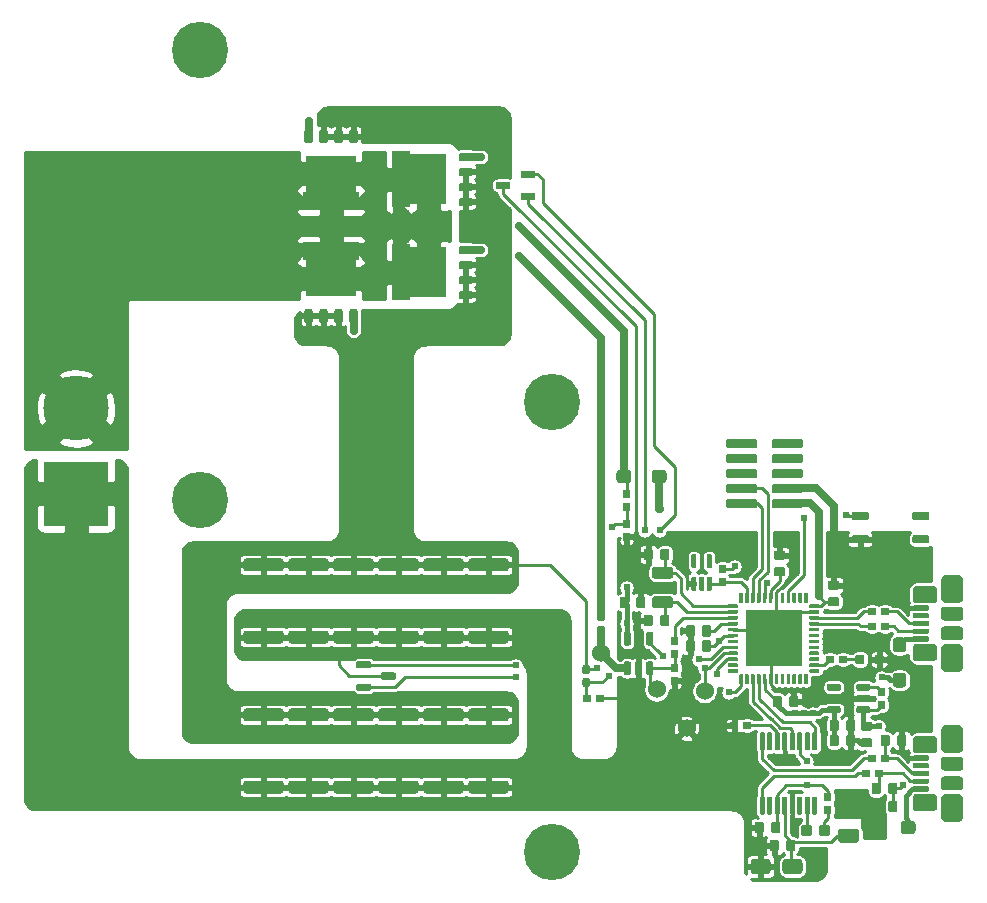
<source format=gbr>
G04 #@! TF.GenerationSoftware,KiCad,Pcbnew,(5.1.5)-3*
G04 #@! TF.CreationDate,2021-04-15T16:15:46-07:00*
G04 #@! TF.ProjectId,BattEval,42617474-4576-4616-9c2e-6b696361645f,rev?*
G04 #@! TF.SameCoordinates,Original*
G04 #@! TF.FileFunction,Copper,L1,Top*
G04 #@! TF.FilePolarity,Positive*
%FSLAX46Y46*%
G04 Gerber Fmt 4.6, Leading zero omitted, Abs format (unit mm)*
G04 Created by KiCad (PCBNEW (5.1.5)-3) date 2021-04-15 16:15:46*
%MOMM*%
%LPD*%
G04 APERTURE LIST*
%ADD10C,0.100000*%
%ADD11R,4.700000X1.500000*%
%ADD12R,4.200000X3.100000*%
%ADD13R,1.500000X4.700000*%
%ADD14R,3.100000X4.200000*%
%ADD15C,5.516000*%
%ADD16R,5.516000X5.516000*%
%ADD17R,4.750000X4.750000*%
%ADD18C,4.770000*%
%ADD19C,1.524000*%
%ADD20C,0.812800*%
%ADD21C,0.609600*%
%ADD22C,0.254000*%
%ADD23C,0.635000*%
%ADD24C,0.406400*%
%ADD25C,0.250000*%
G04 APERTURE END LIST*
G04 #@! TA.AperFunction,SMDPad,CuDef*
D10*
G36*
X174156504Y-114583204D02*
G01*
X174180773Y-114586804D01*
X174204571Y-114592765D01*
X174227671Y-114601030D01*
X174249849Y-114611520D01*
X174270893Y-114624133D01*
X174290598Y-114638747D01*
X174308777Y-114655223D01*
X174325253Y-114673402D01*
X174339867Y-114693107D01*
X174352480Y-114714151D01*
X174362970Y-114736329D01*
X174371235Y-114759429D01*
X174377196Y-114783227D01*
X174380796Y-114807496D01*
X174382000Y-114832000D01*
X174382000Y-115332000D01*
X174380796Y-115356504D01*
X174377196Y-115380773D01*
X174371235Y-115404571D01*
X174362970Y-115427671D01*
X174352480Y-115449849D01*
X174339867Y-115470893D01*
X174325253Y-115490598D01*
X174308777Y-115508777D01*
X174290598Y-115525253D01*
X174270893Y-115539867D01*
X174249849Y-115552480D01*
X174227671Y-115562970D01*
X174204571Y-115571235D01*
X174180773Y-115577196D01*
X174156504Y-115580796D01*
X174132000Y-115582000D01*
X172832000Y-115582000D01*
X172807496Y-115580796D01*
X172783227Y-115577196D01*
X172759429Y-115571235D01*
X172736329Y-115562970D01*
X172714151Y-115552480D01*
X172693107Y-115539867D01*
X172673402Y-115525253D01*
X172655223Y-115508777D01*
X172638747Y-115490598D01*
X172624133Y-115470893D01*
X172611520Y-115449849D01*
X172601030Y-115427671D01*
X172592765Y-115404571D01*
X172586804Y-115380773D01*
X172583204Y-115356504D01*
X172582000Y-115332000D01*
X172582000Y-114832000D01*
X172583204Y-114807496D01*
X172586804Y-114783227D01*
X172592765Y-114759429D01*
X172601030Y-114736329D01*
X172611520Y-114714151D01*
X172624133Y-114693107D01*
X172638747Y-114673402D01*
X172655223Y-114655223D01*
X172673402Y-114638747D01*
X172693107Y-114624133D01*
X172714151Y-114611520D01*
X172736329Y-114601030D01*
X172759429Y-114592765D01*
X172783227Y-114586804D01*
X172807496Y-114583204D01*
X172832000Y-114582000D01*
X174132000Y-114582000D01*
X174156504Y-114583204D01*
G37*
G04 #@! TD.AperFunction*
G04 #@! TA.AperFunction,SMDPad,CuDef*
G36*
X174156504Y-117083204D02*
G01*
X174180773Y-117086804D01*
X174204571Y-117092765D01*
X174227671Y-117101030D01*
X174249849Y-117111520D01*
X174270893Y-117124133D01*
X174290598Y-117138747D01*
X174308777Y-117155223D01*
X174325253Y-117173402D01*
X174339867Y-117193107D01*
X174352480Y-117214151D01*
X174362970Y-117236329D01*
X174371235Y-117259429D01*
X174377196Y-117283227D01*
X174380796Y-117307496D01*
X174382000Y-117332000D01*
X174382000Y-117832000D01*
X174380796Y-117856504D01*
X174377196Y-117880773D01*
X174371235Y-117904571D01*
X174362970Y-117927671D01*
X174352480Y-117949849D01*
X174339867Y-117970893D01*
X174325253Y-117990598D01*
X174308777Y-118008777D01*
X174290598Y-118025253D01*
X174270893Y-118039867D01*
X174249849Y-118052480D01*
X174227671Y-118062970D01*
X174204571Y-118071235D01*
X174180773Y-118077196D01*
X174156504Y-118080796D01*
X174132000Y-118082000D01*
X172832000Y-118082000D01*
X172807496Y-118080796D01*
X172783227Y-118077196D01*
X172759429Y-118071235D01*
X172736329Y-118062970D01*
X172714151Y-118052480D01*
X172693107Y-118039867D01*
X172673402Y-118025253D01*
X172655223Y-118008777D01*
X172638747Y-117990598D01*
X172624133Y-117970893D01*
X172611520Y-117949849D01*
X172601030Y-117927671D01*
X172592765Y-117904571D01*
X172586804Y-117880773D01*
X172583204Y-117856504D01*
X172582000Y-117832000D01*
X172582000Y-117332000D01*
X172583204Y-117307496D01*
X172586804Y-117283227D01*
X172592765Y-117259429D01*
X172601030Y-117236329D01*
X172611520Y-117214151D01*
X172624133Y-117193107D01*
X172638747Y-117173402D01*
X172655223Y-117155223D01*
X172673402Y-117138747D01*
X172693107Y-117124133D01*
X172714151Y-117111520D01*
X172736329Y-117101030D01*
X172759429Y-117092765D01*
X172783227Y-117086804D01*
X172807496Y-117083204D01*
X172832000Y-117082000D01*
X174132000Y-117082000D01*
X174156504Y-117083204D01*
G37*
G04 #@! TD.AperFunction*
G04 #@! TA.AperFunction,SMDPad,CuDef*
G36*
X190778153Y-111902843D02*
G01*
X190795141Y-111905363D01*
X190811800Y-111909535D01*
X190827970Y-111915321D01*
X190843494Y-111922664D01*
X190858225Y-111931493D01*
X190872019Y-111941723D01*
X190884744Y-111953256D01*
X190896277Y-111965981D01*
X190906507Y-111979775D01*
X190915336Y-111994506D01*
X190922679Y-112010030D01*
X190928465Y-112026200D01*
X190932637Y-112042859D01*
X190935157Y-112059847D01*
X190936000Y-112077000D01*
X190936000Y-112427000D01*
X190935157Y-112444153D01*
X190932637Y-112461141D01*
X190928465Y-112477800D01*
X190922679Y-112493970D01*
X190915336Y-112509494D01*
X190906507Y-112524225D01*
X190896277Y-112538019D01*
X190884744Y-112550744D01*
X190872019Y-112562277D01*
X190858225Y-112572507D01*
X190843494Y-112581336D01*
X190827970Y-112588679D01*
X190811800Y-112594465D01*
X190795141Y-112598637D01*
X190778153Y-112601157D01*
X190761000Y-112602000D01*
X189661000Y-112602000D01*
X189643847Y-112601157D01*
X189626859Y-112598637D01*
X189610200Y-112594465D01*
X189594030Y-112588679D01*
X189578506Y-112581336D01*
X189563775Y-112572507D01*
X189549981Y-112562277D01*
X189537256Y-112550744D01*
X189525723Y-112538019D01*
X189515493Y-112524225D01*
X189506664Y-112509494D01*
X189499321Y-112493970D01*
X189493535Y-112477800D01*
X189489363Y-112461141D01*
X189486843Y-112444153D01*
X189486000Y-112427000D01*
X189486000Y-112077000D01*
X189486843Y-112059847D01*
X189489363Y-112042859D01*
X189493535Y-112026200D01*
X189499321Y-112010030D01*
X189506664Y-111994506D01*
X189515493Y-111979775D01*
X189525723Y-111965981D01*
X189537256Y-111953256D01*
X189549981Y-111941723D01*
X189563775Y-111931493D01*
X189578506Y-111922664D01*
X189594030Y-111915321D01*
X189610200Y-111909535D01*
X189626859Y-111905363D01*
X189643847Y-111902843D01*
X189661000Y-111902000D01*
X190761000Y-111902000D01*
X190778153Y-111902843D01*
G37*
G04 #@! TD.AperFunction*
G04 #@! TA.AperFunction,SMDPad,CuDef*
G36*
X190778153Y-109902843D02*
G01*
X190795141Y-109905363D01*
X190811800Y-109909535D01*
X190827970Y-109915321D01*
X190843494Y-109922664D01*
X190858225Y-109931493D01*
X190872019Y-109941723D01*
X190884744Y-109953256D01*
X190896277Y-109965981D01*
X190906507Y-109979775D01*
X190915336Y-109994506D01*
X190922679Y-110010030D01*
X190928465Y-110026200D01*
X190932637Y-110042859D01*
X190935157Y-110059847D01*
X190936000Y-110077000D01*
X190936000Y-110427000D01*
X190935157Y-110444153D01*
X190932637Y-110461141D01*
X190928465Y-110477800D01*
X190922679Y-110493970D01*
X190915336Y-110509494D01*
X190906507Y-110524225D01*
X190896277Y-110538019D01*
X190884744Y-110550744D01*
X190872019Y-110562277D01*
X190858225Y-110572507D01*
X190843494Y-110581336D01*
X190827970Y-110588679D01*
X190811800Y-110594465D01*
X190795141Y-110598637D01*
X190778153Y-110601157D01*
X190761000Y-110602000D01*
X189661000Y-110602000D01*
X189643847Y-110601157D01*
X189626859Y-110598637D01*
X189610200Y-110594465D01*
X189594030Y-110588679D01*
X189578506Y-110581336D01*
X189563775Y-110572507D01*
X189549981Y-110562277D01*
X189537256Y-110550744D01*
X189525723Y-110538019D01*
X189515493Y-110524225D01*
X189506664Y-110509494D01*
X189499321Y-110493970D01*
X189493535Y-110477800D01*
X189489363Y-110461141D01*
X189486843Y-110444153D01*
X189486000Y-110427000D01*
X189486000Y-110077000D01*
X189486843Y-110059847D01*
X189489363Y-110042859D01*
X189493535Y-110026200D01*
X189499321Y-110010030D01*
X189506664Y-109994506D01*
X189515493Y-109979775D01*
X189525723Y-109965981D01*
X189537256Y-109953256D01*
X189549981Y-109941723D01*
X189563775Y-109931493D01*
X189578506Y-109922664D01*
X189594030Y-109915321D01*
X189610200Y-109909535D01*
X189626859Y-109905363D01*
X189643847Y-109902843D01*
X189661000Y-109902000D01*
X190761000Y-109902000D01*
X190778153Y-109902843D01*
G37*
G04 #@! TD.AperFunction*
G04 #@! TA.AperFunction,SMDPad,CuDef*
G36*
X195928153Y-111902843D02*
G01*
X195945141Y-111905363D01*
X195961800Y-111909535D01*
X195977970Y-111915321D01*
X195993494Y-111922664D01*
X196008225Y-111931493D01*
X196022019Y-111941723D01*
X196034744Y-111953256D01*
X196046277Y-111965981D01*
X196056507Y-111979775D01*
X196065336Y-111994506D01*
X196072679Y-112010030D01*
X196078465Y-112026200D01*
X196082637Y-112042859D01*
X196085157Y-112059847D01*
X196086000Y-112077000D01*
X196086000Y-112427000D01*
X196085157Y-112444153D01*
X196082637Y-112461141D01*
X196078465Y-112477800D01*
X196072679Y-112493970D01*
X196065336Y-112509494D01*
X196056507Y-112524225D01*
X196046277Y-112538019D01*
X196034744Y-112550744D01*
X196022019Y-112562277D01*
X196008225Y-112572507D01*
X195993494Y-112581336D01*
X195977970Y-112588679D01*
X195961800Y-112594465D01*
X195945141Y-112598637D01*
X195928153Y-112601157D01*
X195911000Y-112602000D01*
X194811000Y-112602000D01*
X194793847Y-112601157D01*
X194776859Y-112598637D01*
X194760200Y-112594465D01*
X194744030Y-112588679D01*
X194728506Y-112581336D01*
X194713775Y-112572507D01*
X194699981Y-112562277D01*
X194687256Y-112550744D01*
X194675723Y-112538019D01*
X194665493Y-112524225D01*
X194656664Y-112509494D01*
X194649321Y-112493970D01*
X194643535Y-112477800D01*
X194639363Y-112461141D01*
X194636843Y-112444153D01*
X194636000Y-112427000D01*
X194636000Y-112077000D01*
X194636843Y-112059847D01*
X194639363Y-112042859D01*
X194643535Y-112026200D01*
X194649321Y-112010030D01*
X194656664Y-111994506D01*
X194665493Y-111979775D01*
X194675723Y-111965981D01*
X194687256Y-111953256D01*
X194699981Y-111941723D01*
X194713775Y-111931493D01*
X194728506Y-111922664D01*
X194744030Y-111915321D01*
X194760200Y-111909535D01*
X194776859Y-111905363D01*
X194793847Y-111902843D01*
X194811000Y-111902000D01*
X195911000Y-111902000D01*
X195928153Y-111902843D01*
G37*
G04 #@! TD.AperFunction*
G04 #@! TA.AperFunction,SMDPad,CuDef*
G36*
X195928153Y-109902843D02*
G01*
X195945141Y-109905363D01*
X195961800Y-109909535D01*
X195977970Y-109915321D01*
X195993494Y-109922664D01*
X196008225Y-109931493D01*
X196022019Y-109941723D01*
X196034744Y-109953256D01*
X196046277Y-109965981D01*
X196056507Y-109979775D01*
X196065336Y-109994506D01*
X196072679Y-110010030D01*
X196078465Y-110026200D01*
X196082637Y-110042859D01*
X196085157Y-110059847D01*
X196086000Y-110077000D01*
X196086000Y-110427000D01*
X196085157Y-110444153D01*
X196082637Y-110461141D01*
X196078465Y-110477800D01*
X196072679Y-110493970D01*
X196065336Y-110509494D01*
X196056507Y-110524225D01*
X196046277Y-110538019D01*
X196034744Y-110550744D01*
X196022019Y-110562277D01*
X196008225Y-110572507D01*
X195993494Y-110581336D01*
X195977970Y-110588679D01*
X195961800Y-110594465D01*
X195945141Y-110598637D01*
X195928153Y-110601157D01*
X195911000Y-110602000D01*
X194811000Y-110602000D01*
X194793847Y-110601157D01*
X194776859Y-110598637D01*
X194760200Y-110594465D01*
X194744030Y-110588679D01*
X194728506Y-110581336D01*
X194713775Y-110572507D01*
X194699981Y-110562277D01*
X194687256Y-110550744D01*
X194675723Y-110538019D01*
X194665493Y-110524225D01*
X194656664Y-110509494D01*
X194649321Y-110493970D01*
X194643535Y-110477800D01*
X194639363Y-110461141D01*
X194636843Y-110444153D01*
X194636000Y-110427000D01*
X194636000Y-110077000D01*
X194636843Y-110059847D01*
X194639363Y-110042859D01*
X194643535Y-110026200D01*
X194649321Y-110010030D01*
X194656664Y-109994506D01*
X194665493Y-109979775D01*
X194675723Y-109965981D01*
X194687256Y-109953256D01*
X194699981Y-109941723D01*
X194713775Y-109931493D01*
X194728506Y-109922664D01*
X194744030Y-109915321D01*
X194760200Y-109909535D01*
X194776859Y-109905363D01*
X194793847Y-109902843D01*
X194811000Y-109902000D01*
X195911000Y-109902000D01*
X195928153Y-109902843D01*
G37*
G04 #@! TD.AperFunction*
G04 #@! TA.AperFunction,SMDPad,CuDef*
G36*
X191459703Y-130510722D02*
G01*
X191474264Y-130512882D01*
X191488543Y-130516459D01*
X191502403Y-130521418D01*
X191515710Y-130527712D01*
X191528336Y-130535280D01*
X191540159Y-130544048D01*
X191551066Y-130553934D01*
X191560952Y-130564841D01*
X191569720Y-130576664D01*
X191577288Y-130589290D01*
X191583582Y-130602597D01*
X191588541Y-130616457D01*
X191592118Y-130630736D01*
X191594278Y-130645297D01*
X191595000Y-130660000D01*
X191595000Y-130960000D01*
X191594278Y-130974703D01*
X191592118Y-130989264D01*
X191588541Y-131003543D01*
X191583582Y-131017403D01*
X191577288Y-131030710D01*
X191569720Y-131043336D01*
X191560952Y-131055159D01*
X191551066Y-131066066D01*
X191540159Y-131075952D01*
X191528336Y-131084720D01*
X191515710Y-131092288D01*
X191502403Y-131098582D01*
X191488543Y-131103541D01*
X191474264Y-131107118D01*
X191459703Y-131109278D01*
X191445000Y-131110000D01*
X190995000Y-131110000D01*
X190980297Y-131109278D01*
X190965736Y-131107118D01*
X190951457Y-131103541D01*
X190937597Y-131098582D01*
X190924290Y-131092288D01*
X190911664Y-131084720D01*
X190899841Y-131075952D01*
X190888934Y-131066066D01*
X190879048Y-131055159D01*
X190870280Y-131043336D01*
X190862712Y-131030710D01*
X190856418Y-131017403D01*
X190851459Y-131003543D01*
X190847882Y-130989264D01*
X190845722Y-130974703D01*
X190845000Y-130960000D01*
X190845000Y-130660000D01*
X190845722Y-130645297D01*
X190847882Y-130630736D01*
X190851459Y-130616457D01*
X190856418Y-130602597D01*
X190862712Y-130589290D01*
X190870280Y-130576664D01*
X190879048Y-130564841D01*
X190888934Y-130553934D01*
X190899841Y-130544048D01*
X190911664Y-130535280D01*
X190924290Y-130527712D01*
X190937597Y-130521418D01*
X190951457Y-130516459D01*
X190965736Y-130512882D01*
X190980297Y-130510722D01*
X190995000Y-130510000D01*
X191445000Y-130510000D01*
X191459703Y-130510722D01*
G37*
G04 #@! TD.AperFunction*
G04 #@! TA.AperFunction,SMDPad,CuDef*
G36*
X192559703Y-130510722D02*
G01*
X192574264Y-130512882D01*
X192588543Y-130516459D01*
X192602403Y-130521418D01*
X192615710Y-130527712D01*
X192628336Y-130535280D01*
X192640159Y-130544048D01*
X192651066Y-130553934D01*
X192660952Y-130564841D01*
X192669720Y-130576664D01*
X192677288Y-130589290D01*
X192683582Y-130602597D01*
X192688541Y-130616457D01*
X192692118Y-130630736D01*
X192694278Y-130645297D01*
X192695000Y-130660000D01*
X192695000Y-130960000D01*
X192694278Y-130974703D01*
X192692118Y-130989264D01*
X192688541Y-131003543D01*
X192683582Y-131017403D01*
X192677288Y-131030710D01*
X192669720Y-131043336D01*
X192660952Y-131055159D01*
X192651066Y-131066066D01*
X192640159Y-131075952D01*
X192628336Y-131084720D01*
X192615710Y-131092288D01*
X192602403Y-131098582D01*
X192588543Y-131103541D01*
X192574264Y-131107118D01*
X192559703Y-131109278D01*
X192545000Y-131110000D01*
X192095000Y-131110000D01*
X192080297Y-131109278D01*
X192065736Y-131107118D01*
X192051457Y-131103541D01*
X192037597Y-131098582D01*
X192024290Y-131092288D01*
X192011664Y-131084720D01*
X191999841Y-131075952D01*
X191988934Y-131066066D01*
X191979048Y-131055159D01*
X191970280Y-131043336D01*
X191962712Y-131030710D01*
X191956418Y-131017403D01*
X191951459Y-131003543D01*
X191947882Y-130989264D01*
X191945722Y-130974703D01*
X191945000Y-130960000D01*
X191945000Y-130660000D01*
X191945722Y-130645297D01*
X191947882Y-130630736D01*
X191951459Y-130616457D01*
X191956418Y-130602597D01*
X191962712Y-130589290D01*
X191970280Y-130576664D01*
X191979048Y-130564841D01*
X191988934Y-130553934D01*
X191999841Y-130544048D01*
X192011664Y-130535280D01*
X192024290Y-130527712D01*
X192037597Y-130521418D01*
X192051457Y-130516459D01*
X192065736Y-130512882D01*
X192080297Y-130510722D01*
X192095000Y-130510000D01*
X192545000Y-130510000D01*
X192559703Y-130510722D01*
G37*
G04 #@! TD.AperFunction*
G04 #@! TA.AperFunction,SMDPad,CuDef*
G36*
X190951703Y-131780722D02*
G01*
X190966264Y-131782882D01*
X190980543Y-131786459D01*
X190994403Y-131791418D01*
X191007710Y-131797712D01*
X191020336Y-131805280D01*
X191032159Y-131814048D01*
X191043066Y-131823934D01*
X191052952Y-131834841D01*
X191061720Y-131846664D01*
X191069288Y-131859290D01*
X191075582Y-131872597D01*
X191080541Y-131886457D01*
X191084118Y-131900736D01*
X191086278Y-131915297D01*
X191087000Y-131930000D01*
X191087000Y-132230000D01*
X191086278Y-132244703D01*
X191084118Y-132259264D01*
X191080541Y-132273543D01*
X191075582Y-132287403D01*
X191069288Y-132300710D01*
X191061720Y-132313336D01*
X191052952Y-132325159D01*
X191043066Y-132336066D01*
X191032159Y-132345952D01*
X191020336Y-132354720D01*
X191007710Y-132362288D01*
X190994403Y-132368582D01*
X190980543Y-132373541D01*
X190966264Y-132377118D01*
X190951703Y-132379278D01*
X190937000Y-132380000D01*
X190487000Y-132380000D01*
X190472297Y-132379278D01*
X190457736Y-132377118D01*
X190443457Y-132373541D01*
X190429597Y-132368582D01*
X190416290Y-132362288D01*
X190403664Y-132354720D01*
X190391841Y-132345952D01*
X190380934Y-132336066D01*
X190371048Y-132325159D01*
X190362280Y-132313336D01*
X190354712Y-132300710D01*
X190348418Y-132287403D01*
X190343459Y-132273543D01*
X190339882Y-132259264D01*
X190337722Y-132244703D01*
X190337000Y-132230000D01*
X190337000Y-131930000D01*
X190337722Y-131915297D01*
X190339882Y-131900736D01*
X190343459Y-131886457D01*
X190348418Y-131872597D01*
X190354712Y-131859290D01*
X190362280Y-131846664D01*
X190371048Y-131834841D01*
X190380934Y-131823934D01*
X190391841Y-131814048D01*
X190403664Y-131805280D01*
X190416290Y-131797712D01*
X190429597Y-131791418D01*
X190443457Y-131786459D01*
X190457736Y-131782882D01*
X190472297Y-131780722D01*
X190487000Y-131780000D01*
X190937000Y-131780000D01*
X190951703Y-131780722D01*
G37*
G04 #@! TD.AperFunction*
G04 #@! TA.AperFunction,SMDPad,CuDef*
G36*
X192051703Y-131780722D02*
G01*
X192066264Y-131782882D01*
X192080543Y-131786459D01*
X192094403Y-131791418D01*
X192107710Y-131797712D01*
X192120336Y-131805280D01*
X192132159Y-131814048D01*
X192143066Y-131823934D01*
X192152952Y-131834841D01*
X192161720Y-131846664D01*
X192169288Y-131859290D01*
X192175582Y-131872597D01*
X192180541Y-131886457D01*
X192184118Y-131900736D01*
X192186278Y-131915297D01*
X192187000Y-131930000D01*
X192187000Y-132230000D01*
X192186278Y-132244703D01*
X192184118Y-132259264D01*
X192180541Y-132273543D01*
X192175582Y-132287403D01*
X192169288Y-132300710D01*
X192161720Y-132313336D01*
X192152952Y-132325159D01*
X192143066Y-132336066D01*
X192132159Y-132345952D01*
X192120336Y-132354720D01*
X192107710Y-132362288D01*
X192094403Y-132368582D01*
X192080543Y-132373541D01*
X192066264Y-132377118D01*
X192051703Y-132379278D01*
X192037000Y-132380000D01*
X191587000Y-132380000D01*
X191572297Y-132379278D01*
X191557736Y-132377118D01*
X191543457Y-132373541D01*
X191529597Y-132368582D01*
X191516290Y-132362288D01*
X191503664Y-132354720D01*
X191491841Y-132345952D01*
X191480934Y-132336066D01*
X191471048Y-132325159D01*
X191462280Y-132313336D01*
X191454712Y-132300710D01*
X191448418Y-132287403D01*
X191443459Y-132273543D01*
X191439882Y-132259264D01*
X191437722Y-132244703D01*
X191437000Y-132230000D01*
X191437000Y-131930000D01*
X191437722Y-131915297D01*
X191439882Y-131900736D01*
X191443459Y-131886457D01*
X191448418Y-131872597D01*
X191454712Y-131859290D01*
X191462280Y-131846664D01*
X191471048Y-131834841D01*
X191480934Y-131823934D01*
X191491841Y-131814048D01*
X191503664Y-131805280D01*
X191516290Y-131797712D01*
X191529597Y-131791418D01*
X191543457Y-131786459D01*
X191557736Y-131782882D01*
X191572297Y-131780722D01*
X191587000Y-131780000D01*
X192037000Y-131780000D01*
X192051703Y-131780722D01*
G37*
G04 #@! TD.AperFunction*
G04 #@! TA.AperFunction,SMDPad,CuDef*
G36*
X187616703Y-134795722D02*
G01*
X187631264Y-134797882D01*
X187645543Y-134801459D01*
X187659403Y-134806418D01*
X187672710Y-134812712D01*
X187685336Y-134820280D01*
X187697159Y-134829048D01*
X187708066Y-134838934D01*
X187717952Y-134849841D01*
X187726720Y-134861664D01*
X187734288Y-134874290D01*
X187740582Y-134887597D01*
X187745541Y-134901457D01*
X187749118Y-134915736D01*
X187751278Y-134930297D01*
X187752000Y-134945000D01*
X187752000Y-135395000D01*
X187751278Y-135409703D01*
X187749118Y-135424264D01*
X187745541Y-135438543D01*
X187740582Y-135452403D01*
X187734288Y-135465710D01*
X187726720Y-135478336D01*
X187717952Y-135490159D01*
X187708066Y-135501066D01*
X187697159Y-135510952D01*
X187685336Y-135519720D01*
X187672710Y-135527288D01*
X187659403Y-135533582D01*
X187645543Y-135538541D01*
X187631264Y-135542118D01*
X187616703Y-135544278D01*
X187602000Y-135545000D01*
X187302000Y-135545000D01*
X187287297Y-135544278D01*
X187272736Y-135542118D01*
X187258457Y-135538541D01*
X187244597Y-135533582D01*
X187231290Y-135527288D01*
X187218664Y-135519720D01*
X187206841Y-135510952D01*
X187195934Y-135501066D01*
X187186048Y-135490159D01*
X187177280Y-135478336D01*
X187169712Y-135465710D01*
X187163418Y-135452403D01*
X187158459Y-135438543D01*
X187154882Y-135424264D01*
X187152722Y-135409703D01*
X187152000Y-135395000D01*
X187152000Y-134945000D01*
X187152722Y-134930297D01*
X187154882Y-134915736D01*
X187158459Y-134901457D01*
X187163418Y-134887597D01*
X187169712Y-134874290D01*
X187177280Y-134861664D01*
X187186048Y-134849841D01*
X187195934Y-134838934D01*
X187206841Y-134829048D01*
X187218664Y-134820280D01*
X187231290Y-134812712D01*
X187244597Y-134806418D01*
X187258457Y-134801459D01*
X187272736Y-134797882D01*
X187287297Y-134795722D01*
X187302000Y-134795000D01*
X187602000Y-134795000D01*
X187616703Y-134795722D01*
G37*
G04 #@! TD.AperFunction*
G04 #@! TA.AperFunction,SMDPad,CuDef*
G36*
X187616703Y-133695722D02*
G01*
X187631264Y-133697882D01*
X187645543Y-133701459D01*
X187659403Y-133706418D01*
X187672710Y-133712712D01*
X187685336Y-133720280D01*
X187697159Y-133729048D01*
X187708066Y-133738934D01*
X187717952Y-133749841D01*
X187726720Y-133761664D01*
X187734288Y-133774290D01*
X187740582Y-133787597D01*
X187745541Y-133801457D01*
X187749118Y-133815736D01*
X187751278Y-133830297D01*
X187752000Y-133845000D01*
X187752000Y-134295000D01*
X187751278Y-134309703D01*
X187749118Y-134324264D01*
X187745541Y-134338543D01*
X187740582Y-134352403D01*
X187734288Y-134365710D01*
X187726720Y-134378336D01*
X187717952Y-134390159D01*
X187708066Y-134401066D01*
X187697159Y-134410952D01*
X187685336Y-134419720D01*
X187672710Y-134427288D01*
X187659403Y-134433582D01*
X187645543Y-134438541D01*
X187631264Y-134442118D01*
X187616703Y-134444278D01*
X187602000Y-134445000D01*
X187302000Y-134445000D01*
X187287297Y-134444278D01*
X187272736Y-134442118D01*
X187258457Y-134438541D01*
X187244597Y-134433582D01*
X187231290Y-134427288D01*
X187218664Y-134419720D01*
X187206841Y-134410952D01*
X187195934Y-134401066D01*
X187186048Y-134390159D01*
X187177280Y-134378336D01*
X187169712Y-134365710D01*
X187163418Y-134352403D01*
X187158459Y-134338543D01*
X187154882Y-134324264D01*
X187152722Y-134309703D01*
X187152000Y-134295000D01*
X187152000Y-133845000D01*
X187152722Y-133830297D01*
X187154882Y-133815736D01*
X187158459Y-133801457D01*
X187163418Y-133787597D01*
X187169712Y-133774290D01*
X187177280Y-133761664D01*
X187186048Y-133749841D01*
X187195934Y-133738934D01*
X187206841Y-133729048D01*
X187218664Y-133720280D01*
X187231290Y-133712712D01*
X187244597Y-133706418D01*
X187258457Y-133701459D01*
X187272736Y-133697882D01*
X187287297Y-133695722D01*
X187302000Y-133695000D01*
X187602000Y-133695000D01*
X187616703Y-133695722D01*
G37*
G04 #@! TD.AperFunction*
G04 #@! TA.AperFunction,SMDPad,CuDef*
G36*
X191459703Y-118064722D02*
G01*
X191474264Y-118066882D01*
X191488543Y-118070459D01*
X191502403Y-118075418D01*
X191515710Y-118081712D01*
X191528336Y-118089280D01*
X191540159Y-118098048D01*
X191551066Y-118107934D01*
X191560952Y-118118841D01*
X191569720Y-118130664D01*
X191577288Y-118143290D01*
X191583582Y-118156597D01*
X191588541Y-118170457D01*
X191592118Y-118184736D01*
X191594278Y-118199297D01*
X191595000Y-118214000D01*
X191595000Y-118514000D01*
X191594278Y-118528703D01*
X191592118Y-118543264D01*
X191588541Y-118557543D01*
X191583582Y-118571403D01*
X191577288Y-118584710D01*
X191569720Y-118597336D01*
X191560952Y-118609159D01*
X191551066Y-118620066D01*
X191540159Y-118629952D01*
X191528336Y-118638720D01*
X191515710Y-118646288D01*
X191502403Y-118652582D01*
X191488543Y-118657541D01*
X191474264Y-118661118D01*
X191459703Y-118663278D01*
X191445000Y-118664000D01*
X190995000Y-118664000D01*
X190980297Y-118663278D01*
X190965736Y-118661118D01*
X190951457Y-118657541D01*
X190937597Y-118652582D01*
X190924290Y-118646288D01*
X190911664Y-118638720D01*
X190899841Y-118629952D01*
X190888934Y-118620066D01*
X190879048Y-118609159D01*
X190870280Y-118597336D01*
X190862712Y-118584710D01*
X190856418Y-118571403D01*
X190851459Y-118557543D01*
X190847882Y-118543264D01*
X190845722Y-118528703D01*
X190845000Y-118514000D01*
X190845000Y-118214000D01*
X190845722Y-118199297D01*
X190847882Y-118184736D01*
X190851459Y-118170457D01*
X190856418Y-118156597D01*
X190862712Y-118143290D01*
X190870280Y-118130664D01*
X190879048Y-118118841D01*
X190888934Y-118107934D01*
X190899841Y-118098048D01*
X190911664Y-118089280D01*
X190924290Y-118081712D01*
X190937597Y-118075418D01*
X190951457Y-118070459D01*
X190965736Y-118066882D01*
X190980297Y-118064722D01*
X190995000Y-118064000D01*
X191445000Y-118064000D01*
X191459703Y-118064722D01*
G37*
G04 #@! TD.AperFunction*
G04 #@! TA.AperFunction,SMDPad,CuDef*
G36*
X192559703Y-118064722D02*
G01*
X192574264Y-118066882D01*
X192588543Y-118070459D01*
X192602403Y-118075418D01*
X192615710Y-118081712D01*
X192628336Y-118089280D01*
X192640159Y-118098048D01*
X192651066Y-118107934D01*
X192660952Y-118118841D01*
X192669720Y-118130664D01*
X192677288Y-118143290D01*
X192683582Y-118156597D01*
X192688541Y-118170457D01*
X192692118Y-118184736D01*
X192694278Y-118199297D01*
X192695000Y-118214000D01*
X192695000Y-118514000D01*
X192694278Y-118528703D01*
X192692118Y-118543264D01*
X192688541Y-118557543D01*
X192683582Y-118571403D01*
X192677288Y-118584710D01*
X192669720Y-118597336D01*
X192660952Y-118609159D01*
X192651066Y-118620066D01*
X192640159Y-118629952D01*
X192628336Y-118638720D01*
X192615710Y-118646288D01*
X192602403Y-118652582D01*
X192588543Y-118657541D01*
X192574264Y-118661118D01*
X192559703Y-118663278D01*
X192545000Y-118664000D01*
X192095000Y-118664000D01*
X192080297Y-118663278D01*
X192065736Y-118661118D01*
X192051457Y-118657541D01*
X192037597Y-118652582D01*
X192024290Y-118646288D01*
X192011664Y-118638720D01*
X191999841Y-118629952D01*
X191988934Y-118620066D01*
X191979048Y-118609159D01*
X191970280Y-118597336D01*
X191962712Y-118584710D01*
X191956418Y-118571403D01*
X191951459Y-118557543D01*
X191947882Y-118543264D01*
X191945722Y-118528703D01*
X191945000Y-118514000D01*
X191945000Y-118214000D01*
X191945722Y-118199297D01*
X191947882Y-118184736D01*
X191951459Y-118170457D01*
X191956418Y-118156597D01*
X191962712Y-118143290D01*
X191970280Y-118130664D01*
X191979048Y-118118841D01*
X191988934Y-118107934D01*
X191999841Y-118098048D01*
X192011664Y-118089280D01*
X192024290Y-118081712D01*
X192037597Y-118075418D01*
X192051457Y-118070459D01*
X192065736Y-118066882D01*
X192080297Y-118064722D01*
X192095000Y-118064000D01*
X192545000Y-118064000D01*
X192559703Y-118064722D01*
G37*
G04 #@! TD.AperFunction*
G04 #@! TA.AperFunction,SMDPad,CuDef*
G36*
X191459703Y-119334722D02*
G01*
X191474264Y-119336882D01*
X191488543Y-119340459D01*
X191502403Y-119345418D01*
X191515710Y-119351712D01*
X191528336Y-119359280D01*
X191540159Y-119368048D01*
X191551066Y-119377934D01*
X191560952Y-119388841D01*
X191569720Y-119400664D01*
X191577288Y-119413290D01*
X191583582Y-119426597D01*
X191588541Y-119440457D01*
X191592118Y-119454736D01*
X191594278Y-119469297D01*
X191595000Y-119484000D01*
X191595000Y-119784000D01*
X191594278Y-119798703D01*
X191592118Y-119813264D01*
X191588541Y-119827543D01*
X191583582Y-119841403D01*
X191577288Y-119854710D01*
X191569720Y-119867336D01*
X191560952Y-119879159D01*
X191551066Y-119890066D01*
X191540159Y-119899952D01*
X191528336Y-119908720D01*
X191515710Y-119916288D01*
X191502403Y-119922582D01*
X191488543Y-119927541D01*
X191474264Y-119931118D01*
X191459703Y-119933278D01*
X191445000Y-119934000D01*
X190995000Y-119934000D01*
X190980297Y-119933278D01*
X190965736Y-119931118D01*
X190951457Y-119927541D01*
X190937597Y-119922582D01*
X190924290Y-119916288D01*
X190911664Y-119908720D01*
X190899841Y-119899952D01*
X190888934Y-119890066D01*
X190879048Y-119879159D01*
X190870280Y-119867336D01*
X190862712Y-119854710D01*
X190856418Y-119841403D01*
X190851459Y-119827543D01*
X190847882Y-119813264D01*
X190845722Y-119798703D01*
X190845000Y-119784000D01*
X190845000Y-119484000D01*
X190845722Y-119469297D01*
X190847882Y-119454736D01*
X190851459Y-119440457D01*
X190856418Y-119426597D01*
X190862712Y-119413290D01*
X190870280Y-119400664D01*
X190879048Y-119388841D01*
X190888934Y-119377934D01*
X190899841Y-119368048D01*
X190911664Y-119359280D01*
X190924290Y-119351712D01*
X190937597Y-119345418D01*
X190951457Y-119340459D01*
X190965736Y-119336882D01*
X190980297Y-119334722D01*
X190995000Y-119334000D01*
X191445000Y-119334000D01*
X191459703Y-119334722D01*
G37*
G04 #@! TD.AperFunction*
G04 #@! TA.AperFunction,SMDPad,CuDef*
G36*
X192559703Y-119334722D02*
G01*
X192574264Y-119336882D01*
X192588543Y-119340459D01*
X192602403Y-119345418D01*
X192615710Y-119351712D01*
X192628336Y-119359280D01*
X192640159Y-119368048D01*
X192651066Y-119377934D01*
X192660952Y-119388841D01*
X192669720Y-119400664D01*
X192677288Y-119413290D01*
X192683582Y-119426597D01*
X192688541Y-119440457D01*
X192692118Y-119454736D01*
X192694278Y-119469297D01*
X192695000Y-119484000D01*
X192695000Y-119784000D01*
X192694278Y-119798703D01*
X192692118Y-119813264D01*
X192688541Y-119827543D01*
X192683582Y-119841403D01*
X192677288Y-119854710D01*
X192669720Y-119867336D01*
X192660952Y-119879159D01*
X192651066Y-119890066D01*
X192640159Y-119899952D01*
X192628336Y-119908720D01*
X192615710Y-119916288D01*
X192602403Y-119922582D01*
X192588543Y-119927541D01*
X192574264Y-119931118D01*
X192559703Y-119933278D01*
X192545000Y-119934000D01*
X192095000Y-119934000D01*
X192080297Y-119933278D01*
X192065736Y-119931118D01*
X192051457Y-119927541D01*
X192037597Y-119922582D01*
X192024290Y-119916288D01*
X192011664Y-119908720D01*
X191999841Y-119899952D01*
X191988934Y-119890066D01*
X191979048Y-119879159D01*
X191970280Y-119867336D01*
X191962712Y-119854710D01*
X191956418Y-119841403D01*
X191951459Y-119827543D01*
X191947882Y-119813264D01*
X191945722Y-119798703D01*
X191945000Y-119784000D01*
X191945000Y-119484000D01*
X191945722Y-119469297D01*
X191947882Y-119454736D01*
X191951459Y-119440457D01*
X191956418Y-119426597D01*
X191962712Y-119413290D01*
X191970280Y-119400664D01*
X191979048Y-119388841D01*
X191988934Y-119377934D01*
X191999841Y-119368048D01*
X192011664Y-119359280D01*
X192024290Y-119351712D01*
X192037597Y-119345418D01*
X192051457Y-119340459D01*
X192065736Y-119336882D01*
X192080297Y-119334722D01*
X192095000Y-119334000D01*
X192545000Y-119334000D01*
X192559703Y-119334722D01*
G37*
G04 #@! TD.AperFunction*
G04 #@! TA.AperFunction,SMDPad,CuDef*
G36*
X192188703Y-124805722D02*
G01*
X192203264Y-124807882D01*
X192217543Y-124811459D01*
X192231403Y-124816418D01*
X192244710Y-124822712D01*
X192257336Y-124830280D01*
X192269159Y-124839048D01*
X192280066Y-124848934D01*
X192289952Y-124859841D01*
X192298720Y-124871664D01*
X192306288Y-124884290D01*
X192312582Y-124897597D01*
X192317541Y-124911457D01*
X192321118Y-124925736D01*
X192323278Y-124940297D01*
X192324000Y-124955000D01*
X192324000Y-125405000D01*
X192323278Y-125419703D01*
X192321118Y-125434264D01*
X192317541Y-125448543D01*
X192312582Y-125462403D01*
X192306288Y-125475710D01*
X192298720Y-125488336D01*
X192289952Y-125500159D01*
X192280066Y-125511066D01*
X192269159Y-125520952D01*
X192257336Y-125529720D01*
X192244710Y-125537288D01*
X192231403Y-125543582D01*
X192217543Y-125548541D01*
X192203264Y-125552118D01*
X192188703Y-125554278D01*
X192174000Y-125555000D01*
X191874000Y-125555000D01*
X191859297Y-125554278D01*
X191844736Y-125552118D01*
X191830457Y-125548541D01*
X191816597Y-125543582D01*
X191803290Y-125537288D01*
X191790664Y-125529720D01*
X191778841Y-125520952D01*
X191767934Y-125511066D01*
X191758048Y-125500159D01*
X191749280Y-125488336D01*
X191741712Y-125475710D01*
X191735418Y-125462403D01*
X191730459Y-125448543D01*
X191726882Y-125434264D01*
X191724722Y-125419703D01*
X191724000Y-125405000D01*
X191724000Y-124955000D01*
X191724722Y-124940297D01*
X191726882Y-124925736D01*
X191730459Y-124911457D01*
X191735418Y-124897597D01*
X191741712Y-124884290D01*
X191749280Y-124871664D01*
X191758048Y-124859841D01*
X191767934Y-124848934D01*
X191778841Y-124839048D01*
X191790664Y-124830280D01*
X191803290Y-124822712D01*
X191816597Y-124816418D01*
X191830457Y-124811459D01*
X191844736Y-124807882D01*
X191859297Y-124805722D01*
X191874000Y-124805000D01*
X192174000Y-124805000D01*
X192188703Y-124805722D01*
G37*
G04 #@! TD.AperFunction*
G04 #@! TA.AperFunction,SMDPad,CuDef*
G36*
X192188703Y-125905722D02*
G01*
X192203264Y-125907882D01*
X192217543Y-125911459D01*
X192231403Y-125916418D01*
X192244710Y-125922712D01*
X192257336Y-125930280D01*
X192269159Y-125939048D01*
X192280066Y-125948934D01*
X192289952Y-125959841D01*
X192298720Y-125971664D01*
X192306288Y-125984290D01*
X192312582Y-125997597D01*
X192317541Y-126011457D01*
X192321118Y-126025736D01*
X192323278Y-126040297D01*
X192324000Y-126055000D01*
X192324000Y-126505000D01*
X192323278Y-126519703D01*
X192321118Y-126534264D01*
X192317541Y-126548543D01*
X192312582Y-126562403D01*
X192306288Y-126575710D01*
X192298720Y-126588336D01*
X192289952Y-126600159D01*
X192280066Y-126611066D01*
X192269159Y-126620952D01*
X192257336Y-126629720D01*
X192244710Y-126637288D01*
X192231403Y-126643582D01*
X192217543Y-126648541D01*
X192203264Y-126652118D01*
X192188703Y-126654278D01*
X192174000Y-126655000D01*
X191874000Y-126655000D01*
X191859297Y-126654278D01*
X191844736Y-126652118D01*
X191830457Y-126648541D01*
X191816597Y-126643582D01*
X191803290Y-126637288D01*
X191790664Y-126629720D01*
X191778841Y-126620952D01*
X191767934Y-126611066D01*
X191758048Y-126600159D01*
X191749280Y-126588336D01*
X191741712Y-126575710D01*
X191735418Y-126562403D01*
X191730459Y-126548543D01*
X191726882Y-126534264D01*
X191724722Y-126519703D01*
X191724000Y-126505000D01*
X191724000Y-126055000D01*
X191724722Y-126040297D01*
X191726882Y-126025736D01*
X191730459Y-126011457D01*
X191735418Y-125997597D01*
X191741712Y-125984290D01*
X191749280Y-125971664D01*
X191758048Y-125959841D01*
X191767934Y-125948934D01*
X191778841Y-125939048D01*
X191790664Y-125930280D01*
X191803290Y-125922712D01*
X191816597Y-125916418D01*
X191830457Y-125911459D01*
X191844736Y-125907882D01*
X191859297Y-125905722D01*
X191874000Y-125905000D01*
X192174000Y-125905000D01*
X192188703Y-125905722D01*
G37*
G04 #@! TD.AperFunction*
G04 #@! TA.AperFunction,SMDPad,CuDef*
G36*
X179775703Y-127716722D02*
G01*
X179790264Y-127718882D01*
X179804543Y-127722459D01*
X179818403Y-127727418D01*
X179831710Y-127733712D01*
X179844336Y-127741280D01*
X179856159Y-127750048D01*
X179867066Y-127759934D01*
X179876952Y-127770841D01*
X179885720Y-127782664D01*
X179893288Y-127795290D01*
X179899582Y-127808597D01*
X179904541Y-127822457D01*
X179908118Y-127836736D01*
X179910278Y-127851297D01*
X179911000Y-127866000D01*
X179911000Y-128166000D01*
X179910278Y-128180703D01*
X179908118Y-128195264D01*
X179904541Y-128209543D01*
X179899582Y-128223403D01*
X179893288Y-128236710D01*
X179885720Y-128249336D01*
X179876952Y-128261159D01*
X179867066Y-128272066D01*
X179856159Y-128281952D01*
X179844336Y-128290720D01*
X179831710Y-128298288D01*
X179818403Y-128304582D01*
X179804543Y-128309541D01*
X179790264Y-128313118D01*
X179775703Y-128315278D01*
X179761000Y-128316000D01*
X179311000Y-128316000D01*
X179296297Y-128315278D01*
X179281736Y-128313118D01*
X179267457Y-128309541D01*
X179253597Y-128304582D01*
X179240290Y-128298288D01*
X179227664Y-128290720D01*
X179215841Y-128281952D01*
X179204934Y-128272066D01*
X179195048Y-128261159D01*
X179186280Y-128249336D01*
X179178712Y-128236710D01*
X179172418Y-128223403D01*
X179167459Y-128209543D01*
X179163882Y-128195264D01*
X179161722Y-128180703D01*
X179161000Y-128166000D01*
X179161000Y-127866000D01*
X179161722Y-127851297D01*
X179163882Y-127836736D01*
X179167459Y-127822457D01*
X179172418Y-127808597D01*
X179178712Y-127795290D01*
X179186280Y-127782664D01*
X179195048Y-127770841D01*
X179204934Y-127759934D01*
X179215841Y-127750048D01*
X179227664Y-127741280D01*
X179240290Y-127733712D01*
X179253597Y-127727418D01*
X179267457Y-127722459D01*
X179281736Y-127718882D01*
X179296297Y-127716722D01*
X179311000Y-127716000D01*
X179761000Y-127716000D01*
X179775703Y-127716722D01*
G37*
G04 #@! TD.AperFunction*
G04 #@! TA.AperFunction,SMDPad,CuDef*
G36*
X180875703Y-127716722D02*
G01*
X180890264Y-127718882D01*
X180904543Y-127722459D01*
X180918403Y-127727418D01*
X180931710Y-127733712D01*
X180944336Y-127741280D01*
X180956159Y-127750048D01*
X180967066Y-127759934D01*
X180976952Y-127770841D01*
X180985720Y-127782664D01*
X180993288Y-127795290D01*
X180999582Y-127808597D01*
X181004541Y-127822457D01*
X181008118Y-127836736D01*
X181010278Y-127851297D01*
X181011000Y-127866000D01*
X181011000Y-128166000D01*
X181010278Y-128180703D01*
X181008118Y-128195264D01*
X181004541Y-128209543D01*
X180999582Y-128223403D01*
X180993288Y-128236710D01*
X180985720Y-128249336D01*
X180976952Y-128261159D01*
X180967066Y-128272066D01*
X180956159Y-128281952D01*
X180944336Y-128290720D01*
X180931710Y-128298288D01*
X180918403Y-128304582D01*
X180904543Y-128309541D01*
X180890264Y-128313118D01*
X180875703Y-128315278D01*
X180861000Y-128316000D01*
X180411000Y-128316000D01*
X180396297Y-128315278D01*
X180381736Y-128313118D01*
X180367457Y-128309541D01*
X180353597Y-128304582D01*
X180340290Y-128298288D01*
X180327664Y-128290720D01*
X180315841Y-128281952D01*
X180304934Y-128272066D01*
X180295048Y-128261159D01*
X180286280Y-128249336D01*
X180278712Y-128236710D01*
X180272418Y-128223403D01*
X180267459Y-128209543D01*
X180263882Y-128195264D01*
X180261722Y-128180703D01*
X180261000Y-128166000D01*
X180261000Y-127866000D01*
X180261722Y-127851297D01*
X180263882Y-127836736D01*
X180267459Y-127822457D01*
X180272418Y-127808597D01*
X180278712Y-127795290D01*
X180286280Y-127782664D01*
X180295048Y-127770841D01*
X180304934Y-127759934D01*
X180315841Y-127750048D01*
X180327664Y-127741280D01*
X180340290Y-127733712D01*
X180353597Y-127727418D01*
X180367457Y-127722459D01*
X180381736Y-127718882D01*
X180396297Y-127716722D01*
X180411000Y-127716000D01*
X180861000Y-127716000D01*
X180875703Y-127716722D01*
G37*
G04 #@! TD.AperFunction*
G04 #@! TA.AperFunction,SMDPad,CuDef*
G36*
X189003703Y-122128722D02*
G01*
X189018264Y-122130882D01*
X189032543Y-122134459D01*
X189046403Y-122139418D01*
X189059710Y-122145712D01*
X189072336Y-122153280D01*
X189084159Y-122162048D01*
X189095066Y-122171934D01*
X189104952Y-122182841D01*
X189113720Y-122194664D01*
X189121288Y-122207290D01*
X189127582Y-122220597D01*
X189132541Y-122234457D01*
X189136118Y-122248736D01*
X189138278Y-122263297D01*
X189139000Y-122278000D01*
X189139000Y-122578000D01*
X189138278Y-122592703D01*
X189136118Y-122607264D01*
X189132541Y-122621543D01*
X189127582Y-122635403D01*
X189121288Y-122648710D01*
X189113720Y-122661336D01*
X189104952Y-122673159D01*
X189095066Y-122684066D01*
X189084159Y-122693952D01*
X189072336Y-122702720D01*
X189059710Y-122710288D01*
X189046403Y-122716582D01*
X189032543Y-122721541D01*
X189018264Y-122725118D01*
X189003703Y-122727278D01*
X188989000Y-122728000D01*
X188539000Y-122728000D01*
X188524297Y-122727278D01*
X188509736Y-122725118D01*
X188495457Y-122721541D01*
X188481597Y-122716582D01*
X188468290Y-122710288D01*
X188455664Y-122702720D01*
X188443841Y-122693952D01*
X188432934Y-122684066D01*
X188423048Y-122673159D01*
X188414280Y-122661336D01*
X188406712Y-122648710D01*
X188400418Y-122635403D01*
X188395459Y-122621543D01*
X188391882Y-122607264D01*
X188389722Y-122592703D01*
X188389000Y-122578000D01*
X188389000Y-122278000D01*
X188389722Y-122263297D01*
X188391882Y-122248736D01*
X188395459Y-122234457D01*
X188400418Y-122220597D01*
X188406712Y-122207290D01*
X188414280Y-122194664D01*
X188423048Y-122182841D01*
X188432934Y-122171934D01*
X188443841Y-122162048D01*
X188455664Y-122153280D01*
X188468290Y-122145712D01*
X188481597Y-122139418D01*
X188495457Y-122134459D01*
X188509736Y-122130882D01*
X188524297Y-122128722D01*
X188539000Y-122128000D01*
X188989000Y-122128000D01*
X189003703Y-122128722D01*
G37*
G04 #@! TD.AperFunction*
G04 #@! TA.AperFunction,SMDPad,CuDef*
G36*
X187903703Y-122128722D02*
G01*
X187918264Y-122130882D01*
X187932543Y-122134459D01*
X187946403Y-122139418D01*
X187959710Y-122145712D01*
X187972336Y-122153280D01*
X187984159Y-122162048D01*
X187995066Y-122171934D01*
X188004952Y-122182841D01*
X188013720Y-122194664D01*
X188021288Y-122207290D01*
X188027582Y-122220597D01*
X188032541Y-122234457D01*
X188036118Y-122248736D01*
X188038278Y-122263297D01*
X188039000Y-122278000D01*
X188039000Y-122578000D01*
X188038278Y-122592703D01*
X188036118Y-122607264D01*
X188032541Y-122621543D01*
X188027582Y-122635403D01*
X188021288Y-122648710D01*
X188013720Y-122661336D01*
X188004952Y-122673159D01*
X187995066Y-122684066D01*
X187984159Y-122693952D01*
X187972336Y-122702720D01*
X187959710Y-122710288D01*
X187946403Y-122716582D01*
X187932543Y-122721541D01*
X187918264Y-122725118D01*
X187903703Y-122727278D01*
X187889000Y-122728000D01*
X187439000Y-122728000D01*
X187424297Y-122727278D01*
X187409736Y-122725118D01*
X187395457Y-122721541D01*
X187381597Y-122716582D01*
X187368290Y-122710288D01*
X187355664Y-122702720D01*
X187343841Y-122693952D01*
X187332934Y-122684066D01*
X187323048Y-122673159D01*
X187314280Y-122661336D01*
X187306712Y-122648710D01*
X187300418Y-122635403D01*
X187295459Y-122621543D01*
X187291882Y-122607264D01*
X187289722Y-122592703D01*
X187289000Y-122578000D01*
X187289000Y-122278000D01*
X187289722Y-122263297D01*
X187291882Y-122248736D01*
X187295459Y-122234457D01*
X187300418Y-122220597D01*
X187306712Y-122207290D01*
X187314280Y-122194664D01*
X187323048Y-122182841D01*
X187332934Y-122171934D01*
X187343841Y-122162048D01*
X187355664Y-122153280D01*
X187368290Y-122145712D01*
X187381597Y-122139418D01*
X187395457Y-122134459D01*
X187409736Y-122130882D01*
X187424297Y-122128722D01*
X187439000Y-122128000D01*
X187889000Y-122128000D01*
X187903703Y-122128722D01*
G37*
G04 #@! TD.AperFunction*
G04 #@! TA.AperFunction,SMDPad,CuDef*
G36*
X178726703Y-115491722D02*
G01*
X178741264Y-115493882D01*
X178755543Y-115497459D01*
X178769403Y-115502418D01*
X178782710Y-115508712D01*
X178795336Y-115516280D01*
X178807159Y-115525048D01*
X178818066Y-115534934D01*
X178827952Y-115545841D01*
X178836720Y-115557664D01*
X178844288Y-115570290D01*
X178850582Y-115583597D01*
X178855541Y-115597457D01*
X178859118Y-115611736D01*
X178861278Y-115626297D01*
X178862000Y-115641000D01*
X178862000Y-116091000D01*
X178861278Y-116105703D01*
X178859118Y-116120264D01*
X178855541Y-116134543D01*
X178850582Y-116148403D01*
X178844288Y-116161710D01*
X178836720Y-116174336D01*
X178827952Y-116186159D01*
X178818066Y-116197066D01*
X178807159Y-116206952D01*
X178795336Y-116215720D01*
X178782710Y-116223288D01*
X178769403Y-116229582D01*
X178755543Y-116234541D01*
X178741264Y-116238118D01*
X178726703Y-116240278D01*
X178712000Y-116241000D01*
X178412000Y-116241000D01*
X178397297Y-116240278D01*
X178382736Y-116238118D01*
X178368457Y-116234541D01*
X178354597Y-116229582D01*
X178341290Y-116223288D01*
X178328664Y-116215720D01*
X178316841Y-116206952D01*
X178305934Y-116197066D01*
X178296048Y-116186159D01*
X178287280Y-116174336D01*
X178279712Y-116161710D01*
X178273418Y-116148403D01*
X178268459Y-116134543D01*
X178264882Y-116120264D01*
X178262722Y-116105703D01*
X178262000Y-116091000D01*
X178262000Y-115641000D01*
X178262722Y-115626297D01*
X178264882Y-115611736D01*
X178268459Y-115597457D01*
X178273418Y-115583597D01*
X178279712Y-115570290D01*
X178287280Y-115557664D01*
X178296048Y-115545841D01*
X178305934Y-115534934D01*
X178316841Y-115525048D01*
X178328664Y-115516280D01*
X178341290Y-115508712D01*
X178354597Y-115502418D01*
X178368457Y-115497459D01*
X178382736Y-115493882D01*
X178397297Y-115491722D01*
X178412000Y-115491000D01*
X178712000Y-115491000D01*
X178726703Y-115491722D01*
G37*
G04 #@! TD.AperFunction*
G04 #@! TA.AperFunction,SMDPad,CuDef*
G36*
X178726703Y-114391722D02*
G01*
X178741264Y-114393882D01*
X178755543Y-114397459D01*
X178769403Y-114402418D01*
X178782710Y-114408712D01*
X178795336Y-114416280D01*
X178807159Y-114425048D01*
X178818066Y-114434934D01*
X178827952Y-114445841D01*
X178836720Y-114457664D01*
X178844288Y-114470290D01*
X178850582Y-114483597D01*
X178855541Y-114497457D01*
X178859118Y-114511736D01*
X178861278Y-114526297D01*
X178862000Y-114541000D01*
X178862000Y-114991000D01*
X178861278Y-115005703D01*
X178859118Y-115020264D01*
X178855541Y-115034543D01*
X178850582Y-115048403D01*
X178844288Y-115061710D01*
X178836720Y-115074336D01*
X178827952Y-115086159D01*
X178818066Y-115097066D01*
X178807159Y-115106952D01*
X178795336Y-115115720D01*
X178782710Y-115123288D01*
X178769403Y-115129582D01*
X178755543Y-115134541D01*
X178741264Y-115138118D01*
X178726703Y-115140278D01*
X178712000Y-115141000D01*
X178412000Y-115141000D01*
X178397297Y-115140278D01*
X178382736Y-115138118D01*
X178368457Y-115134541D01*
X178354597Y-115129582D01*
X178341290Y-115123288D01*
X178328664Y-115115720D01*
X178316841Y-115106952D01*
X178305934Y-115097066D01*
X178296048Y-115086159D01*
X178287280Y-115074336D01*
X178279712Y-115061710D01*
X178273418Y-115048403D01*
X178268459Y-115034543D01*
X178264882Y-115020264D01*
X178262722Y-115005703D01*
X178262000Y-114991000D01*
X178262000Y-114541000D01*
X178262722Y-114526297D01*
X178264882Y-114511736D01*
X178268459Y-114497457D01*
X178273418Y-114483597D01*
X178279712Y-114470290D01*
X178287280Y-114457664D01*
X178296048Y-114445841D01*
X178305934Y-114434934D01*
X178316841Y-114425048D01*
X178328664Y-114416280D01*
X178341290Y-114408712D01*
X178354597Y-114402418D01*
X178368457Y-114397459D01*
X178382736Y-114393882D01*
X178397297Y-114391722D01*
X178412000Y-114391000D01*
X178712000Y-114391000D01*
X178726703Y-114391722D01*
G37*
G04 #@! TD.AperFunction*
G04 #@! TA.AperFunction,SMDPad,CuDef*
G36*
X168429703Y-125430722D02*
G01*
X168444264Y-125432882D01*
X168458543Y-125436459D01*
X168472403Y-125441418D01*
X168485710Y-125447712D01*
X168498336Y-125455280D01*
X168510159Y-125464048D01*
X168521066Y-125473934D01*
X168530952Y-125484841D01*
X168539720Y-125496664D01*
X168547288Y-125509290D01*
X168553582Y-125522597D01*
X168558541Y-125536457D01*
X168562118Y-125550736D01*
X168564278Y-125565297D01*
X168565000Y-125580000D01*
X168565000Y-125880000D01*
X168564278Y-125894703D01*
X168562118Y-125909264D01*
X168558541Y-125923543D01*
X168553582Y-125937403D01*
X168547288Y-125950710D01*
X168539720Y-125963336D01*
X168530952Y-125975159D01*
X168521066Y-125986066D01*
X168510159Y-125995952D01*
X168498336Y-126004720D01*
X168485710Y-126012288D01*
X168472403Y-126018582D01*
X168458543Y-126023541D01*
X168444264Y-126027118D01*
X168429703Y-126029278D01*
X168415000Y-126030000D01*
X167965000Y-126030000D01*
X167950297Y-126029278D01*
X167935736Y-126027118D01*
X167921457Y-126023541D01*
X167907597Y-126018582D01*
X167894290Y-126012288D01*
X167881664Y-126004720D01*
X167869841Y-125995952D01*
X167858934Y-125986066D01*
X167849048Y-125975159D01*
X167840280Y-125963336D01*
X167832712Y-125950710D01*
X167826418Y-125937403D01*
X167821459Y-125923543D01*
X167817882Y-125909264D01*
X167815722Y-125894703D01*
X167815000Y-125880000D01*
X167815000Y-125580000D01*
X167815722Y-125565297D01*
X167817882Y-125550736D01*
X167821459Y-125536457D01*
X167826418Y-125522597D01*
X167832712Y-125509290D01*
X167840280Y-125496664D01*
X167849048Y-125484841D01*
X167858934Y-125473934D01*
X167869841Y-125464048D01*
X167881664Y-125455280D01*
X167894290Y-125447712D01*
X167907597Y-125441418D01*
X167921457Y-125436459D01*
X167935736Y-125432882D01*
X167950297Y-125430722D01*
X167965000Y-125430000D01*
X168415000Y-125430000D01*
X168429703Y-125430722D01*
G37*
G04 #@! TD.AperFunction*
G04 #@! TA.AperFunction,SMDPad,CuDef*
G36*
X167329703Y-125430722D02*
G01*
X167344264Y-125432882D01*
X167358543Y-125436459D01*
X167372403Y-125441418D01*
X167385710Y-125447712D01*
X167398336Y-125455280D01*
X167410159Y-125464048D01*
X167421066Y-125473934D01*
X167430952Y-125484841D01*
X167439720Y-125496664D01*
X167447288Y-125509290D01*
X167453582Y-125522597D01*
X167458541Y-125536457D01*
X167462118Y-125550736D01*
X167464278Y-125565297D01*
X167465000Y-125580000D01*
X167465000Y-125880000D01*
X167464278Y-125894703D01*
X167462118Y-125909264D01*
X167458541Y-125923543D01*
X167453582Y-125937403D01*
X167447288Y-125950710D01*
X167439720Y-125963336D01*
X167430952Y-125975159D01*
X167421066Y-125986066D01*
X167410159Y-125995952D01*
X167398336Y-126004720D01*
X167385710Y-126012288D01*
X167372403Y-126018582D01*
X167358543Y-126023541D01*
X167344264Y-126027118D01*
X167329703Y-126029278D01*
X167315000Y-126030000D01*
X166865000Y-126030000D01*
X166850297Y-126029278D01*
X166835736Y-126027118D01*
X166821457Y-126023541D01*
X166807597Y-126018582D01*
X166794290Y-126012288D01*
X166781664Y-126004720D01*
X166769841Y-125995952D01*
X166758934Y-125986066D01*
X166749048Y-125975159D01*
X166740280Y-125963336D01*
X166732712Y-125950710D01*
X166726418Y-125937403D01*
X166721459Y-125923543D01*
X166717882Y-125909264D01*
X166715722Y-125894703D01*
X166715000Y-125880000D01*
X166715000Y-125580000D01*
X166715722Y-125565297D01*
X166717882Y-125550736D01*
X166721459Y-125536457D01*
X166726418Y-125522597D01*
X166732712Y-125509290D01*
X166740280Y-125496664D01*
X166749048Y-125484841D01*
X166758934Y-125473934D01*
X166769841Y-125464048D01*
X166781664Y-125455280D01*
X166794290Y-125447712D01*
X166807597Y-125441418D01*
X166821457Y-125436459D01*
X166835736Y-125432882D01*
X166850297Y-125430722D01*
X166865000Y-125430000D01*
X167315000Y-125430000D01*
X167329703Y-125430722D01*
G37*
G04 #@! TD.AperFunction*
G04 #@! TA.AperFunction,SMDPad,CuDef*
G36*
X167169703Y-124000722D02*
G01*
X167184264Y-124002882D01*
X167198543Y-124006459D01*
X167212403Y-124011418D01*
X167225710Y-124017712D01*
X167238336Y-124025280D01*
X167250159Y-124034048D01*
X167261066Y-124043934D01*
X167270952Y-124054841D01*
X167279720Y-124066664D01*
X167287288Y-124079290D01*
X167293582Y-124092597D01*
X167298541Y-124106457D01*
X167302118Y-124120736D01*
X167304278Y-124135297D01*
X167305000Y-124150000D01*
X167305000Y-124600000D01*
X167304278Y-124614703D01*
X167302118Y-124629264D01*
X167298541Y-124643543D01*
X167293582Y-124657403D01*
X167287288Y-124670710D01*
X167279720Y-124683336D01*
X167270952Y-124695159D01*
X167261066Y-124706066D01*
X167250159Y-124715952D01*
X167238336Y-124724720D01*
X167225710Y-124732288D01*
X167212403Y-124738582D01*
X167198543Y-124743541D01*
X167184264Y-124747118D01*
X167169703Y-124749278D01*
X167155000Y-124750000D01*
X166855000Y-124750000D01*
X166840297Y-124749278D01*
X166825736Y-124747118D01*
X166811457Y-124743541D01*
X166797597Y-124738582D01*
X166784290Y-124732288D01*
X166771664Y-124724720D01*
X166759841Y-124715952D01*
X166748934Y-124706066D01*
X166739048Y-124695159D01*
X166730280Y-124683336D01*
X166722712Y-124670710D01*
X166716418Y-124657403D01*
X166711459Y-124643543D01*
X166707882Y-124629264D01*
X166705722Y-124614703D01*
X166705000Y-124600000D01*
X166705000Y-124150000D01*
X166705722Y-124135297D01*
X166707882Y-124120736D01*
X166711459Y-124106457D01*
X166716418Y-124092597D01*
X166722712Y-124079290D01*
X166730280Y-124066664D01*
X166739048Y-124054841D01*
X166748934Y-124043934D01*
X166759841Y-124034048D01*
X166771664Y-124025280D01*
X166784290Y-124017712D01*
X166797597Y-124011418D01*
X166811457Y-124006459D01*
X166825736Y-124002882D01*
X166840297Y-124000722D01*
X166855000Y-124000000D01*
X167155000Y-124000000D01*
X167169703Y-124000722D01*
G37*
G04 #@! TD.AperFunction*
G04 #@! TA.AperFunction,SMDPad,CuDef*
G36*
X167169703Y-122900722D02*
G01*
X167184264Y-122902882D01*
X167198543Y-122906459D01*
X167212403Y-122911418D01*
X167225710Y-122917712D01*
X167238336Y-122925280D01*
X167250159Y-122934048D01*
X167261066Y-122943934D01*
X167270952Y-122954841D01*
X167279720Y-122966664D01*
X167287288Y-122979290D01*
X167293582Y-122992597D01*
X167298541Y-123006457D01*
X167302118Y-123020736D01*
X167304278Y-123035297D01*
X167305000Y-123050000D01*
X167305000Y-123500000D01*
X167304278Y-123514703D01*
X167302118Y-123529264D01*
X167298541Y-123543543D01*
X167293582Y-123557403D01*
X167287288Y-123570710D01*
X167279720Y-123583336D01*
X167270952Y-123595159D01*
X167261066Y-123606066D01*
X167250159Y-123615952D01*
X167238336Y-123624720D01*
X167225710Y-123632288D01*
X167212403Y-123638582D01*
X167198543Y-123643541D01*
X167184264Y-123647118D01*
X167169703Y-123649278D01*
X167155000Y-123650000D01*
X166855000Y-123650000D01*
X166840297Y-123649278D01*
X166825736Y-123647118D01*
X166811457Y-123643541D01*
X166797597Y-123638582D01*
X166784290Y-123632288D01*
X166771664Y-123624720D01*
X166759841Y-123615952D01*
X166748934Y-123606066D01*
X166739048Y-123595159D01*
X166730280Y-123583336D01*
X166722712Y-123570710D01*
X166716418Y-123557403D01*
X166711459Y-123543543D01*
X166707882Y-123529264D01*
X166705722Y-123514703D01*
X166705000Y-123500000D01*
X166705000Y-123050000D01*
X166705722Y-123035297D01*
X166707882Y-123020736D01*
X166711459Y-123006457D01*
X166716418Y-122992597D01*
X166722712Y-122979290D01*
X166730280Y-122966664D01*
X166739048Y-122954841D01*
X166748934Y-122943934D01*
X166759841Y-122934048D01*
X166771664Y-122925280D01*
X166784290Y-122917712D01*
X166797597Y-122911418D01*
X166811457Y-122906459D01*
X166825736Y-122902882D01*
X166840297Y-122900722D01*
X166855000Y-122900000D01*
X167155000Y-122900000D01*
X167169703Y-122900722D01*
G37*
G04 #@! TD.AperFunction*
G04 #@! TA.AperFunction,SMDPad,CuDef*
G36*
X170598703Y-111681722D02*
G01*
X170613264Y-111683882D01*
X170627543Y-111687459D01*
X170641403Y-111692418D01*
X170654710Y-111698712D01*
X170667336Y-111706280D01*
X170679159Y-111715048D01*
X170690066Y-111724934D01*
X170699952Y-111735841D01*
X170708720Y-111747664D01*
X170716288Y-111760290D01*
X170722582Y-111773597D01*
X170727541Y-111787457D01*
X170731118Y-111801736D01*
X170733278Y-111816297D01*
X170734000Y-111831000D01*
X170734000Y-112281000D01*
X170733278Y-112295703D01*
X170731118Y-112310264D01*
X170727541Y-112324543D01*
X170722582Y-112338403D01*
X170716288Y-112351710D01*
X170708720Y-112364336D01*
X170699952Y-112376159D01*
X170690066Y-112387066D01*
X170679159Y-112396952D01*
X170667336Y-112405720D01*
X170654710Y-112413288D01*
X170641403Y-112419582D01*
X170627543Y-112424541D01*
X170613264Y-112428118D01*
X170598703Y-112430278D01*
X170584000Y-112431000D01*
X170284000Y-112431000D01*
X170269297Y-112430278D01*
X170254736Y-112428118D01*
X170240457Y-112424541D01*
X170226597Y-112419582D01*
X170213290Y-112413288D01*
X170200664Y-112405720D01*
X170188841Y-112396952D01*
X170177934Y-112387066D01*
X170168048Y-112376159D01*
X170159280Y-112364336D01*
X170151712Y-112351710D01*
X170145418Y-112338403D01*
X170140459Y-112324543D01*
X170136882Y-112310264D01*
X170134722Y-112295703D01*
X170134000Y-112281000D01*
X170134000Y-111831000D01*
X170134722Y-111816297D01*
X170136882Y-111801736D01*
X170140459Y-111787457D01*
X170145418Y-111773597D01*
X170151712Y-111760290D01*
X170159280Y-111747664D01*
X170168048Y-111735841D01*
X170177934Y-111724934D01*
X170188841Y-111715048D01*
X170200664Y-111706280D01*
X170213290Y-111698712D01*
X170226597Y-111692418D01*
X170240457Y-111687459D01*
X170254736Y-111683882D01*
X170269297Y-111681722D01*
X170284000Y-111681000D01*
X170584000Y-111681000D01*
X170598703Y-111681722D01*
G37*
G04 #@! TD.AperFunction*
G04 #@! TA.AperFunction,SMDPad,CuDef*
G36*
X170598703Y-110581722D02*
G01*
X170613264Y-110583882D01*
X170627543Y-110587459D01*
X170641403Y-110592418D01*
X170654710Y-110598712D01*
X170667336Y-110606280D01*
X170679159Y-110615048D01*
X170690066Y-110624934D01*
X170699952Y-110635841D01*
X170708720Y-110647664D01*
X170716288Y-110660290D01*
X170722582Y-110673597D01*
X170727541Y-110687457D01*
X170731118Y-110701736D01*
X170733278Y-110716297D01*
X170734000Y-110731000D01*
X170734000Y-111181000D01*
X170733278Y-111195703D01*
X170731118Y-111210264D01*
X170727541Y-111224543D01*
X170722582Y-111238403D01*
X170716288Y-111251710D01*
X170708720Y-111264336D01*
X170699952Y-111276159D01*
X170690066Y-111287066D01*
X170679159Y-111296952D01*
X170667336Y-111305720D01*
X170654710Y-111313288D01*
X170641403Y-111319582D01*
X170627543Y-111324541D01*
X170613264Y-111328118D01*
X170598703Y-111330278D01*
X170584000Y-111331000D01*
X170284000Y-111331000D01*
X170269297Y-111330278D01*
X170254736Y-111328118D01*
X170240457Y-111324541D01*
X170226597Y-111319582D01*
X170213290Y-111313288D01*
X170200664Y-111305720D01*
X170188841Y-111296952D01*
X170177934Y-111287066D01*
X170168048Y-111276159D01*
X170159280Y-111264336D01*
X170151712Y-111251710D01*
X170145418Y-111238403D01*
X170140459Y-111224543D01*
X170136882Y-111210264D01*
X170134722Y-111195703D01*
X170134000Y-111181000D01*
X170134000Y-110731000D01*
X170134722Y-110716297D01*
X170136882Y-110701736D01*
X170140459Y-110687457D01*
X170145418Y-110673597D01*
X170151712Y-110660290D01*
X170159280Y-110647664D01*
X170168048Y-110635841D01*
X170177934Y-110624934D01*
X170188841Y-110615048D01*
X170200664Y-110606280D01*
X170213290Y-110598712D01*
X170226597Y-110592418D01*
X170240457Y-110587459D01*
X170254736Y-110583882D01*
X170269297Y-110581722D01*
X170284000Y-110581000D01*
X170584000Y-110581000D01*
X170598703Y-110581722D01*
G37*
G04 #@! TD.AperFunction*
G04 #@! TA.AperFunction,SMDPad,CuDef*
G36*
X170598703Y-109141722D02*
G01*
X170613264Y-109143882D01*
X170627543Y-109147459D01*
X170641403Y-109152418D01*
X170654710Y-109158712D01*
X170667336Y-109166280D01*
X170679159Y-109175048D01*
X170690066Y-109184934D01*
X170699952Y-109195841D01*
X170708720Y-109207664D01*
X170716288Y-109220290D01*
X170722582Y-109233597D01*
X170727541Y-109247457D01*
X170731118Y-109261736D01*
X170733278Y-109276297D01*
X170734000Y-109291000D01*
X170734000Y-109741000D01*
X170733278Y-109755703D01*
X170731118Y-109770264D01*
X170727541Y-109784543D01*
X170722582Y-109798403D01*
X170716288Y-109811710D01*
X170708720Y-109824336D01*
X170699952Y-109836159D01*
X170690066Y-109847066D01*
X170679159Y-109856952D01*
X170667336Y-109865720D01*
X170654710Y-109873288D01*
X170641403Y-109879582D01*
X170627543Y-109884541D01*
X170613264Y-109888118D01*
X170598703Y-109890278D01*
X170584000Y-109891000D01*
X170284000Y-109891000D01*
X170269297Y-109890278D01*
X170254736Y-109888118D01*
X170240457Y-109884541D01*
X170226597Y-109879582D01*
X170213290Y-109873288D01*
X170200664Y-109865720D01*
X170188841Y-109856952D01*
X170177934Y-109847066D01*
X170168048Y-109836159D01*
X170159280Y-109824336D01*
X170151712Y-109811710D01*
X170145418Y-109798403D01*
X170140459Y-109784543D01*
X170136882Y-109770264D01*
X170134722Y-109755703D01*
X170134000Y-109741000D01*
X170134000Y-109291000D01*
X170134722Y-109276297D01*
X170136882Y-109261736D01*
X170140459Y-109247457D01*
X170145418Y-109233597D01*
X170151712Y-109220290D01*
X170159280Y-109207664D01*
X170168048Y-109195841D01*
X170177934Y-109184934D01*
X170188841Y-109175048D01*
X170200664Y-109166280D01*
X170213290Y-109158712D01*
X170226597Y-109152418D01*
X170240457Y-109147459D01*
X170254736Y-109143882D01*
X170269297Y-109141722D01*
X170284000Y-109141000D01*
X170584000Y-109141000D01*
X170598703Y-109141722D01*
G37*
G04 #@! TD.AperFunction*
G04 #@! TA.AperFunction,SMDPad,CuDef*
G36*
X170598703Y-108041722D02*
G01*
X170613264Y-108043882D01*
X170627543Y-108047459D01*
X170641403Y-108052418D01*
X170654710Y-108058712D01*
X170667336Y-108066280D01*
X170679159Y-108075048D01*
X170690066Y-108084934D01*
X170699952Y-108095841D01*
X170708720Y-108107664D01*
X170716288Y-108120290D01*
X170722582Y-108133597D01*
X170727541Y-108147457D01*
X170731118Y-108161736D01*
X170733278Y-108176297D01*
X170734000Y-108191000D01*
X170734000Y-108641000D01*
X170733278Y-108655703D01*
X170731118Y-108670264D01*
X170727541Y-108684543D01*
X170722582Y-108698403D01*
X170716288Y-108711710D01*
X170708720Y-108724336D01*
X170699952Y-108736159D01*
X170690066Y-108747066D01*
X170679159Y-108756952D01*
X170667336Y-108765720D01*
X170654710Y-108773288D01*
X170641403Y-108779582D01*
X170627543Y-108784541D01*
X170613264Y-108788118D01*
X170598703Y-108790278D01*
X170584000Y-108791000D01*
X170284000Y-108791000D01*
X170269297Y-108790278D01*
X170254736Y-108788118D01*
X170240457Y-108784541D01*
X170226597Y-108779582D01*
X170213290Y-108773288D01*
X170200664Y-108765720D01*
X170188841Y-108756952D01*
X170177934Y-108747066D01*
X170168048Y-108736159D01*
X170159280Y-108724336D01*
X170151712Y-108711710D01*
X170145418Y-108698403D01*
X170140459Y-108684543D01*
X170136882Y-108670264D01*
X170134722Y-108655703D01*
X170134000Y-108641000D01*
X170134000Y-108191000D01*
X170134722Y-108176297D01*
X170136882Y-108161736D01*
X170140459Y-108147457D01*
X170145418Y-108133597D01*
X170151712Y-108120290D01*
X170159280Y-108107664D01*
X170168048Y-108095841D01*
X170177934Y-108084934D01*
X170188841Y-108075048D01*
X170200664Y-108066280D01*
X170213290Y-108058712D01*
X170226597Y-108052418D01*
X170240457Y-108047459D01*
X170254736Y-108043882D01*
X170269297Y-108041722D01*
X170284000Y-108041000D01*
X170584000Y-108041000D01*
X170598703Y-108041722D01*
G37*
G04 #@! TD.AperFunction*
G04 #@! TA.AperFunction,SMDPad,CuDef*
G36*
X156391955Y-126576324D02*
G01*
X156418650Y-126580284D01*
X156444828Y-126586841D01*
X156470238Y-126595933D01*
X156494634Y-126607472D01*
X156517782Y-126621346D01*
X156539458Y-126637422D01*
X156559454Y-126655546D01*
X156577578Y-126675542D01*
X156593654Y-126697218D01*
X156607528Y-126720366D01*
X156619067Y-126744762D01*
X156628159Y-126770172D01*
X156634716Y-126796350D01*
X156638676Y-126823045D01*
X156640000Y-126850000D01*
X156640000Y-127400000D01*
X156638676Y-127426955D01*
X156634716Y-127453650D01*
X156628159Y-127479828D01*
X156619067Y-127505238D01*
X156607528Y-127529634D01*
X156593654Y-127552782D01*
X156577578Y-127574458D01*
X156559454Y-127594454D01*
X156539458Y-127612578D01*
X156517782Y-127628654D01*
X156494634Y-127642528D01*
X156470238Y-127654067D01*
X156444828Y-127663159D01*
X156418650Y-127669716D01*
X156391955Y-127673676D01*
X156365000Y-127675000D01*
X153515000Y-127675000D01*
X153488045Y-127673676D01*
X153461350Y-127669716D01*
X153435172Y-127663159D01*
X153409762Y-127654067D01*
X153385366Y-127642528D01*
X153362218Y-127628654D01*
X153340542Y-127612578D01*
X153320546Y-127594454D01*
X153302422Y-127574458D01*
X153286346Y-127552782D01*
X153272472Y-127529634D01*
X153260933Y-127505238D01*
X153251841Y-127479828D01*
X153245284Y-127453650D01*
X153241324Y-127426955D01*
X153240000Y-127400000D01*
X153240000Y-126850000D01*
X153241324Y-126823045D01*
X153245284Y-126796350D01*
X153251841Y-126770172D01*
X153260933Y-126744762D01*
X153272472Y-126720366D01*
X153286346Y-126697218D01*
X153302422Y-126675542D01*
X153320546Y-126655546D01*
X153340542Y-126637422D01*
X153362218Y-126621346D01*
X153385366Y-126607472D01*
X153409762Y-126595933D01*
X153435172Y-126586841D01*
X153461350Y-126580284D01*
X153488045Y-126576324D01*
X153515000Y-126575000D01*
X156365000Y-126575000D01*
X156391955Y-126576324D01*
G37*
G04 #@! TD.AperFunction*
G04 #@! TA.AperFunction,SMDPad,CuDef*
G36*
X156391955Y-132676324D02*
G01*
X156418650Y-132680284D01*
X156444828Y-132686841D01*
X156470238Y-132695933D01*
X156494634Y-132707472D01*
X156517782Y-132721346D01*
X156539458Y-132737422D01*
X156559454Y-132755546D01*
X156577578Y-132775542D01*
X156593654Y-132797218D01*
X156607528Y-132820366D01*
X156619067Y-132844762D01*
X156628159Y-132870172D01*
X156634716Y-132896350D01*
X156638676Y-132923045D01*
X156640000Y-132950000D01*
X156640000Y-133500000D01*
X156638676Y-133526955D01*
X156634716Y-133553650D01*
X156628159Y-133579828D01*
X156619067Y-133605238D01*
X156607528Y-133629634D01*
X156593654Y-133652782D01*
X156577578Y-133674458D01*
X156559454Y-133694454D01*
X156539458Y-133712578D01*
X156517782Y-133728654D01*
X156494634Y-133742528D01*
X156470238Y-133754067D01*
X156444828Y-133763159D01*
X156418650Y-133769716D01*
X156391955Y-133773676D01*
X156365000Y-133775000D01*
X153515000Y-133775000D01*
X153488045Y-133773676D01*
X153461350Y-133769716D01*
X153435172Y-133763159D01*
X153409762Y-133754067D01*
X153385366Y-133742528D01*
X153362218Y-133728654D01*
X153340542Y-133712578D01*
X153320546Y-133694454D01*
X153302422Y-133674458D01*
X153286346Y-133652782D01*
X153272472Y-133629634D01*
X153260933Y-133605238D01*
X153251841Y-133579828D01*
X153245284Y-133553650D01*
X153241324Y-133526955D01*
X153240000Y-133500000D01*
X153240000Y-132950000D01*
X153241324Y-132923045D01*
X153245284Y-132896350D01*
X153251841Y-132870172D01*
X153260933Y-132844762D01*
X153272472Y-132820366D01*
X153286346Y-132797218D01*
X153302422Y-132775542D01*
X153320546Y-132755546D01*
X153340542Y-132737422D01*
X153362218Y-132721346D01*
X153385366Y-132707472D01*
X153409762Y-132695933D01*
X153435172Y-132686841D01*
X153461350Y-132680284D01*
X153488045Y-132676324D01*
X153515000Y-132675000D01*
X156365000Y-132675000D01*
X156391955Y-132676324D01*
G37*
G04 #@! TD.AperFunction*
G04 #@! TA.AperFunction,SMDPad,CuDef*
G36*
X160201955Y-126576324D02*
G01*
X160228650Y-126580284D01*
X160254828Y-126586841D01*
X160280238Y-126595933D01*
X160304634Y-126607472D01*
X160327782Y-126621346D01*
X160349458Y-126637422D01*
X160369454Y-126655546D01*
X160387578Y-126675542D01*
X160403654Y-126697218D01*
X160417528Y-126720366D01*
X160429067Y-126744762D01*
X160438159Y-126770172D01*
X160444716Y-126796350D01*
X160448676Y-126823045D01*
X160450000Y-126850000D01*
X160450000Y-127400000D01*
X160448676Y-127426955D01*
X160444716Y-127453650D01*
X160438159Y-127479828D01*
X160429067Y-127505238D01*
X160417528Y-127529634D01*
X160403654Y-127552782D01*
X160387578Y-127574458D01*
X160369454Y-127594454D01*
X160349458Y-127612578D01*
X160327782Y-127628654D01*
X160304634Y-127642528D01*
X160280238Y-127654067D01*
X160254828Y-127663159D01*
X160228650Y-127669716D01*
X160201955Y-127673676D01*
X160175000Y-127675000D01*
X157325000Y-127675000D01*
X157298045Y-127673676D01*
X157271350Y-127669716D01*
X157245172Y-127663159D01*
X157219762Y-127654067D01*
X157195366Y-127642528D01*
X157172218Y-127628654D01*
X157150542Y-127612578D01*
X157130546Y-127594454D01*
X157112422Y-127574458D01*
X157096346Y-127552782D01*
X157082472Y-127529634D01*
X157070933Y-127505238D01*
X157061841Y-127479828D01*
X157055284Y-127453650D01*
X157051324Y-127426955D01*
X157050000Y-127400000D01*
X157050000Y-126850000D01*
X157051324Y-126823045D01*
X157055284Y-126796350D01*
X157061841Y-126770172D01*
X157070933Y-126744762D01*
X157082472Y-126720366D01*
X157096346Y-126697218D01*
X157112422Y-126675542D01*
X157130546Y-126655546D01*
X157150542Y-126637422D01*
X157172218Y-126621346D01*
X157195366Y-126607472D01*
X157219762Y-126595933D01*
X157245172Y-126586841D01*
X157271350Y-126580284D01*
X157298045Y-126576324D01*
X157325000Y-126575000D01*
X160175000Y-126575000D01*
X160201955Y-126576324D01*
G37*
G04 #@! TD.AperFunction*
G04 #@! TA.AperFunction,SMDPad,CuDef*
G36*
X160201955Y-132676324D02*
G01*
X160228650Y-132680284D01*
X160254828Y-132686841D01*
X160280238Y-132695933D01*
X160304634Y-132707472D01*
X160327782Y-132721346D01*
X160349458Y-132737422D01*
X160369454Y-132755546D01*
X160387578Y-132775542D01*
X160403654Y-132797218D01*
X160417528Y-132820366D01*
X160429067Y-132844762D01*
X160438159Y-132870172D01*
X160444716Y-132896350D01*
X160448676Y-132923045D01*
X160450000Y-132950000D01*
X160450000Y-133500000D01*
X160448676Y-133526955D01*
X160444716Y-133553650D01*
X160438159Y-133579828D01*
X160429067Y-133605238D01*
X160417528Y-133629634D01*
X160403654Y-133652782D01*
X160387578Y-133674458D01*
X160369454Y-133694454D01*
X160349458Y-133712578D01*
X160327782Y-133728654D01*
X160304634Y-133742528D01*
X160280238Y-133754067D01*
X160254828Y-133763159D01*
X160228650Y-133769716D01*
X160201955Y-133773676D01*
X160175000Y-133775000D01*
X157325000Y-133775000D01*
X157298045Y-133773676D01*
X157271350Y-133769716D01*
X157245172Y-133763159D01*
X157219762Y-133754067D01*
X157195366Y-133742528D01*
X157172218Y-133728654D01*
X157150542Y-133712578D01*
X157130546Y-133694454D01*
X157112422Y-133674458D01*
X157096346Y-133652782D01*
X157082472Y-133629634D01*
X157070933Y-133605238D01*
X157061841Y-133579828D01*
X157055284Y-133553650D01*
X157051324Y-133526955D01*
X157050000Y-133500000D01*
X157050000Y-132950000D01*
X157051324Y-132923045D01*
X157055284Y-132896350D01*
X157061841Y-132870172D01*
X157070933Y-132844762D01*
X157082472Y-132820366D01*
X157096346Y-132797218D01*
X157112422Y-132775542D01*
X157130546Y-132755546D01*
X157150542Y-132737422D01*
X157172218Y-132721346D01*
X157195366Y-132707472D01*
X157219762Y-132695933D01*
X157245172Y-132686841D01*
X157271350Y-132680284D01*
X157298045Y-132676324D01*
X157325000Y-132675000D01*
X160175000Y-132675000D01*
X160201955Y-132676324D01*
G37*
G04 #@! TD.AperFunction*
G04 #@! TA.AperFunction,SMDPad,CuDef*
G36*
X141151955Y-126576324D02*
G01*
X141178650Y-126580284D01*
X141204828Y-126586841D01*
X141230238Y-126595933D01*
X141254634Y-126607472D01*
X141277782Y-126621346D01*
X141299458Y-126637422D01*
X141319454Y-126655546D01*
X141337578Y-126675542D01*
X141353654Y-126697218D01*
X141367528Y-126720366D01*
X141379067Y-126744762D01*
X141388159Y-126770172D01*
X141394716Y-126796350D01*
X141398676Y-126823045D01*
X141400000Y-126850000D01*
X141400000Y-127400000D01*
X141398676Y-127426955D01*
X141394716Y-127453650D01*
X141388159Y-127479828D01*
X141379067Y-127505238D01*
X141367528Y-127529634D01*
X141353654Y-127552782D01*
X141337578Y-127574458D01*
X141319454Y-127594454D01*
X141299458Y-127612578D01*
X141277782Y-127628654D01*
X141254634Y-127642528D01*
X141230238Y-127654067D01*
X141204828Y-127663159D01*
X141178650Y-127669716D01*
X141151955Y-127673676D01*
X141125000Y-127675000D01*
X138275000Y-127675000D01*
X138248045Y-127673676D01*
X138221350Y-127669716D01*
X138195172Y-127663159D01*
X138169762Y-127654067D01*
X138145366Y-127642528D01*
X138122218Y-127628654D01*
X138100542Y-127612578D01*
X138080546Y-127594454D01*
X138062422Y-127574458D01*
X138046346Y-127552782D01*
X138032472Y-127529634D01*
X138020933Y-127505238D01*
X138011841Y-127479828D01*
X138005284Y-127453650D01*
X138001324Y-127426955D01*
X138000000Y-127400000D01*
X138000000Y-126850000D01*
X138001324Y-126823045D01*
X138005284Y-126796350D01*
X138011841Y-126770172D01*
X138020933Y-126744762D01*
X138032472Y-126720366D01*
X138046346Y-126697218D01*
X138062422Y-126675542D01*
X138080546Y-126655546D01*
X138100542Y-126637422D01*
X138122218Y-126621346D01*
X138145366Y-126607472D01*
X138169762Y-126595933D01*
X138195172Y-126586841D01*
X138221350Y-126580284D01*
X138248045Y-126576324D01*
X138275000Y-126575000D01*
X141125000Y-126575000D01*
X141151955Y-126576324D01*
G37*
G04 #@! TD.AperFunction*
G04 #@! TA.AperFunction,SMDPad,CuDef*
G36*
X141151955Y-132676324D02*
G01*
X141178650Y-132680284D01*
X141204828Y-132686841D01*
X141230238Y-132695933D01*
X141254634Y-132707472D01*
X141277782Y-132721346D01*
X141299458Y-132737422D01*
X141319454Y-132755546D01*
X141337578Y-132775542D01*
X141353654Y-132797218D01*
X141367528Y-132820366D01*
X141379067Y-132844762D01*
X141388159Y-132870172D01*
X141394716Y-132896350D01*
X141398676Y-132923045D01*
X141400000Y-132950000D01*
X141400000Y-133500000D01*
X141398676Y-133526955D01*
X141394716Y-133553650D01*
X141388159Y-133579828D01*
X141379067Y-133605238D01*
X141367528Y-133629634D01*
X141353654Y-133652782D01*
X141337578Y-133674458D01*
X141319454Y-133694454D01*
X141299458Y-133712578D01*
X141277782Y-133728654D01*
X141254634Y-133742528D01*
X141230238Y-133754067D01*
X141204828Y-133763159D01*
X141178650Y-133769716D01*
X141151955Y-133773676D01*
X141125000Y-133775000D01*
X138275000Y-133775000D01*
X138248045Y-133773676D01*
X138221350Y-133769716D01*
X138195172Y-133763159D01*
X138169762Y-133754067D01*
X138145366Y-133742528D01*
X138122218Y-133728654D01*
X138100542Y-133712578D01*
X138080546Y-133694454D01*
X138062422Y-133674458D01*
X138046346Y-133652782D01*
X138032472Y-133629634D01*
X138020933Y-133605238D01*
X138011841Y-133579828D01*
X138005284Y-133553650D01*
X138001324Y-133526955D01*
X138000000Y-133500000D01*
X138000000Y-132950000D01*
X138001324Y-132923045D01*
X138005284Y-132896350D01*
X138011841Y-132870172D01*
X138020933Y-132844762D01*
X138032472Y-132820366D01*
X138046346Y-132797218D01*
X138062422Y-132775542D01*
X138080546Y-132755546D01*
X138100542Y-132737422D01*
X138122218Y-132721346D01*
X138145366Y-132707472D01*
X138169762Y-132695933D01*
X138195172Y-132686841D01*
X138221350Y-132680284D01*
X138248045Y-132676324D01*
X138275000Y-132675000D01*
X141125000Y-132675000D01*
X141151955Y-132676324D01*
G37*
G04 #@! TD.AperFunction*
G04 #@! TA.AperFunction,SMDPad,CuDef*
G36*
X144961955Y-126576324D02*
G01*
X144988650Y-126580284D01*
X145014828Y-126586841D01*
X145040238Y-126595933D01*
X145064634Y-126607472D01*
X145087782Y-126621346D01*
X145109458Y-126637422D01*
X145129454Y-126655546D01*
X145147578Y-126675542D01*
X145163654Y-126697218D01*
X145177528Y-126720366D01*
X145189067Y-126744762D01*
X145198159Y-126770172D01*
X145204716Y-126796350D01*
X145208676Y-126823045D01*
X145210000Y-126850000D01*
X145210000Y-127400000D01*
X145208676Y-127426955D01*
X145204716Y-127453650D01*
X145198159Y-127479828D01*
X145189067Y-127505238D01*
X145177528Y-127529634D01*
X145163654Y-127552782D01*
X145147578Y-127574458D01*
X145129454Y-127594454D01*
X145109458Y-127612578D01*
X145087782Y-127628654D01*
X145064634Y-127642528D01*
X145040238Y-127654067D01*
X145014828Y-127663159D01*
X144988650Y-127669716D01*
X144961955Y-127673676D01*
X144935000Y-127675000D01*
X142085000Y-127675000D01*
X142058045Y-127673676D01*
X142031350Y-127669716D01*
X142005172Y-127663159D01*
X141979762Y-127654067D01*
X141955366Y-127642528D01*
X141932218Y-127628654D01*
X141910542Y-127612578D01*
X141890546Y-127594454D01*
X141872422Y-127574458D01*
X141856346Y-127552782D01*
X141842472Y-127529634D01*
X141830933Y-127505238D01*
X141821841Y-127479828D01*
X141815284Y-127453650D01*
X141811324Y-127426955D01*
X141810000Y-127400000D01*
X141810000Y-126850000D01*
X141811324Y-126823045D01*
X141815284Y-126796350D01*
X141821841Y-126770172D01*
X141830933Y-126744762D01*
X141842472Y-126720366D01*
X141856346Y-126697218D01*
X141872422Y-126675542D01*
X141890546Y-126655546D01*
X141910542Y-126637422D01*
X141932218Y-126621346D01*
X141955366Y-126607472D01*
X141979762Y-126595933D01*
X142005172Y-126586841D01*
X142031350Y-126580284D01*
X142058045Y-126576324D01*
X142085000Y-126575000D01*
X144935000Y-126575000D01*
X144961955Y-126576324D01*
G37*
G04 #@! TD.AperFunction*
G04 #@! TA.AperFunction,SMDPad,CuDef*
G36*
X144961955Y-132676324D02*
G01*
X144988650Y-132680284D01*
X145014828Y-132686841D01*
X145040238Y-132695933D01*
X145064634Y-132707472D01*
X145087782Y-132721346D01*
X145109458Y-132737422D01*
X145129454Y-132755546D01*
X145147578Y-132775542D01*
X145163654Y-132797218D01*
X145177528Y-132820366D01*
X145189067Y-132844762D01*
X145198159Y-132870172D01*
X145204716Y-132896350D01*
X145208676Y-132923045D01*
X145210000Y-132950000D01*
X145210000Y-133500000D01*
X145208676Y-133526955D01*
X145204716Y-133553650D01*
X145198159Y-133579828D01*
X145189067Y-133605238D01*
X145177528Y-133629634D01*
X145163654Y-133652782D01*
X145147578Y-133674458D01*
X145129454Y-133694454D01*
X145109458Y-133712578D01*
X145087782Y-133728654D01*
X145064634Y-133742528D01*
X145040238Y-133754067D01*
X145014828Y-133763159D01*
X144988650Y-133769716D01*
X144961955Y-133773676D01*
X144935000Y-133775000D01*
X142085000Y-133775000D01*
X142058045Y-133773676D01*
X142031350Y-133769716D01*
X142005172Y-133763159D01*
X141979762Y-133754067D01*
X141955366Y-133742528D01*
X141932218Y-133728654D01*
X141910542Y-133712578D01*
X141890546Y-133694454D01*
X141872422Y-133674458D01*
X141856346Y-133652782D01*
X141842472Y-133629634D01*
X141830933Y-133605238D01*
X141821841Y-133579828D01*
X141815284Y-133553650D01*
X141811324Y-133526955D01*
X141810000Y-133500000D01*
X141810000Y-132950000D01*
X141811324Y-132923045D01*
X141815284Y-132896350D01*
X141821841Y-132870172D01*
X141830933Y-132844762D01*
X141842472Y-132820366D01*
X141856346Y-132797218D01*
X141872422Y-132775542D01*
X141890546Y-132755546D01*
X141910542Y-132737422D01*
X141932218Y-132721346D01*
X141955366Y-132707472D01*
X141979762Y-132695933D01*
X142005172Y-132686841D01*
X142031350Y-132680284D01*
X142058045Y-132676324D01*
X142085000Y-132675000D01*
X144935000Y-132675000D01*
X144961955Y-132676324D01*
G37*
G04 #@! TD.AperFunction*
G04 #@! TA.AperFunction,SMDPad,CuDef*
G36*
X152581955Y-126576324D02*
G01*
X152608650Y-126580284D01*
X152634828Y-126586841D01*
X152660238Y-126595933D01*
X152684634Y-126607472D01*
X152707782Y-126621346D01*
X152729458Y-126637422D01*
X152749454Y-126655546D01*
X152767578Y-126675542D01*
X152783654Y-126697218D01*
X152797528Y-126720366D01*
X152809067Y-126744762D01*
X152818159Y-126770172D01*
X152824716Y-126796350D01*
X152828676Y-126823045D01*
X152830000Y-126850000D01*
X152830000Y-127400000D01*
X152828676Y-127426955D01*
X152824716Y-127453650D01*
X152818159Y-127479828D01*
X152809067Y-127505238D01*
X152797528Y-127529634D01*
X152783654Y-127552782D01*
X152767578Y-127574458D01*
X152749454Y-127594454D01*
X152729458Y-127612578D01*
X152707782Y-127628654D01*
X152684634Y-127642528D01*
X152660238Y-127654067D01*
X152634828Y-127663159D01*
X152608650Y-127669716D01*
X152581955Y-127673676D01*
X152555000Y-127675000D01*
X149705000Y-127675000D01*
X149678045Y-127673676D01*
X149651350Y-127669716D01*
X149625172Y-127663159D01*
X149599762Y-127654067D01*
X149575366Y-127642528D01*
X149552218Y-127628654D01*
X149530542Y-127612578D01*
X149510546Y-127594454D01*
X149492422Y-127574458D01*
X149476346Y-127552782D01*
X149462472Y-127529634D01*
X149450933Y-127505238D01*
X149441841Y-127479828D01*
X149435284Y-127453650D01*
X149431324Y-127426955D01*
X149430000Y-127400000D01*
X149430000Y-126850000D01*
X149431324Y-126823045D01*
X149435284Y-126796350D01*
X149441841Y-126770172D01*
X149450933Y-126744762D01*
X149462472Y-126720366D01*
X149476346Y-126697218D01*
X149492422Y-126675542D01*
X149510546Y-126655546D01*
X149530542Y-126637422D01*
X149552218Y-126621346D01*
X149575366Y-126607472D01*
X149599762Y-126595933D01*
X149625172Y-126586841D01*
X149651350Y-126580284D01*
X149678045Y-126576324D01*
X149705000Y-126575000D01*
X152555000Y-126575000D01*
X152581955Y-126576324D01*
G37*
G04 #@! TD.AperFunction*
G04 #@! TA.AperFunction,SMDPad,CuDef*
G36*
X152581955Y-132676324D02*
G01*
X152608650Y-132680284D01*
X152634828Y-132686841D01*
X152660238Y-132695933D01*
X152684634Y-132707472D01*
X152707782Y-132721346D01*
X152729458Y-132737422D01*
X152749454Y-132755546D01*
X152767578Y-132775542D01*
X152783654Y-132797218D01*
X152797528Y-132820366D01*
X152809067Y-132844762D01*
X152818159Y-132870172D01*
X152824716Y-132896350D01*
X152828676Y-132923045D01*
X152830000Y-132950000D01*
X152830000Y-133500000D01*
X152828676Y-133526955D01*
X152824716Y-133553650D01*
X152818159Y-133579828D01*
X152809067Y-133605238D01*
X152797528Y-133629634D01*
X152783654Y-133652782D01*
X152767578Y-133674458D01*
X152749454Y-133694454D01*
X152729458Y-133712578D01*
X152707782Y-133728654D01*
X152684634Y-133742528D01*
X152660238Y-133754067D01*
X152634828Y-133763159D01*
X152608650Y-133769716D01*
X152581955Y-133773676D01*
X152555000Y-133775000D01*
X149705000Y-133775000D01*
X149678045Y-133773676D01*
X149651350Y-133769716D01*
X149625172Y-133763159D01*
X149599762Y-133754067D01*
X149575366Y-133742528D01*
X149552218Y-133728654D01*
X149530542Y-133712578D01*
X149510546Y-133694454D01*
X149492422Y-133674458D01*
X149476346Y-133652782D01*
X149462472Y-133629634D01*
X149450933Y-133605238D01*
X149441841Y-133579828D01*
X149435284Y-133553650D01*
X149431324Y-133526955D01*
X149430000Y-133500000D01*
X149430000Y-132950000D01*
X149431324Y-132923045D01*
X149435284Y-132896350D01*
X149441841Y-132870172D01*
X149450933Y-132844762D01*
X149462472Y-132820366D01*
X149476346Y-132797218D01*
X149492422Y-132775542D01*
X149510546Y-132755546D01*
X149530542Y-132737422D01*
X149552218Y-132721346D01*
X149575366Y-132707472D01*
X149599762Y-132695933D01*
X149625172Y-132686841D01*
X149651350Y-132680284D01*
X149678045Y-132676324D01*
X149705000Y-132675000D01*
X152555000Y-132675000D01*
X152581955Y-132676324D01*
G37*
G04 #@! TD.AperFunction*
G04 #@! TA.AperFunction,SMDPad,CuDef*
G36*
X160201955Y-113876324D02*
G01*
X160228650Y-113880284D01*
X160254828Y-113886841D01*
X160280238Y-113895933D01*
X160304634Y-113907472D01*
X160327782Y-113921346D01*
X160349458Y-113937422D01*
X160369454Y-113955546D01*
X160387578Y-113975542D01*
X160403654Y-113997218D01*
X160417528Y-114020366D01*
X160429067Y-114044762D01*
X160438159Y-114070172D01*
X160444716Y-114096350D01*
X160448676Y-114123045D01*
X160450000Y-114150000D01*
X160450000Y-114700000D01*
X160448676Y-114726955D01*
X160444716Y-114753650D01*
X160438159Y-114779828D01*
X160429067Y-114805238D01*
X160417528Y-114829634D01*
X160403654Y-114852782D01*
X160387578Y-114874458D01*
X160369454Y-114894454D01*
X160349458Y-114912578D01*
X160327782Y-114928654D01*
X160304634Y-114942528D01*
X160280238Y-114954067D01*
X160254828Y-114963159D01*
X160228650Y-114969716D01*
X160201955Y-114973676D01*
X160175000Y-114975000D01*
X157325000Y-114975000D01*
X157298045Y-114973676D01*
X157271350Y-114969716D01*
X157245172Y-114963159D01*
X157219762Y-114954067D01*
X157195366Y-114942528D01*
X157172218Y-114928654D01*
X157150542Y-114912578D01*
X157130546Y-114894454D01*
X157112422Y-114874458D01*
X157096346Y-114852782D01*
X157082472Y-114829634D01*
X157070933Y-114805238D01*
X157061841Y-114779828D01*
X157055284Y-114753650D01*
X157051324Y-114726955D01*
X157050000Y-114700000D01*
X157050000Y-114150000D01*
X157051324Y-114123045D01*
X157055284Y-114096350D01*
X157061841Y-114070172D01*
X157070933Y-114044762D01*
X157082472Y-114020366D01*
X157096346Y-113997218D01*
X157112422Y-113975542D01*
X157130546Y-113955546D01*
X157150542Y-113937422D01*
X157172218Y-113921346D01*
X157195366Y-113907472D01*
X157219762Y-113895933D01*
X157245172Y-113886841D01*
X157271350Y-113880284D01*
X157298045Y-113876324D01*
X157325000Y-113875000D01*
X160175000Y-113875000D01*
X160201955Y-113876324D01*
G37*
G04 #@! TD.AperFunction*
G04 #@! TA.AperFunction,SMDPad,CuDef*
G36*
X160201955Y-119976324D02*
G01*
X160228650Y-119980284D01*
X160254828Y-119986841D01*
X160280238Y-119995933D01*
X160304634Y-120007472D01*
X160327782Y-120021346D01*
X160349458Y-120037422D01*
X160369454Y-120055546D01*
X160387578Y-120075542D01*
X160403654Y-120097218D01*
X160417528Y-120120366D01*
X160429067Y-120144762D01*
X160438159Y-120170172D01*
X160444716Y-120196350D01*
X160448676Y-120223045D01*
X160450000Y-120250000D01*
X160450000Y-120800000D01*
X160448676Y-120826955D01*
X160444716Y-120853650D01*
X160438159Y-120879828D01*
X160429067Y-120905238D01*
X160417528Y-120929634D01*
X160403654Y-120952782D01*
X160387578Y-120974458D01*
X160369454Y-120994454D01*
X160349458Y-121012578D01*
X160327782Y-121028654D01*
X160304634Y-121042528D01*
X160280238Y-121054067D01*
X160254828Y-121063159D01*
X160228650Y-121069716D01*
X160201955Y-121073676D01*
X160175000Y-121075000D01*
X157325000Y-121075000D01*
X157298045Y-121073676D01*
X157271350Y-121069716D01*
X157245172Y-121063159D01*
X157219762Y-121054067D01*
X157195366Y-121042528D01*
X157172218Y-121028654D01*
X157150542Y-121012578D01*
X157130546Y-120994454D01*
X157112422Y-120974458D01*
X157096346Y-120952782D01*
X157082472Y-120929634D01*
X157070933Y-120905238D01*
X157061841Y-120879828D01*
X157055284Y-120853650D01*
X157051324Y-120826955D01*
X157050000Y-120800000D01*
X157050000Y-120250000D01*
X157051324Y-120223045D01*
X157055284Y-120196350D01*
X157061841Y-120170172D01*
X157070933Y-120144762D01*
X157082472Y-120120366D01*
X157096346Y-120097218D01*
X157112422Y-120075542D01*
X157130546Y-120055546D01*
X157150542Y-120037422D01*
X157172218Y-120021346D01*
X157195366Y-120007472D01*
X157219762Y-119995933D01*
X157245172Y-119986841D01*
X157271350Y-119980284D01*
X157298045Y-119976324D01*
X157325000Y-119975000D01*
X160175000Y-119975000D01*
X160201955Y-119976324D01*
G37*
G04 #@! TD.AperFunction*
G04 #@! TA.AperFunction,SMDPad,CuDef*
G36*
X141151955Y-113876324D02*
G01*
X141178650Y-113880284D01*
X141204828Y-113886841D01*
X141230238Y-113895933D01*
X141254634Y-113907472D01*
X141277782Y-113921346D01*
X141299458Y-113937422D01*
X141319454Y-113955546D01*
X141337578Y-113975542D01*
X141353654Y-113997218D01*
X141367528Y-114020366D01*
X141379067Y-114044762D01*
X141388159Y-114070172D01*
X141394716Y-114096350D01*
X141398676Y-114123045D01*
X141400000Y-114150000D01*
X141400000Y-114700000D01*
X141398676Y-114726955D01*
X141394716Y-114753650D01*
X141388159Y-114779828D01*
X141379067Y-114805238D01*
X141367528Y-114829634D01*
X141353654Y-114852782D01*
X141337578Y-114874458D01*
X141319454Y-114894454D01*
X141299458Y-114912578D01*
X141277782Y-114928654D01*
X141254634Y-114942528D01*
X141230238Y-114954067D01*
X141204828Y-114963159D01*
X141178650Y-114969716D01*
X141151955Y-114973676D01*
X141125000Y-114975000D01*
X138275000Y-114975000D01*
X138248045Y-114973676D01*
X138221350Y-114969716D01*
X138195172Y-114963159D01*
X138169762Y-114954067D01*
X138145366Y-114942528D01*
X138122218Y-114928654D01*
X138100542Y-114912578D01*
X138080546Y-114894454D01*
X138062422Y-114874458D01*
X138046346Y-114852782D01*
X138032472Y-114829634D01*
X138020933Y-114805238D01*
X138011841Y-114779828D01*
X138005284Y-114753650D01*
X138001324Y-114726955D01*
X138000000Y-114700000D01*
X138000000Y-114150000D01*
X138001324Y-114123045D01*
X138005284Y-114096350D01*
X138011841Y-114070172D01*
X138020933Y-114044762D01*
X138032472Y-114020366D01*
X138046346Y-113997218D01*
X138062422Y-113975542D01*
X138080546Y-113955546D01*
X138100542Y-113937422D01*
X138122218Y-113921346D01*
X138145366Y-113907472D01*
X138169762Y-113895933D01*
X138195172Y-113886841D01*
X138221350Y-113880284D01*
X138248045Y-113876324D01*
X138275000Y-113875000D01*
X141125000Y-113875000D01*
X141151955Y-113876324D01*
G37*
G04 #@! TD.AperFunction*
G04 #@! TA.AperFunction,SMDPad,CuDef*
G36*
X141151955Y-119976324D02*
G01*
X141178650Y-119980284D01*
X141204828Y-119986841D01*
X141230238Y-119995933D01*
X141254634Y-120007472D01*
X141277782Y-120021346D01*
X141299458Y-120037422D01*
X141319454Y-120055546D01*
X141337578Y-120075542D01*
X141353654Y-120097218D01*
X141367528Y-120120366D01*
X141379067Y-120144762D01*
X141388159Y-120170172D01*
X141394716Y-120196350D01*
X141398676Y-120223045D01*
X141400000Y-120250000D01*
X141400000Y-120800000D01*
X141398676Y-120826955D01*
X141394716Y-120853650D01*
X141388159Y-120879828D01*
X141379067Y-120905238D01*
X141367528Y-120929634D01*
X141353654Y-120952782D01*
X141337578Y-120974458D01*
X141319454Y-120994454D01*
X141299458Y-121012578D01*
X141277782Y-121028654D01*
X141254634Y-121042528D01*
X141230238Y-121054067D01*
X141204828Y-121063159D01*
X141178650Y-121069716D01*
X141151955Y-121073676D01*
X141125000Y-121075000D01*
X138275000Y-121075000D01*
X138248045Y-121073676D01*
X138221350Y-121069716D01*
X138195172Y-121063159D01*
X138169762Y-121054067D01*
X138145366Y-121042528D01*
X138122218Y-121028654D01*
X138100542Y-121012578D01*
X138080546Y-120994454D01*
X138062422Y-120974458D01*
X138046346Y-120952782D01*
X138032472Y-120929634D01*
X138020933Y-120905238D01*
X138011841Y-120879828D01*
X138005284Y-120853650D01*
X138001324Y-120826955D01*
X138000000Y-120800000D01*
X138000000Y-120250000D01*
X138001324Y-120223045D01*
X138005284Y-120196350D01*
X138011841Y-120170172D01*
X138020933Y-120144762D01*
X138032472Y-120120366D01*
X138046346Y-120097218D01*
X138062422Y-120075542D01*
X138080546Y-120055546D01*
X138100542Y-120037422D01*
X138122218Y-120021346D01*
X138145366Y-120007472D01*
X138169762Y-119995933D01*
X138195172Y-119986841D01*
X138221350Y-119980284D01*
X138248045Y-119976324D01*
X138275000Y-119975000D01*
X141125000Y-119975000D01*
X141151955Y-119976324D01*
G37*
G04 #@! TD.AperFunction*
G04 #@! TA.AperFunction,SMDPad,CuDef*
G36*
X148771955Y-126576324D02*
G01*
X148798650Y-126580284D01*
X148824828Y-126586841D01*
X148850238Y-126595933D01*
X148874634Y-126607472D01*
X148897782Y-126621346D01*
X148919458Y-126637422D01*
X148939454Y-126655546D01*
X148957578Y-126675542D01*
X148973654Y-126697218D01*
X148987528Y-126720366D01*
X148999067Y-126744762D01*
X149008159Y-126770172D01*
X149014716Y-126796350D01*
X149018676Y-126823045D01*
X149020000Y-126850000D01*
X149020000Y-127400000D01*
X149018676Y-127426955D01*
X149014716Y-127453650D01*
X149008159Y-127479828D01*
X148999067Y-127505238D01*
X148987528Y-127529634D01*
X148973654Y-127552782D01*
X148957578Y-127574458D01*
X148939454Y-127594454D01*
X148919458Y-127612578D01*
X148897782Y-127628654D01*
X148874634Y-127642528D01*
X148850238Y-127654067D01*
X148824828Y-127663159D01*
X148798650Y-127669716D01*
X148771955Y-127673676D01*
X148745000Y-127675000D01*
X145895000Y-127675000D01*
X145868045Y-127673676D01*
X145841350Y-127669716D01*
X145815172Y-127663159D01*
X145789762Y-127654067D01*
X145765366Y-127642528D01*
X145742218Y-127628654D01*
X145720542Y-127612578D01*
X145700546Y-127594454D01*
X145682422Y-127574458D01*
X145666346Y-127552782D01*
X145652472Y-127529634D01*
X145640933Y-127505238D01*
X145631841Y-127479828D01*
X145625284Y-127453650D01*
X145621324Y-127426955D01*
X145620000Y-127400000D01*
X145620000Y-126850000D01*
X145621324Y-126823045D01*
X145625284Y-126796350D01*
X145631841Y-126770172D01*
X145640933Y-126744762D01*
X145652472Y-126720366D01*
X145666346Y-126697218D01*
X145682422Y-126675542D01*
X145700546Y-126655546D01*
X145720542Y-126637422D01*
X145742218Y-126621346D01*
X145765366Y-126607472D01*
X145789762Y-126595933D01*
X145815172Y-126586841D01*
X145841350Y-126580284D01*
X145868045Y-126576324D01*
X145895000Y-126575000D01*
X148745000Y-126575000D01*
X148771955Y-126576324D01*
G37*
G04 #@! TD.AperFunction*
G04 #@! TA.AperFunction,SMDPad,CuDef*
G36*
X148771955Y-132676324D02*
G01*
X148798650Y-132680284D01*
X148824828Y-132686841D01*
X148850238Y-132695933D01*
X148874634Y-132707472D01*
X148897782Y-132721346D01*
X148919458Y-132737422D01*
X148939454Y-132755546D01*
X148957578Y-132775542D01*
X148973654Y-132797218D01*
X148987528Y-132820366D01*
X148999067Y-132844762D01*
X149008159Y-132870172D01*
X149014716Y-132896350D01*
X149018676Y-132923045D01*
X149020000Y-132950000D01*
X149020000Y-133500000D01*
X149018676Y-133526955D01*
X149014716Y-133553650D01*
X149008159Y-133579828D01*
X148999067Y-133605238D01*
X148987528Y-133629634D01*
X148973654Y-133652782D01*
X148957578Y-133674458D01*
X148939454Y-133694454D01*
X148919458Y-133712578D01*
X148897782Y-133728654D01*
X148874634Y-133742528D01*
X148850238Y-133754067D01*
X148824828Y-133763159D01*
X148798650Y-133769716D01*
X148771955Y-133773676D01*
X148745000Y-133775000D01*
X145895000Y-133775000D01*
X145868045Y-133773676D01*
X145841350Y-133769716D01*
X145815172Y-133763159D01*
X145789762Y-133754067D01*
X145765366Y-133742528D01*
X145742218Y-133728654D01*
X145720542Y-133712578D01*
X145700546Y-133694454D01*
X145682422Y-133674458D01*
X145666346Y-133652782D01*
X145652472Y-133629634D01*
X145640933Y-133605238D01*
X145631841Y-133579828D01*
X145625284Y-133553650D01*
X145621324Y-133526955D01*
X145620000Y-133500000D01*
X145620000Y-132950000D01*
X145621324Y-132923045D01*
X145625284Y-132896350D01*
X145631841Y-132870172D01*
X145640933Y-132844762D01*
X145652472Y-132820366D01*
X145666346Y-132797218D01*
X145682422Y-132775542D01*
X145700546Y-132755546D01*
X145720542Y-132737422D01*
X145742218Y-132721346D01*
X145765366Y-132707472D01*
X145789762Y-132695933D01*
X145815172Y-132686841D01*
X145841350Y-132680284D01*
X145868045Y-132676324D01*
X145895000Y-132675000D01*
X148745000Y-132675000D01*
X148771955Y-132676324D01*
G37*
G04 #@! TD.AperFunction*
G04 #@! TA.AperFunction,SMDPad,CuDef*
G36*
X156391955Y-113876324D02*
G01*
X156418650Y-113880284D01*
X156444828Y-113886841D01*
X156470238Y-113895933D01*
X156494634Y-113907472D01*
X156517782Y-113921346D01*
X156539458Y-113937422D01*
X156559454Y-113955546D01*
X156577578Y-113975542D01*
X156593654Y-113997218D01*
X156607528Y-114020366D01*
X156619067Y-114044762D01*
X156628159Y-114070172D01*
X156634716Y-114096350D01*
X156638676Y-114123045D01*
X156640000Y-114150000D01*
X156640000Y-114700000D01*
X156638676Y-114726955D01*
X156634716Y-114753650D01*
X156628159Y-114779828D01*
X156619067Y-114805238D01*
X156607528Y-114829634D01*
X156593654Y-114852782D01*
X156577578Y-114874458D01*
X156559454Y-114894454D01*
X156539458Y-114912578D01*
X156517782Y-114928654D01*
X156494634Y-114942528D01*
X156470238Y-114954067D01*
X156444828Y-114963159D01*
X156418650Y-114969716D01*
X156391955Y-114973676D01*
X156365000Y-114975000D01*
X153515000Y-114975000D01*
X153488045Y-114973676D01*
X153461350Y-114969716D01*
X153435172Y-114963159D01*
X153409762Y-114954067D01*
X153385366Y-114942528D01*
X153362218Y-114928654D01*
X153340542Y-114912578D01*
X153320546Y-114894454D01*
X153302422Y-114874458D01*
X153286346Y-114852782D01*
X153272472Y-114829634D01*
X153260933Y-114805238D01*
X153251841Y-114779828D01*
X153245284Y-114753650D01*
X153241324Y-114726955D01*
X153240000Y-114700000D01*
X153240000Y-114150000D01*
X153241324Y-114123045D01*
X153245284Y-114096350D01*
X153251841Y-114070172D01*
X153260933Y-114044762D01*
X153272472Y-114020366D01*
X153286346Y-113997218D01*
X153302422Y-113975542D01*
X153320546Y-113955546D01*
X153340542Y-113937422D01*
X153362218Y-113921346D01*
X153385366Y-113907472D01*
X153409762Y-113895933D01*
X153435172Y-113886841D01*
X153461350Y-113880284D01*
X153488045Y-113876324D01*
X153515000Y-113875000D01*
X156365000Y-113875000D01*
X156391955Y-113876324D01*
G37*
G04 #@! TD.AperFunction*
G04 #@! TA.AperFunction,SMDPad,CuDef*
G36*
X156391955Y-119976324D02*
G01*
X156418650Y-119980284D01*
X156444828Y-119986841D01*
X156470238Y-119995933D01*
X156494634Y-120007472D01*
X156517782Y-120021346D01*
X156539458Y-120037422D01*
X156559454Y-120055546D01*
X156577578Y-120075542D01*
X156593654Y-120097218D01*
X156607528Y-120120366D01*
X156619067Y-120144762D01*
X156628159Y-120170172D01*
X156634716Y-120196350D01*
X156638676Y-120223045D01*
X156640000Y-120250000D01*
X156640000Y-120800000D01*
X156638676Y-120826955D01*
X156634716Y-120853650D01*
X156628159Y-120879828D01*
X156619067Y-120905238D01*
X156607528Y-120929634D01*
X156593654Y-120952782D01*
X156577578Y-120974458D01*
X156559454Y-120994454D01*
X156539458Y-121012578D01*
X156517782Y-121028654D01*
X156494634Y-121042528D01*
X156470238Y-121054067D01*
X156444828Y-121063159D01*
X156418650Y-121069716D01*
X156391955Y-121073676D01*
X156365000Y-121075000D01*
X153515000Y-121075000D01*
X153488045Y-121073676D01*
X153461350Y-121069716D01*
X153435172Y-121063159D01*
X153409762Y-121054067D01*
X153385366Y-121042528D01*
X153362218Y-121028654D01*
X153340542Y-121012578D01*
X153320546Y-120994454D01*
X153302422Y-120974458D01*
X153286346Y-120952782D01*
X153272472Y-120929634D01*
X153260933Y-120905238D01*
X153251841Y-120879828D01*
X153245284Y-120853650D01*
X153241324Y-120826955D01*
X153240000Y-120800000D01*
X153240000Y-120250000D01*
X153241324Y-120223045D01*
X153245284Y-120196350D01*
X153251841Y-120170172D01*
X153260933Y-120144762D01*
X153272472Y-120120366D01*
X153286346Y-120097218D01*
X153302422Y-120075542D01*
X153320546Y-120055546D01*
X153340542Y-120037422D01*
X153362218Y-120021346D01*
X153385366Y-120007472D01*
X153409762Y-119995933D01*
X153435172Y-119986841D01*
X153461350Y-119980284D01*
X153488045Y-119976324D01*
X153515000Y-119975000D01*
X156365000Y-119975000D01*
X156391955Y-119976324D01*
G37*
G04 #@! TD.AperFunction*
G04 #@! TA.AperFunction,SMDPad,CuDef*
G36*
X144961955Y-113876324D02*
G01*
X144988650Y-113880284D01*
X145014828Y-113886841D01*
X145040238Y-113895933D01*
X145064634Y-113907472D01*
X145087782Y-113921346D01*
X145109458Y-113937422D01*
X145129454Y-113955546D01*
X145147578Y-113975542D01*
X145163654Y-113997218D01*
X145177528Y-114020366D01*
X145189067Y-114044762D01*
X145198159Y-114070172D01*
X145204716Y-114096350D01*
X145208676Y-114123045D01*
X145210000Y-114150000D01*
X145210000Y-114700000D01*
X145208676Y-114726955D01*
X145204716Y-114753650D01*
X145198159Y-114779828D01*
X145189067Y-114805238D01*
X145177528Y-114829634D01*
X145163654Y-114852782D01*
X145147578Y-114874458D01*
X145129454Y-114894454D01*
X145109458Y-114912578D01*
X145087782Y-114928654D01*
X145064634Y-114942528D01*
X145040238Y-114954067D01*
X145014828Y-114963159D01*
X144988650Y-114969716D01*
X144961955Y-114973676D01*
X144935000Y-114975000D01*
X142085000Y-114975000D01*
X142058045Y-114973676D01*
X142031350Y-114969716D01*
X142005172Y-114963159D01*
X141979762Y-114954067D01*
X141955366Y-114942528D01*
X141932218Y-114928654D01*
X141910542Y-114912578D01*
X141890546Y-114894454D01*
X141872422Y-114874458D01*
X141856346Y-114852782D01*
X141842472Y-114829634D01*
X141830933Y-114805238D01*
X141821841Y-114779828D01*
X141815284Y-114753650D01*
X141811324Y-114726955D01*
X141810000Y-114700000D01*
X141810000Y-114150000D01*
X141811324Y-114123045D01*
X141815284Y-114096350D01*
X141821841Y-114070172D01*
X141830933Y-114044762D01*
X141842472Y-114020366D01*
X141856346Y-113997218D01*
X141872422Y-113975542D01*
X141890546Y-113955546D01*
X141910542Y-113937422D01*
X141932218Y-113921346D01*
X141955366Y-113907472D01*
X141979762Y-113895933D01*
X142005172Y-113886841D01*
X142031350Y-113880284D01*
X142058045Y-113876324D01*
X142085000Y-113875000D01*
X144935000Y-113875000D01*
X144961955Y-113876324D01*
G37*
G04 #@! TD.AperFunction*
G04 #@! TA.AperFunction,SMDPad,CuDef*
G36*
X144961955Y-119976324D02*
G01*
X144988650Y-119980284D01*
X145014828Y-119986841D01*
X145040238Y-119995933D01*
X145064634Y-120007472D01*
X145087782Y-120021346D01*
X145109458Y-120037422D01*
X145129454Y-120055546D01*
X145147578Y-120075542D01*
X145163654Y-120097218D01*
X145177528Y-120120366D01*
X145189067Y-120144762D01*
X145198159Y-120170172D01*
X145204716Y-120196350D01*
X145208676Y-120223045D01*
X145210000Y-120250000D01*
X145210000Y-120800000D01*
X145208676Y-120826955D01*
X145204716Y-120853650D01*
X145198159Y-120879828D01*
X145189067Y-120905238D01*
X145177528Y-120929634D01*
X145163654Y-120952782D01*
X145147578Y-120974458D01*
X145129454Y-120994454D01*
X145109458Y-121012578D01*
X145087782Y-121028654D01*
X145064634Y-121042528D01*
X145040238Y-121054067D01*
X145014828Y-121063159D01*
X144988650Y-121069716D01*
X144961955Y-121073676D01*
X144935000Y-121075000D01*
X142085000Y-121075000D01*
X142058045Y-121073676D01*
X142031350Y-121069716D01*
X142005172Y-121063159D01*
X141979762Y-121054067D01*
X141955366Y-121042528D01*
X141932218Y-121028654D01*
X141910542Y-121012578D01*
X141890546Y-120994454D01*
X141872422Y-120974458D01*
X141856346Y-120952782D01*
X141842472Y-120929634D01*
X141830933Y-120905238D01*
X141821841Y-120879828D01*
X141815284Y-120853650D01*
X141811324Y-120826955D01*
X141810000Y-120800000D01*
X141810000Y-120250000D01*
X141811324Y-120223045D01*
X141815284Y-120196350D01*
X141821841Y-120170172D01*
X141830933Y-120144762D01*
X141842472Y-120120366D01*
X141856346Y-120097218D01*
X141872422Y-120075542D01*
X141890546Y-120055546D01*
X141910542Y-120037422D01*
X141932218Y-120021346D01*
X141955366Y-120007472D01*
X141979762Y-119995933D01*
X142005172Y-119986841D01*
X142031350Y-119980284D01*
X142058045Y-119976324D01*
X142085000Y-119975000D01*
X144935000Y-119975000D01*
X144961955Y-119976324D01*
G37*
G04 #@! TD.AperFunction*
G04 #@! TA.AperFunction,SMDPad,CuDef*
G36*
X152581955Y-113876324D02*
G01*
X152608650Y-113880284D01*
X152634828Y-113886841D01*
X152660238Y-113895933D01*
X152684634Y-113907472D01*
X152707782Y-113921346D01*
X152729458Y-113937422D01*
X152749454Y-113955546D01*
X152767578Y-113975542D01*
X152783654Y-113997218D01*
X152797528Y-114020366D01*
X152809067Y-114044762D01*
X152818159Y-114070172D01*
X152824716Y-114096350D01*
X152828676Y-114123045D01*
X152830000Y-114150000D01*
X152830000Y-114700000D01*
X152828676Y-114726955D01*
X152824716Y-114753650D01*
X152818159Y-114779828D01*
X152809067Y-114805238D01*
X152797528Y-114829634D01*
X152783654Y-114852782D01*
X152767578Y-114874458D01*
X152749454Y-114894454D01*
X152729458Y-114912578D01*
X152707782Y-114928654D01*
X152684634Y-114942528D01*
X152660238Y-114954067D01*
X152634828Y-114963159D01*
X152608650Y-114969716D01*
X152581955Y-114973676D01*
X152555000Y-114975000D01*
X149705000Y-114975000D01*
X149678045Y-114973676D01*
X149651350Y-114969716D01*
X149625172Y-114963159D01*
X149599762Y-114954067D01*
X149575366Y-114942528D01*
X149552218Y-114928654D01*
X149530542Y-114912578D01*
X149510546Y-114894454D01*
X149492422Y-114874458D01*
X149476346Y-114852782D01*
X149462472Y-114829634D01*
X149450933Y-114805238D01*
X149441841Y-114779828D01*
X149435284Y-114753650D01*
X149431324Y-114726955D01*
X149430000Y-114700000D01*
X149430000Y-114150000D01*
X149431324Y-114123045D01*
X149435284Y-114096350D01*
X149441841Y-114070172D01*
X149450933Y-114044762D01*
X149462472Y-114020366D01*
X149476346Y-113997218D01*
X149492422Y-113975542D01*
X149510546Y-113955546D01*
X149530542Y-113937422D01*
X149552218Y-113921346D01*
X149575366Y-113907472D01*
X149599762Y-113895933D01*
X149625172Y-113886841D01*
X149651350Y-113880284D01*
X149678045Y-113876324D01*
X149705000Y-113875000D01*
X152555000Y-113875000D01*
X152581955Y-113876324D01*
G37*
G04 #@! TD.AperFunction*
G04 #@! TA.AperFunction,SMDPad,CuDef*
G36*
X152581955Y-119976324D02*
G01*
X152608650Y-119980284D01*
X152634828Y-119986841D01*
X152660238Y-119995933D01*
X152684634Y-120007472D01*
X152707782Y-120021346D01*
X152729458Y-120037422D01*
X152749454Y-120055546D01*
X152767578Y-120075542D01*
X152783654Y-120097218D01*
X152797528Y-120120366D01*
X152809067Y-120144762D01*
X152818159Y-120170172D01*
X152824716Y-120196350D01*
X152828676Y-120223045D01*
X152830000Y-120250000D01*
X152830000Y-120800000D01*
X152828676Y-120826955D01*
X152824716Y-120853650D01*
X152818159Y-120879828D01*
X152809067Y-120905238D01*
X152797528Y-120929634D01*
X152783654Y-120952782D01*
X152767578Y-120974458D01*
X152749454Y-120994454D01*
X152729458Y-121012578D01*
X152707782Y-121028654D01*
X152684634Y-121042528D01*
X152660238Y-121054067D01*
X152634828Y-121063159D01*
X152608650Y-121069716D01*
X152581955Y-121073676D01*
X152555000Y-121075000D01*
X149705000Y-121075000D01*
X149678045Y-121073676D01*
X149651350Y-121069716D01*
X149625172Y-121063159D01*
X149599762Y-121054067D01*
X149575366Y-121042528D01*
X149552218Y-121028654D01*
X149530542Y-121012578D01*
X149510546Y-120994454D01*
X149492422Y-120974458D01*
X149476346Y-120952782D01*
X149462472Y-120929634D01*
X149450933Y-120905238D01*
X149441841Y-120879828D01*
X149435284Y-120853650D01*
X149431324Y-120826955D01*
X149430000Y-120800000D01*
X149430000Y-120250000D01*
X149431324Y-120223045D01*
X149435284Y-120196350D01*
X149441841Y-120170172D01*
X149450933Y-120144762D01*
X149462472Y-120120366D01*
X149476346Y-120097218D01*
X149492422Y-120075542D01*
X149510546Y-120055546D01*
X149530542Y-120037422D01*
X149552218Y-120021346D01*
X149575366Y-120007472D01*
X149599762Y-119995933D01*
X149625172Y-119986841D01*
X149651350Y-119980284D01*
X149678045Y-119976324D01*
X149705000Y-119975000D01*
X152555000Y-119975000D01*
X152581955Y-119976324D01*
G37*
G04 #@! TD.AperFunction*
G04 #@! TA.AperFunction,SMDPad,CuDef*
G36*
X148771955Y-113876324D02*
G01*
X148798650Y-113880284D01*
X148824828Y-113886841D01*
X148850238Y-113895933D01*
X148874634Y-113907472D01*
X148897782Y-113921346D01*
X148919458Y-113937422D01*
X148939454Y-113955546D01*
X148957578Y-113975542D01*
X148973654Y-113997218D01*
X148987528Y-114020366D01*
X148999067Y-114044762D01*
X149008159Y-114070172D01*
X149014716Y-114096350D01*
X149018676Y-114123045D01*
X149020000Y-114150000D01*
X149020000Y-114700000D01*
X149018676Y-114726955D01*
X149014716Y-114753650D01*
X149008159Y-114779828D01*
X148999067Y-114805238D01*
X148987528Y-114829634D01*
X148973654Y-114852782D01*
X148957578Y-114874458D01*
X148939454Y-114894454D01*
X148919458Y-114912578D01*
X148897782Y-114928654D01*
X148874634Y-114942528D01*
X148850238Y-114954067D01*
X148824828Y-114963159D01*
X148798650Y-114969716D01*
X148771955Y-114973676D01*
X148745000Y-114975000D01*
X145895000Y-114975000D01*
X145868045Y-114973676D01*
X145841350Y-114969716D01*
X145815172Y-114963159D01*
X145789762Y-114954067D01*
X145765366Y-114942528D01*
X145742218Y-114928654D01*
X145720542Y-114912578D01*
X145700546Y-114894454D01*
X145682422Y-114874458D01*
X145666346Y-114852782D01*
X145652472Y-114829634D01*
X145640933Y-114805238D01*
X145631841Y-114779828D01*
X145625284Y-114753650D01*
X145621324Y-114726955D01*
X145620000Y-114700000D01*
X145620000Y-114150000D01*
X145621324Y-114123045D01*
X145625284Y-114096350D01*
X145631841Y-114070172D01*
X145640933Y-114044762D01*
X145652472Y-114020366D01*
X145666346Y-113997218D01*
X145682422Y-113975542D01*
X145700546Y-113955546D01*
X145720542Y-113937422D01*
X145742218Y-113921346D01*
X145765366Y-113907472D01*
X145789762Y-113895933D01*
X145815172Y-113886841D01*
X145841350Y-113880284D01*
X145868045Y-113876324D01*
X145895000Y-113875000D01*
X148745000Y-113875000D01*
X148771955Y-113876324D01*
G37*
G04 #@! TD.AperFunction*
G04 #@! TA.AperFunction,SMDPad,CuDef*
G36*
X148771955Y-119976324D02*
G01*
X148798650Y-119980284D01*
X148824828Y-119986841D01*
X148850238Y-119995933D01*
X148874634Y-120007472D01*
X148897782Y-120021346D01*
X148919458Y-120037422D01*
X148939454Y-120055546D01*
X148957578Y-120075542D01*
X148973654Y-120097218D01*
X148987528Y-120120366D01*
X148999067Y-120144762D01*
X149008159Y-120170172D01*
X149014716Y-120196350D01*
X149018676Y-120223045D01*
X149020000Y-120250000D01*
X149020000Y-120800000D01*
X149018676Y-120826955D01*
X149014716Y-120853650D01*
X149008159Y-120879828D01*
X148999067Y-120905238D01*
X148987528Y-120929634D01*
X148973654Y-120952782D01*
X148957578Y-120974458D01*
X148939454Y-120994454D01*
X148919458Y-121012578D01*
X148897782Y-121028654D01*
X148874634Y-121042528D01*
X148850238Y-121054067D01*
X148824828Y-121063159D01*
X148798650Y-121069716D01*
X148771955Y-121073676D01*
X148745000Y-121075000D01*
X145895000Y-121075000D01*
X145868045Y-121073676D01*
X145841350Y-121069716D01*
X145815172Y-121063159D01*
X145789762Y-121054067D01*
X145765366Y-121042528D01*
X145742218Y-121028654D01*
X145720542Y-121012578D01*
X145700546Y-120994454D01*
X145682422Y-120974458D01*
X145666346Y-120952782D01*
X145652472Y-120929634D01*
X145640933Y-120905238D01*
X145631841Y-120879828D01*
X145625284Y-120853650D01*
X145621324Y-120826955D01*
X145620000Y-120800000D01*
X145620000Y-120250000D01*
X145621324Y-120223045D01*
X145625284Y-120196350D01*
X145631841Y-120170172D01*
X145640933Y-120144762D01*
X145652472Y-120120366D01*
X145666346Y-120097218D01*
X145682422Y-120075542D01*
X145700546Y-120055546D01*
X145720542Y-120037422D01*
X145742218Y-120021346D01*
X145765366Y-120007472D01*
X145789762Y-119995933D01*
X145815172Y-119986841D01*
X145841350Y-119980284D01*
X145868045Y-119976324D01*
X145895000Y-119975000D01*
X148745000Y-119975000D01*
X148771955Y-119976324D01*
G37*
G04 #@! TD.AperFunction*
G04 #@! TA.AperFunction,SMDPad,CuDef*
G36*
X174662703Y-123873722D02*
G01*
X174677264Y-123875882D01*
X174691543Y-123879459D01*
X174705403Y-123884418D01*
X174718710Y-123890712D01*
X174731336Y-123898280D01*
X174743159Y-123907048D01*
X174754066Y-123916934D01*
X174763952Y-123927841D01*
X174772720Y-123939664D01*
X174780288Y-123952290D01*
X174786582Y-123965597D01*
X174791541Y-123979457D01*
X174795118Y-123993736D01*
X174797278Y-124008297D01*
X174798000Y-124023000D01*
X174798000Y-124473000D01*
X174797278Y-124487703D01*
X174795118Y-124502264D01*
X174791541Y-124516543D01*
X174786582Y-124530403D01*
X174780288Y-124543710D01*
X174772720Y-124556336D01*
X174763952Y-124568159D01*
X174754066Y-124579066D01*
X174743159Y-124588952D01*
X174731336Y-124597720D01*
X174718710Y-124605288D01*
X174705403Y-124611582D01*
X174691543Y-124616541D01*
X174677264Y-124620118D01*
X174662703Y-124622278D01*
X174648000Y-124623000D01*
X174348000Y-124623000D01*
X174333297Y-124622278D01*
X174318736Y-124620118D01*
X174304457Y-124616541D01*
X174290597Y-124611582D01*
X174277290Y-124605288D01*
X174264664Y-124597720D01*
X174252841Y-124588952D01*
X174241934Y-124579066D01*
X174232048Y-124568159D01*
X174223280Y-124556336D01*
X174215712Y-124543710D01*
X174209418Y-124530403D01*
X174204459Y-124516543D01*
X174200882Y-124502264D01*
X174198722Y-124487703D01*
X174198000Y-124473000D01*
X174198000Y-124023000D01*
X174198722Y-124008297D01*
X174200882Y-123993736D01*
X174204459Y-123979457D01*
X174209418Y-123965597D01*
X174215712Y-123952290D01*
X174223280Y-123939664D01*
X174232048Y-123927841D01*
X174241934Y-123916934D01*
X174252841Y-123907048D01*
X174264664Y-123898280D01*
X174277290Y-123890712D01*
X174290597Y-123884418D01*
X174304457Y-123879459D01*
X174318736Y-123875882D01*
X174333297Y-123873722D01*
X174348000Y-123873000D01*
X174648000Y-123873000D01*
X174662703Y-123873722D01*
G37*
G04 #@! TD.AperFunction*
G04 #@! TA.AperFunction,SMDPad,CuDef*
G36*
X174662703Y-122773722D02*
G01*
X174677264Y-122775882D01*
X174691543Y-122779459D01*
X174705403Y-122784418D01*
X174718710Y-122790712D01*
X174731336Y-122798280D01*
X174743159Y-122807048D01*
X174754066Y-122816934D01*
X174763952Y-122827841D01*
X174772720Y-122839664D01*
X174780288Y-122852290D01*
X174786582Y-122865597D01*
X174791541Y-122879457D01*
X174795118Y-122893736D01*
X174797278Y-122908297D01*
X174798000Y-122923000D01*
X174798000Y-123373000D01*
X174797278Y-123387703D01*
X174795118Y-123402264D01*
X174791541Y-123416543D01*
X174786582Y-123430403D01*
X174780288Y-123443710D01*
X174772720Y-123456336D01*
X174763952Y-123468159D01*
X174754066Y-123479066D01*
X174743159Y-123488952D01*
X174731336Y-123497720D01*
X174718710Y-123505288D01*
X174705403Y-123511582D01*
X174691543Y-123516541D01*
X174677264Y-123520118D01*
X174662703Y-123522278D01*
X174648000Y-123523000D01*
X174348000Y-123523000D01*
X174333297Y-123522278D01*
X174318736Y-123520118D01*
X174304457Y-123516541D01*
X174290597Y-123511582D01*
X174277290Y-123505288D01*
X174264664Y-123497720D01*
X174252841Y-123488952D01*
X174241934Y-123479066D01*
X174232048Y-123468159D01*
X174223280Y-123456336D01*
X174215712Y-123443710D01*
X174209418Y-123430403D01*
X174204459Y-123416543D01*
X174200882Y-123402264D01*
X174198722Y-123387703D01*
X174198000Y-123373000D01*
X174198000Y-122923000D01*
X174198722Y-122908297D01*
X174200882Y-122893736D01*
X174204459Y-122879457D01*
X174209418Y-122865597D01*
X174215712Y-122852290D01*
X174223280Y-122839664D01*
X174232048Y-122827841D01*
X174241934Y-122816934D01*
X174252841Y-122807048D01*
X174264664Y-122798280D01*
X174277290Y-122790712D01*
X174290597Y-122784418D01*
X174304457Y-122779459D01*
X174318736Y-122775882D01*
X174333297Y-122773722D01*
X174348000Y-122773000D01*
X174648000Y-122773000D01*
X174662703Y-122773722D01*
G37*
G04 #@! TD.AperFunction*
G04 #@! TA.AperFunction,SMDPad,CuDef*
G36*
X168439703Y-119555722D02*
G01*
X168454264Y-119557882D01*
X168468543Y-119561459D01*
X168482403Y-119566418D01*
X168495710Y-119572712D01*
X168508336Y-119580280D01*
X168520159Y-119589048D01*
X168531066Y-119598934D01*
X168540952Y-119609841D01*
X168549720Y-119621664D01*
X168557288Y-119634290D01*
X168563582Y-119647597D01*
X168568541Y-119661457D01*
X168572118Y-119675736D01*
X168574278Y-119690297D01*
X168575000Y-119705000D01*
X168575000Y-120155000D01*
X168574278Y-120169703D01*
X168572118Y-120184264D01*
X168568541Y-120198543D01*
X168563582Y-120212403D01*
X168557288Y-120225710D01*
X168549720Y-120238336D01*
X168540952Y-120250159D01*
X168531066Y-120261066D01*
X168520159Y-120270952D01*
X168508336Y-120279720D01*
X168495710Y-120287288D01*
X168482403Y-120293582D01*
X168468543Y-120298541D01*
X168454264Y-120302118D01*
X168439703Y-120304278D01*
X168425000Y-120305000D01*
X168125000Y-120305000D01*
X168110297Y-120304278D01*
X168095736Y-120302118D01*
X168081457Y-120298541D01*
X168067597Y-120293582D01*
X168054290Y-120287288D01*
X168041664Y-120279720D01*
X168029841Y-120270952D01*
X168018934Y-120261066D01*
X168009048Y-120250159D01*
X168000280Y-120238336D01*
X167992712Y-120225710D01*
X167986418Y-120212403D01*
X167981459Y-120198543D01*
X167977882Y-120184264D01*
X167975722Y-120169703D01*
X167975000Y-120155000D01*
X167975000Y-119705000D01*
X167975722Y-119690297D01*
X167977882Y-119675736D01*
X167981459Y-119661457D01*
X167986418Y-119647597D01*
X167992712Y-119634290D01*
X168000280Y-119621664D01*
X168009048Y-119609841D01*
X168018934Y-119598934D01*
X168029841Y-119589048D01*
X168041664Y-119580280D01*
X168054290Y-119572712D01*
X168067597Y-119566418D01*
X168081457Y-119561459D01*
X168095736Y-119557882D01*
X168110297Y-119555722D01*
X168125000Y-119555000D01*
X168425000Y-119555000D01*
X168439703Y-119555722D01*
G37*
G04 #@! TD.AperFunction*
G04 #@! TA.AperFunction,SMDPad,CuDef*
G36*
X168439703Y-118455722D02*
G01*
X168454264Y-118457882D01*
X168468543Y-118461459D01*
X168482403Y-118466418D01*
X168495710Y-118472712D01*
X168508336Y-118480280D01*
X168520159Y-118489048D01*
X168531066Y-118498934D01*
X168540952Y-118509841D01*
X168549720Y-118521664D01*
X168557288Y-118534290D01*
X168563582Y-118547597D01*
X168568541Y-118561457D01*
X168572118Y-118575736D01*
X168574278Y-118590297D01*
X168575000Y-118605000D01*
X168575000Y-119055000D01*
X168574278Y-119069703D01*
X168572118Y-119084264D01*
X168568541Y-119098543D01*
X168563582Y-119112403D01*
X168557288Y-119125710D01*
X168549720Y-119138336D01*
X168540952Y-119150159D01*
X168531066Y-119161066D01*
X168520159Y-119170952D01*
X168508336Y-119179720D01*
X168495710Y-119187288D01*
X168482403Y-119193582D01*
X168468543Y-119198541D01*
X168454264Y-119202118D01*
X168439703Y-119204278D01*
X168425000Y-119205000D01*
X168125000Y-119205000D01*
X168110297Y-119204278D01*
X168095736Y-119202118D01*
X168081457Y-119198541D01*
X168067597Y-119193582D01*
X168054290Y-119187288D01*
X168041664Y-119179720D01*
X168029841Y-119170952D01*
X168018934Y-119161066D01*
X168009048Y-119150159D01*
X168000280Y-119138336D01*
X167992712Y-119125710D01*
X167986418Y-119112403D01*
X167981459Y-119098543D01*
X167977882Y-119084264D01*
X167975722Y-119069703D01*
X167975000Y-119055000D01*
X167975000Y-118605000D01*
X167975722Y-118590297D01*
X167977882Y-118575736D01*
X167981459Y-118561457D01*
X167986418Y-118547597D01*
X167992712Y-118534290D01*
X168000280Y-118521664D01*
X168009048Y-118509841D01*
X168018934Y-118498934D01*
X168029841Y-118489048D01*
X168041664Y-118480280D01*
X168054290Y-118472712D01*
X168067597Y-118466418D01*
X168081457Y-118461459D01*
X168095736Y-118457882D01*
X168110297Y-118455722D01*
X168125000Y-118455000D01*
X168425000Y-118455000D01*
X168439703Y-118455722D01*
G37*
G04 #@! TD.AperFunction*
G04 #@! TA.AperFunction,SMDPad,CuDef*
G36*
X174662703Y-120487722D02*
G01*
X174677264Y-120489882D01*
X174691543Y-120493459D01*
X174705403Y-120498418D01*
X174718710Y-120504712D01*
X174731336Y-120512280D01*
X174743159Y-120521048D01*
X174754066Y-120530934D01*
X174763952Y-120541841D01*
X174772720Y-120553664D01*
X174780288Y-120566290D01*
X174786582Y-120579597D01*
X174791541Y-120593457D01*
X174795118Y-120607736D01*
X174797278Y-120622297D01*
X174798000Y-120637000D01*
X174798000Y-121087000D01*
X174797278Y-121101703D01*
X174795118Y-121116264D01*
X174791541Y-121130543D01*
X174786582Y-121144403D01*
X174780288Y-121157710D01*
X174772720Y-121170336D01*
X174763952Y-121182159D01*
X174754066Y-121193066D01*
X174743159Y-121202952D01*
X174731336Y-121211720D01*
X174718710Y-121219288D01*
X174705403Y-121225582D01*
X174691543Y-121230541D01*
X174677264Y-121234118D01*
X174662703Y-121236278D01*
X174648000Y-121237000D01*
X174348000Y-121237000D01*
X174333297Y-121236278D01*
X174318736Y-121234118D01*
X174304457Y-121230541D01*
X174290597Y-121225582D01*
X174277290Y-121219288D01*
X174264664Y-121211720D01*
X174252841Y-121202952D01*
X174241934Y-121193066D01*
X174232048Y-121182159D01*
X174223280Y-121170336D01*
X174215712Y-121157710D01*
X174209418Y-121144403D01*
X174204459Y-121130543D01*
X174200882Y-121116264D01*
X174198722Y-121101703D01*
X174198000Y-121087000D01*
X174198000Y-120637000D01*
X174198722Y-120622297D01*
X174200882Y-120607736D01*
X174204459Y-120593457D01*
X174209418Y-120579597D01*
X174215712Y-120566290D01*
X174223280Y-120553664D01*
X174232048Y-120541841D01*
X174241934Y-120530934D01*
X174252841Y-120521048D01*
X174264664Y-120512280D01*
X174277290Y-120504712D01*
X174290597Y-120498418D01*
X174304457Y-120493459D01*
X174318736Y-120489882D01*
X174333297Y-120487722D01*
X174348000Y-120487000D01*
X174648000Y-120487000D01*
X174662703Y-120487722D01*
G37*
G04 #@! TD.AperFunction*
G04 #@! TA.AperFunction,SMDPad,CuDef*
G36*
X174662703Y-121587722D02*
G01*
X174677264Y-121589882D01*
X174691543Y-121593459D01*
X174705403Y-121598418D01*
X174718710Y-121604712D01*
X174731336Y-121612280D01*
X174743159Y-121621048D01*
X174754066Y-121630934D01*
X174763952Y-121641841D01*
X174772720Y-121653664D01*
X174780288Y-121666290D01*
X174786582Y-121679597D01*
X174791541Y-121693457D01*
X174795118Y-121707736D01*
X174797278Y-121722297D01*
X174798000Y-121737000D01*
X174798000Y-122187000D01*
X174797278Y-122201703D01*
X174795118Y-122216264D01*
X174791541Y-122230543D01*
X174786582Y-122244403D01*
X174780288Y-122257710D01*
X174772720Y-122270336D01*
X174763952Y-122282159D01*
X174754066Y-122293066D01*
X174743159Y-122302952D01*
X174731336Y-122311720D01*
X174718710Y-122319288D01*
X174705403Y-122325582D01*
X174691543Y-122330541D01*
X174677264Y-122334118D01*
X174662703Y-122336278D01*
X174648000Y-122337000D01*
X174348000Y-122337000D01*
X174333297Y-122336278D01*
X174318736Y-122334118D01*
X174304457Y-122330541D01*
X174290597Y-122325582D01*
X174277290Y-122319288D01*
X174264664Y-122311720D01*
X174252841Y-122302952D01*
X174241934Y-122293066D01*
X174232048Y-122282159D01*
X174223280Y-122270336D01*
X174215712Y-122257710D01*
X174209418Y-122244403D01*
X174204459Y-122230543D01*
X174200882Y-122216264D01*
X174198722Y-122201703D01*
X174198000Y-122187000D01*
X174198000Y-121737000D01*
X174198722Y-121722297D01*
X174200882Y-121707736D01*
X174204459Y-121693457D01*
X174209418Y-121679597D01*
X174215712Y-121666290D01*
X174223280Y-121653664D01*
X174232048Y-121641841D01*
X174241934Y-121630934D01*
X174252841Y-121621048D01*
X174264664Y-121612280D01*
X174277290Y-121604712D01*
X174290597Y-121598418D01*
X174304457Y-121593459D01*
X174318736Y-121589882D01*
X174333297Y-121587722D01*
X174348000Y-121587000D01*
X174648000Y-121587000D01*
X174662703Y-121587722D01*
G37*
G04 #@! TD.AperFunction*
D11*
X145415000Y-83608000D03*
D12*
X145415000Y-81308000D03*
G04 #@! TA.AperFunction,SMDPad,CuDef*
D10*
G36*
X143702153Y-77558843D02*
G01*
X143719141Y-77561363D01*
X143735800Y-77565535D01*
X143751970Y-77571321D01*
X143767494Y-77578664D01*
X143782225Y-77587493D01*
X143796019Y-77597723D01*
X143808744Y-77609256D01*
X143820277Y-77621981D01*
X143830507Y-77635775D01*
X143839336Y-77650506D01*
X143846679Y-77666030D01*
X143852465Y-77682200D01*
X143856637Y-77698859D01*
X143859157Y-77715847D01*
X143860000Y-77733000D01*
X143860000Y-78533000D01*
X143859157Y-78550153D01*
X143856637Y-78567141D01*
X143852465Y-78583800D01*
X143846679Y-78599970D01*
X143839336Y-78615494D01*
X143830507Y-78630225D01*
X143820277Y-78644019D01*
X143808744Y-78656744D01*
X143796019Y-78668277D01*
X143782225Y-78678507D01*
X143767494Y-78687336D01*
X143751970Y-78694679D01*
X143735800Y-78700465D01*
X143719141Y-78704637D01*
X143702153Y-78707157D01*
X143685000Y-78708000D01*
X143335000Y-78708000D01*
X143317847Y-78707157D01*
X143300859Y-78704637D01*
X143284200Y-78700465D01*
X143268030Y-78694679D01*
X143252506Y-78687336D01*
X143237775Y-78678507D01*
X143223981Y-78668277D01*
X143211256Y-78656744D01*
X143199723Y-78644019D01*
X143189493Y-78630225D01*
X143180664Y-78615494D01*
X143173321Y-78599970D01*
X143167535Y-78583800D01*
X143163363Y-78567141D01*
X143160843Y-78550153D01*
X143160000Y-78533000D01*
X143160000Y-77733000D01*
X143160843Y-77715847D01*
X143163363Y-77698859D01*
X143167535Y-77682200D01*
X143173321Y-77666030D01*
X143180664Y-77650506D01*
X143189493Y-77635775D01*
X143199723Y-77621981D01*
X143211256Y-77609256D01*
X143223981Y-77597723D01*
X143237775Y-77587493D01*
X143252506Y-77578664D01*
X143268030Y-77571321D01*
X143284200Y-77565535D01*
X143300859Y-77561363D01*
X143317847Y-77558843D01*
X143335000Y-77558000D01*
X143685000Y-77558000D01*
X143702153Y-77558843D01*
G37*
G04 #@! TD.AperFunction*
G04 #@! TA.AperFunction,SMDPad,CuDef*
G36*
X144972153Y-77558843D02*
G01*
X144989141Y-77561363D01*
X145005800Y-77565535D01*
X145021970Y-77571321D01*
X145037494Y-77578664D01*
X145052225Y-77587493D01*
X145066019Y-77597723D01*
X145078744Y-77609256D01*
X145090277Y-77621981D01*
X145100507Y-77635775D01*
X145109336Y-77650506D01*
X145116679Y-77666030D01*
X145122465Y-77682200D01*
X145126637Y-77698859D01*
X145129157Y-77715847D01*
X145130000Y-77733000D01*
X145130000Y-78533000D01*
X145129157Y-78550153D01*
X145126637Y-78567141D01*
X145122465Y-78583800D01*
X145116679Y-78599970D01*
X145109336Y-78615494D01*
X145100507Y-78630225D01*
X145090277Y-78644019D01*
X145078744Y-78656744D01*
X145066019Y-78668277D01*
X145052225Y-78678507D01*
X145037494Y-78687336D01*
X145021970Y-78694679D01*
X145005800Y-78700465D01*
X144989141Y-78704637D01*
X144972153Y-78707157D01*
X144955000Y-78708000D01*
X144605000Y-78708000D01*
X144587847Y-78707157D01*
X144570859Y-78704637D01*
X144554200Y-78700465D01*
X144538030Y-78694679D01*
X144522506Y-78687336D01*
X144507775Y-78678507D01*
X144493981Y-78668277D01*
X144481256Y-78656744D01*
X144469723Y-78644019D01*
X144459493Y-78630225D01*
X144450664Y-78615494D01*
X144443321Y-78599970D01*
X144437535Y-78583800D01*
X144433363Y-78567141D01*
X144430843Y-78550153D01*
X144430000Y-78533000D01*
X144430000Y-77733000D01*
X144430843Y-77715847D01*
X144433363Y-77698859D01*
X144437535Y-77682200D01*
X144443321Y-77666030D01*
X144450664Y-77650506D01*
X144459493Y-77635775D01*
X144469723Y-77621981D01*
X144481256Y-77609256D01*
X144493981Y-77597723D01*
X144507775Y-77587493D01*
X144522506Y-77578664D01*
X144538030Y-77571321D01*
X144554200Y-77565535D01*
X144570859Y-77561363D01*
X144587847Y-77558843D01*
X144605000Y-77558000D01*
X144955000Y-77558000D01*
X144972153Y-77558843D01*
G37*
G04 #@! TD.AperFunction*
G04 #@! TA.AperFunction,SMDPad,CuDef*
G36*
X146242153Y-77558843D02*
G01*
X146259141Y-77561363D01*
X146275800Y-77565535D01*
X146291970Y-77571321D01*
X146307494Y-77578664D01*
X146322225Y-77587493D01*
X146336019Y-77597723D01*
X146348744Y-77609256D01*
X146360277Y-77621981D01*
X146370507Y-77635775D01*
X146379336Y-77650506D01*
X146386679Y-77666030D01*
X146392465Y-77682200D01*
X146396637Y-77698859D01*
X146399157Y-77715847D01*
X146400000Y-77733000D01*
X146400000Y-78533000D01*
X146399157Y-78550153D01*
X146396637Y-78567141D01*
X146392465Y-78583800D01*
X146386679Y-78599970D01*
X146379336Y-78615494D01*
X146370507Y-78630225D01*
X146360277Y-78644019D01*
X146348744Y-78656744D01*
X146336019Y-78668277D01*
X146322225Y-78678507D01*
X146307494Y-78687336D01*
X146291970Y-78694679D01*
X146275800Y-78700465D01*
X146259141Y-78704637D01*
X146242153Y-78707157D01*
X146225000Y-78708000D01*
X145875000Y-78708000D01*
X145857847Y-78707157D01*
X145840859Y-78704637D01*
X145824200Y-78700465D01*
X145808030Y-78694679D01*
X145792506Y-78687336D01*
X145777775Y-78678507D01*
X145763981Y-78668277D01*
X145751256Y-78656744D01*
X145739723Y-78644019D01*
X145729493Y-78630225D01*
X145720664Y-78615494D01*
X145713321Y-78599970D01*
X145707535Y-78583800D01*
X145703363Y-78567141D01*
X145700843Y-78550153D01*
X145700000Y-78533000D01*
X145700000Y-77733000D01*
X145700843Y-77715847D01*
X145703363Y-77698859D01*
X145707535Y-77682200D01*
X145713321Y-77666030D01*
X145720664Y-77650506D01*
X145729493Y-77635775D01*
X145739723Y-77621981D01*
X145751256Y-77609256D01*
X145763981Y-77597723D01*
X145777775Y-77587493D01*
X145792506Y-77578664D01*
X145808030Y-77571321D01*
X145824200Y-77565535D01*
X145840859Y-77561363D01*
X145857847Y-77558843D01*
X145875000Y-77558000D01*
X146225000Y-77558000D01*
X146242153Y-77558843D01*
G37*
G04 #@! TD.AperFunction*
G04 #@! TA.AperFunction,SMDPad,CuDef*
G36*
X147512153Y-77558843D02*
G01*
X147529141Y-77561363D01*
X147545800Y-77565535D01*
X147561970Y-77571321D01*
X147577494Y-77578664D01*
X147592225Y-77587493D01*
X147606019Y-77597723D01*
X147618744Y-77609256D01*
X147630277Y-77621981D01*
X147640507Y-77635775D01*
X147649336Y-77650506D01*
X147656679Y-77666030D01*
X147662465Y-77682200D01*
X147666637Y-77698859D01*
X147669157Y-77715847D01*
X147670000Y-77733000D01*
X147670000Y-78533000D01*
X147669157Y-78550153D01*
X147666637Y-78567141D01*
X147662465Y-78583800D01*
X147656679Y-78599970D01*
X147649336Y-78615494D01*
X147640507Y-78630225D01*
X147630277Y-78644019D01*
X147618744Y-78656744D01*
X147606019Y-78668277D01*
X147592225Y-78678507D01*
X147577494Y-78687336D01*
X147561970Y-78694679D01*
X147545800Y-78700465D01*
X147529141Y-78704637D01*
X147512153Y-78707157D01*
X147495000Y-78708000D01*
X147145000Y-78708000D01*
X147127847Y-78707157D01*
X147110859Y-78704637D01*
X147094200Y-78700465D01*
X147078030Y-78694679D01*
X147062506Y-78687336D01*
X147047775Y-78678507D01*
X147033981Y-78668277D01*
X147021256Y-78656744D01*
X147009723Y-78644019D01*
X146999493Y-78630225D01*
X146990664Y-78615494D01*
X146983321Y-78599970D01*
X146977535Y-78583800D01*
X146973363Y-78567141D01*
X146970843Y-78550153D01*
X146970000Y-78533000D01*
X146970000Y-77733000D01*
X146970843Y-77715847D01*
X146973363Y-77698859D01*
X146977535Y-77682200D01*
X146983321Y-77666030D01*
X146990664Y-77650506D01*
X146999493Y-77635775D01*
X147009723Y-77621981D01*
X147021256Y-77609256D01*
X147033981Y-77597723D01*
X147047775Y-77587493D01*
X147062506Y-77578664D01*
X147078030Y-77571321D01*
X147094200Y-77565535D01*
X147110859Y-77561363D01*
X147127847Y-77558843D01*
X147145000Y-77558000D01*
X147495000Y-77558000D01*
X147512153Y-77558843D01*
G37*
G04 #@! TD.AperFunction*
D11*
X145415000Y-87870000D03*
D12*
X145415000Y-90170000D03*
G04 #@! TA.AperFunction,SMDPad,CuDef*
D10*
G36*
X147512153Y-92770843D02*
G01*
X147529141Y-92773363D01*
X147545800Y-92777535D01*
X147561970Y-92783321D01*
X147577494Y-92790664D01*
X147592225Y-92799493D01*
X147606019Y-92809723D01*
X147618744Y-92821256D01*
X147630277Y-92833981D01*
X147640507Y-92847775D01*
X147649336Y-92862506D01*
X147656679Y-92878030D01*
X147662465Y-92894200D01*
X147666637Y-92910859D01*
X147669157Y-92927847D01*
X147670000Y-92945000D01*
X147670000Y-93745000D01*
X147669157Y-93762153D01*
X147666637Y-93779141D01*
X147662465Y-93795800D01*
X147656679Y-93811970D01*
X147649336Y-93827494D01*
X147640507Y-93842225D01*
X147630277Y-93856019D01*
X147618744Y-93868744D01*
X147606019Y-93880277D01*
X147592225Y-93890507D01*
X147577494Y-93899336D01*
X147561970Y-93906679D01*
X147545800Y-93912465D01*
X147529141Y-93916637D01*
X147512153Y-93919157D01*
X147495000Y-93920000D01*
X147145000Y-93920000D01*
X147127847Y-93919157D01*
X147110859Y-93916637D01*
X147094200Y-93912465D01*
X147078030Y-93906679D01*
X147062506Y-93899336D01*
X147047775Y-93890507D01*
X147033981Y-93880277D01*
X147021256Y-93868744D01*
X147009723Y-93856019D01*
X146999493Y-93842225D01*
X146990664Y-93827494D01*
X146983321Y-93811970D01*
X146977535Y-93795800D01*
X146973363Y-93779141D01*
X146970843Y-93762153D01*
X146970000Y-93745000D01*
X146970000Y-92945000D01*
X146970843Y-92927847D01*
X146973363Y-92910859D01*
X146977535Y-92894200D01*
X146983321Y-92878030D01*
X146990664Y-92862506D01*
X146999493Y-92847775D01*
X147009723Y-92833981D01*
X147021256Y-92821256D01*
X147033981Y-92809723D01*
X147047775Y-92799493D01*
X147062506Y-92790664D01*
X147078030Y-92783321D01*
X147094200Y-92777535D01*
X147110859Y-92773363D01*
X147127847Y-92770843D01*
X147145000Y-92770000D01*
X147495000Y-92770000D01*
X147512153Y-92770843D01*
G37*
G04 #@! TD.AperFunction*
G04 #@! TA.AperFunction,SMDPad,CuDef*
G36*
X146242153Y-92770843D02*
G01*
X146259141Y-92773363D01*
X146275800Y-92777535D01*
X146291970Y-92783321D01*
X146307494Y-92790664D01*
X146322225Y-92799493D01*
X146336019Y-92809723D01*
X146348744Y-92821256D01*
X146360277Y-92833981D01*
X146370507Y-92847775D01*
X146379336Y-92862506D01*
X146386679Y-92878030D01*
X146392465Y-92894200D01*
X146396637Y-92910859D01*
X146399157Y-92927847D01*
X146400000Y-92945000D01*
X146400000Y-93745000D01*
X146399157Y-93762153D01*
X146396637Y-93779141D01*
X146392465Y-93795800D01*
X146386679Y-93811970D01*
X146379336Y-93827494D01*
X146370507Y-93842225D01*
X146360277Y-93856019D01*
X146348744Y-93868744D01*
X146336019Y-93880277D01*
X146322225Y-93890507D01*
X146307494Y-93899336D01*
X146291970Y-93906679D01*
X146275800Y-93912465D01*
X146259141Y-93916637D01*
X146242153Y-93919157D01*
X146225000Y-93920000D01*
X145875000Y-93920000D01*
X145857847Y-93919157D01*
X145840859Y-93916637D01*
X145824200Y-93912465D01*
X145808030Y-93906679D01*
X145792506Y-93899336D01*
X145777775Y-93890507D01*
X145763981Y-93880277D01*
X145751256Y-93868744D01*
X145739723Y-93856019D01*
X145729493Y-93842225D01*
X145720664Y-93827494D01*
X145713321Y-93811970D01*
X145707535Y-93795800D01*
X145703363Y-93779141D01*
X145700843Y-93762153D01*
X145700000Y-93745000D01*
X145700000Y-92945000D01*
X145700843Y-92927847D01*
X145703363Y-92910859D01*
X145707535Y-92894200D01*
X145713321Y-92878030D01*
X145720664Y-92862506D01*
X145729493Y-92847775D01*
X145739723Y-92833981D01*
X145751256Y-92821256D01*
X145763981Y-92809723D01*
X145777775Y-92799493D01*
X145792506Y-92790664D01*
X145808030Y-92783321D01*
X145824200Y-92777535D01*
X145840859Y-92773363D01*
X145857847Y-92770843D01*
X145875000Y-92770000D01*
X146225000Y-92770000D01*
X146242153Y-92770843D01*
G37*
G04 #@! TD.AperFunction*
G04 #@! TA.AperFunction,SMDPad,CuDef*
G36*
X144972153Y-92770843D02*
G01*
X144989141Y-92773363D01*
X145005800Y-92777535D01*
X145021970Y-92783321D01*
X145037494Y-92790664D01*
X145052225Y-92799493D01*
X145066019Y-92809723D01*
X145078744Y-92821256D01*
X145090277Y-92833981D01*
X145100507Y-92847775D01*
X145109336Y-92862506D01*
X145116679Y-92878030D01*
X145122465Y-92894200D01*
X145126637Y-92910859D01*
X145129157Y-92927847D01*
X145130000Y-92945000D01*
X145130000Y-93745000D01*
X145129157Y-93762153D01*
X145126637Y-93779141D01*
X145122465Y-93795800D01*
X145116679Y-93811970D01*
X145109336Y-93827494D01*
X145100507Y-93842225D01*
X145090277Y-93856019D01*
X145078744Y-93868744D01*
X145066019Y-93880277D01*
X145052225Y-93890507D01*
X145037494Y-93899336D01*
X145021970Y-93906679D01*
X145005800Y-93912465D01*
X144989141Y-93916637D01*
X144972153Y-93919157D01*
X144955000Y-93920000D01*
X144605000Y-93920000D01*
X144587847Y-93919157D01*
X144570859Y-93916637D01*
X144554200Y-93912465D01*
X144538030Y-93906679D01*
X144522506Y-93899336D01*
X144507775Y-93890507D01*
X144493981Y-93880277D01*
X144481256Y-93868744D01*
X144469723Y-93856019D01*
X144459493Y-93842225D01*
X144450664Y-93827494D01*
X144443321Y-93811970D01*
X144437535Y-93795800D01*
X144433363Y-93779141D01*
X144430843Y-93762153D01*
X144430000Y-93745000D01*
X144430000Y-92945000D01*
X144430843Y-92927847D01*
X144433363Y-92910859D01*
X144437535Y-92894200D01*
X144443321Y-92878030D01*
X144450664Y-92862506D01*
X144459493Y-92847775D01*
X144469723Y-92833981D01*
X144481256Y-92821256D01*
X144493981Y-92809723D01*
X144507775Y-92799493D01*
X144522506Y-92790664D01*
X144538030Y-92783321D01*
X144554200Y-92777535D01*
X144570859Y-92773363D01*
X144587847Y-92770843D01*
X144605000Y-92770000D01*
X144955000Y-92770000D01*
X144972153Y-92770843D01*
G37*
G04 #@! TD.AperFunction*
G04 #@! TA.AperFunction,SMDPad,CuDef*
G36*
X143702153Y-92770843D02*
G01*
X143719141Y-92773363D01*
X143735800Y-92777535D01*
X143751970Y-92783321D01*
X143767494Y-92790664D01*
X143782225Y-92799493D01*
X143796019Y-92809723D01*
X143808744Y-92821256D01*
X143820277Y-92833981D01*
X143830507Y-92847775D01*
X143839336Y-92862506D01*
X143846679Y-92878030D01*
X143852465Y-92894200D01*
X143856637Y-92910859D01*
X143859157Y-92927847D01*
X143860000Y-92945000D01*
X143860000Y-93745000D01*
X143859157Y-93762153D01*
X143856637Y-93779141D01*
X143852465Y-93795800D01*
X143846679Y-93811970D01*
X143839336Y-93827494D01*
X143830507Y-93842225D01*
X143820277Y-93856019D01*
X143808744Y-93868744D01*
X143796019Y-93880277D01*
X143782225Y-93890507D01*
X143767494Y-93899336D01*
X143751970Y-93906679D01*
X143735800Y-93912465D01*
X143719141Y-93916637D01*
X143702153Y-93919157D01*
X143685000Y-93920000D01*
X143335000Y-93920000D01*
X143317847Y-93919157D01*
X143300859Y-93916637D01*
X143284200Y-93912465D01*
X143268030Y-93906679D01*
X143252506Y-93899336D01*
X143237775Y-93890507D01*
X143223981Y-93880277D01*
X143211256Y-93868744D01*
X143199723Y-93856019D01*
X143189493Y-93842225D01*
X143180664Y-93827494D01*
X143173321Y-93811970D01*
X143167535Y-93795800D01*
X143163363Y-93779141D01*
X143160843Y-93762153D01*
X143160000Y-93745000D01*
X143160000Y-92945000D01*
X143160843Y-92927847D01*
X143163363Y-92910859D01*
X143167535Y-92894200D01*
X143173321Y-92878030D01*
X143180664Y-92862506D01*
X143189493Y-92847775D01*
X143199723Y-92833981D01*
X143211256Y-92821256D01*
X143223981Y-92809723D01*
X143237775Y-92799493D01*
X143252506Y-92790664D01*
X143268030Y-92783321D01*
X143284200Y-92777535D01*
X143300859Y-92773363D01*
X143317847Y-92770843D01*
X143335000Y-92770000D01*
X143685000Y-92770000D01*
X143702153Y-92770843D01*
G37*
G04 #@! TD.AperFunction*
D13*
X151342000Y-81788000D03*
D14*
X153642000Y-81788000D03*
G04 #@! TA.AperFunction,SMDPad,CuDef*
D10*
G36*
X157234153Y-79533843D02*
G01*
X157251141Y-79536363D01*
X157267800Y-79540535D01*
X157283970Y-79546321D01*
X157299494Y-79553664D01*
X157314225Y-79562493D01*
X157328019Y-79572723D01*
X157340744Y-79584256D01*
X157352277Y-79596981D01*
X157362507Y-79610775D01*
X157371336Y-79625506D01*
X157378679Y-79641030D01*
X157384465Y-79657200D01*
X157388637Y-79673859D01*
X157391157Y-79690847D01*
X157392000Y-79708000D01*
X157392000Y-80058000D01*
X157391157Y-80075153D01*
X157388637Y-80092141D01*
X157384465Y-80108800D01*
X157378679Y-80124970D01*
X157371336Y-80140494D01*
X157362507Y-80155225D01*
X157352277Y-80169019D01*
X157340744Y-80181744D01*
X157328019Y-80193277D01*
X157314225Y-80203507D01*
X157299494Y-80212336D01*
X157283970Y-80219679D01*
X157267800Y-80225465D01*
X157251141Y-80229637D01*
X157234153Y-80232157D01*
X157217000Y-80233000D01*
X156417000Y-80233000D01*
X156399847Y-80232157D01*
X156382859Y-80229637D01*
X156366200Y-80225465D01*
X156350030Y-80219679D01*
X156334506Y-80212336D01*
X156319775Y-80203507D01*
X156305981Y-80193277D01*
X156293256Y-80181744D01*
X156281723Y-80169019D01*
X156271493Y-80155225D01*
X156262664Y-80140494D01*
X156255321Y-80124970D01*
X156249535Y-80108800D01*
X156245363Y-80092141D01*
X156242843Y-80075153D01*
X156242000Y-80058000D01*
X156242000Y-79708000D01*
X156242843Y-79690847D01*
X156245363Y-79673859D01*
X156249535Y-79657200D01*
X156255321Y-79641030D01*
X156262664Y-79625506D01*
X156271493Y-79610775D01*
X156281723Y-79596981D01*
X156293256Y-79584256D01*
X156305981Y-79572723D01*
X156319775Y-79562493D01*
X156334506Y-79553664D01*
X156350030Y-79546321D01*
X156366200Y-79540535D01*
X156382859Y-79536363D01*
X156399847Y-79533843D01*
X156417000Y-79533000D01*
X157217000Y-79533000D01*
X157234153Y-79533843D01*
G37*
G04 #@! TD.AperFunction*
G04 #@! TA.AperFunction,SMDPad,CuDef*
G36*
X157234153Y-80803843D02*
G01*
X157251141Y-80806363D01*
X157267800Y-80810535D01*
X157283970Y-80816321D01*
X157299494Y-80823664D01*
X157314225Y-80832493D01*
X157328019Y-80842723D01*
X157340744Y-80854256D01*
X157352277Y-80866981D01*
X157362507Y-80880775D01*
X157371336Y-80895506D01*
X157378679Y-80911030D01*
X157384465Y-80927200D01*
X157388637Y-80943859D01*
X157391157Y-80960847D01*
X157392000Y-80978000D01*
X157392000Y-81328000D01*
X157391157Y-81345153D01*
X157388637Y-81362141D01*
X157384465Y-81378800D01*
X157378679Y-81394970D01*
X157371336Y-81410494D01*
X157362507Y-81425225D01*
X157352277Y-81439019D01*
X157340744Y-81451744D01*
X157328019Y-81463277D01*
X157314225Y-81473507D01*
X157299494Y-81482336D01*
X157283970Y-81489679D01*
X157267800Y-81495465D01*
X157251141Y-81499637D01*
X157234153Y-81502157D01*
X157217000Y-81503000D01*
X156417000Y-81503000D01*
X156399847Y-81502157D01*
X156382859Y-81499637D01*
X156366200Y-81495465D01*
X156350030Y-81489679D01*
X156334506Y-81482336D01*
X156319775Y-81473507D01*
X156305981Y-81463277D01*
X156293256Y-81451744D01*
X156281723Y-81439019D01*
X156271493Y-81425225D01*
X156262664Y-81410494D01*
X156255321Y-81394970D01*
X156249535Y-81378800D01*
X156245363Y-81362141D01*
X156242843Y-81345153D01*
X156242000Y-81328000D01*
X156242000Y-80978000D01*
X156242843Y-80960847D01*
X156245363Y-80943859D01*
X156249535Y-80927200D01*
X156255321Y-80911030D01*
X156262664Y-80895506D01*
X156271493Y-80880775D01*
X156281723Y-80866981D01*
X156293256Y-80854256D01*
X156305981Y-80842723D01*
X156319775Y-80832493D01*
X156334506Y-80823664D01*
X156350030Y-80816321D01*
X156366200Y-80810535D01*
X156382859Y-80806363D01*
X156399847Y-80803843D01*
X156417000Y-80803000D01*
X157217000Y-80803000D01*
X157234153Y-80803843D01*
G37*
G04 #@! TD.AperFunction*
G04 #@! TA.AperFunction,SMDPad,CuDef*
G36*
X157234153Y-82073843D02*
G01*
X157251141Y-82076363D01*
X157267800Y-82080535D01*
X157283970Y-82086321D01*
X157299494Y-82093664D01*
X157314225Y-82102493D01*
X157328019Y-82112723D01*
X157340744Y-82124256D01*
X157352277Y-82136981D01*
X157362507Y-82150775D01*
X157371336Y-82165506D01*
X157378679Y-82181030D01*
X157384465Y-82197200D01*
X157388637Y-82213859D01*
X157391157Y-82230847D01*
X157392000Y-82248000D01*
X157392000Y-82598000D01*
X157391157Y-82615153D01*
X157388637Y-82632141D01*
X157384465Y-82648800D01*
X157378679Y-82664970D01*
X157371336Y-82680494D01*
X157362507Y-82695225D01*
X157352277Y-82709019D01*
X157340744Y-82721744D01*
X157328019Y-82733277D01*
X157314225Y-82743507D01*
X157299494Y-82752336D01*
X157283970Y-82759679D01*
X157267800Y-82765465D01*
X157251141Y-82769637D01*
X157234153Y-82772157D01*
X157217000Y-82773000D01*
X156417000Y-82773000D01*
X156399847Y-82772157D01*
X156382859Y-82769637D01*
X156366200Y-82765465D01*
X156350030Y-82759679D01*
X156334506Y-82752336D01*
X156319775Y-82743507D01*
X156305981Y-82733277D01*
X156293256Y-82721744D01*
X156281723Y-82709019D01*
X156271493Y-82695225D01*
X156262664Y-82680494D01*
X156255321Y-82664970D01*
X156249535Y-82648800D01*
X156245363Y-82632141D01*
X156242843Y-82615153D01*
X156242000Y-82598000D01*
X156242000Y-82248000D01*
X156242843Y-82230847D01*
X156245363Y-82213859D01*
X156249535Y-82197200D01*
X156255321Y-82181030D01*
X156262664Y-82165506D01*
X156271493Y-82150775D01*
X156281723Y-82136981D01*
X156293256Y-82124256D01*
X156305981Y-82112723D01*
X156319775Y-82102493D01*
X156334506Y-82093664D01*
X156350030Y-82086321D01*
X156366200Y-82080535D01*
X156382859Y-82076363D01*
X156399847Y-82073843D01*
X156417000Y-82073000D01*
X157217000Y-82073000D01*
X157234153Y-82073843D01*
G37*
G04 #@! TD.AperFunction*
G04 #@! TA.AperFunction,SMDPad,CuDef*
G36*
X157234153Y-83343843D02*
G01*
X157251141Y-83346363D01*
X157267800Y-83350535D01*
X157283970Y-83356321D01*
X157299494Y-83363664D01*
X157314225Y-83372493D01*
X157328019Y-83382723D01*
X157340744Y-83394256D01*
X157352277Y-83406981D01*
X157362507Y-83420775D01*
X157371336Y-83435506D01*
X157378679Y-83451030D01*
X157384465Y-83467200D01*
X157388637Y-83483859D01*
X157391157Y-83500847D01*
X157392000Y-83518000D01*
X157392000Y-83868000D01*
X157391157Y-83885153D01*
X157388637Y-83902141D01*
X157384465Y-83918800D01*
X157378679Y-83934970D01*
X157371336Y-83950494D01*
X157362507Y-83965225D01*
X157352277Y-83979019D01*
X157340744Y-83991744D01*
X157328019Y-84003277D01*
X157314225Y-84013507D01*
X157299494Y-84022336D01*
X157283970Y-84029679D01*
X157267800Y-84035465D01*
X157251141Y-84039637D01*
X157234153Y-84042157D01*
X157217000Y-84043000D01*
X156417000Y-84043000D01*
X156399847Y-84042157D01*
X156382859Y-84039637D01*
X156366200Y-84035465D01*
X156350030Y-84029679D01*
X156334506Y-84022336D01*
X156319775Y-84013507D01*
X156305981Y-84003277D01*
X156293256Y-83991744D01*
X156281723Y-83979019D01*
X156271493Y-83965225D01*
X156262664Y-83950494D01*
X156255321Y-83934970D01*
X156249535Y-83918800D01*
X156245363Y-83902141D01*
X156242843Y-83885153D01*
X156242000Y-83868000D01*
X156242000Y-83518000D01*
X156242843Y-83500847D01*
X156245363Y-83483859D01*
X156249535Y-83467200D01*
X156255321Y-83451030D01*
X156262664Y-83435506D01*
X156271493Y-83420775D01*
X156281723Y-83406981D01*
X156293256Y-83394256D01*
X156305981Y-83382723D01*
X156319775Y-83372493D01*
X156334506Y-83363664D01*
X156350030Y-83356321D01*
X156366200Y-83350535D01*
X156382859Y-83346363D01*
X156399847Y-83343843D01*
X156417000Y-83343000D01*
X157217000Y-83343000D01*
X157234153Y-83343843D01*
G37*
G04 #@! TD.AperFunction*
D13*
X151342000Y-89662000D03*
D14*
X153642000Y-89662000D03*
G04 #@! TA.AperFunction,SMDPad,CuDef*
D10*
G36*
X157234153Y-87407843D02*
G01*
X157251141Y-87410363D01*
X157267800Y-87414535D01*
X157283970Y-87420321D01*
X157299494Y-87427664D01*
X157314225Y-87436493D01*
X157328019Y-87446723D01*
X157340744Y-87458256D01*
X157352277Y-87470981D01*
X157362507Y-87484775D01*
X157371336Y-87499506D01*
X157378679Y-87515030D01*
X157384465Y-87531200D01*
X157388637Y-87547859D01*
X157391157Y-87564847D01*
X157392000Y-87582000D01*
X157392000Y-87932000D01*
X157391157Y-87949153D01*
X157388637Y-87966141D01*
X157384465Y-87982800D01*
X157378679Y-87998970D01*
X157371336Y-88014494D01*
X157362507Y-88029225D01*
X157352277Y-88043019D01*
X157340744Y-88055744D01*
X157328019Y-88067277D01*
X157314225Y-88077507D01*
X157299494Y-88086336D01*
X157283970Y-88093679D01*
X157267800Y-88099465D01*
X157251141Y-88103637D01*
X157234153Y-88106157D01*
X157217000Y-88107000D01*
X156417000Y-88107000D01*
X156399847Y-88106157D01*
X156382859Y-88103637D01*
X156366200Y-88099465D01*
X156350030Y-88093679D01*
X156334506Y-88086336D01*
X156319775Y-88077507D01*
X156305981Y-88067277D01*
X156293256Y-88055744D01*
X156281723Y-88043019D01*
X156271493Y-88029225D01*
X156262664Y-88014494D01*
X156255321Y-87998970D01*
X156249535Y-87982800D01*
X156245363Y-87966141D01*
X156242843Y-87949153D01*
X156242000Y-87932000D01*
X156242000Y-87582000D01*
X156242843Y-87564847D01*
X156245363Y-87547859D01*
X156249535Y-87531200D01*
X156255321Y-87515030D01*
X156262664Y-87499506D01*
X156271493Y-87484775D01*
X156281723Y-87470981D01*
X156293256Y-87458256D01*
X156305981Y-87446723D01*
X156319775Y-87436493D01*
X156334506Y-87427664D01*
X156350030Y-87420321D01*
X156366200Y-87414535D01*
X156382859Y-87410363D01*
X156399847Y-87407843D01*
X156417000Y-87407000D01*
X157217000Y-87407000D01*
X157234153Y-87407843D01*
G37*
G04 #@! TD.AperFunction*
G04 #@! TA.AperFunction,SMDPad,CuDef*
G36*
X157234153Y-88677843D02*
G01*
X157251141Y-88680363D01*
X157267800Y-88684535D01*
X157283970Y-88690321D01*
X157299494Y-88697664D01*
X157314225Y-88706493D01*
X157328019Y-88716723D01*
X157340744Y-88728256D01*
X157352277Y-88740981D01*
X157362507Y-88754775D01*
X157371336Y-88769506D01*
X157378679Y-88785030D01*
X157384465Y-88801200D01*
X157388637Y-88817859D01*
X157391157Y-88834847D01*
X157392000Y-88852000D01*
X157392000Y-89202000D01*
X157391157Y-89219153D01*
X157388637Y-89236141D01*
X157384465Y-89252800D01*
X157378679Y-89268970D01*
X157371336Y-89284494D01*
X157362507Y-89299225D01*
X157352277Y-89313019D01*
X157340744Y-89325744D01*
X157328019Y-89337277D01*
X157314225Y-89347507D01*
X157299494Y-89356336D01*
X157283970Y-89363679D01*
X157267800Y-89369465D01*
X157251141Y-89373637D01*
X157234153Y-89376157D01*
X157217000Y-89377000D01*
X156417000Y-89377000D01*
X156399847Y-89376157D01*
X156382859Y-89373637D01*
X156366200Y-89369465D01*
X156350030Y-89363679D01*
X156334506Y-89356336D01*
X156319775Y-89347507D01*
X156305981Y-89337277D01*
X156293256Y-89325744D01*
X156281723Y-89313019D01*
X156271493Y-89299225D01*
X156262664Y-89284494D01*
X156255321Y-89268970D01*
X156249535Y-89252800D01*
X156245363Y-89236141D01*
X156242843Y-89219153D01*
X156242000Y-89202000D01*
X156242000Y-88852000D01*
X156242843Y-88834847D01*
X156245363Y-88817859D01*
X156249535Y-88801200D01*
X156255321Y-88785030D01*
X156262664Y-88769506D01*
X156271493Y-88754775D01*
X156281723Y-88740981D01*
X156293256Y-88728256D01*
X156305981Y-88716723D01*
X156319775Y-88706493D01*
X156334506Y-88697664D01*
X156350030Y-88690321D01*
X156366200Y-88684535D01*
X156382859Y-88680363D01*
X156399847Y-88677843D01*
X156417000Y-88677000D01*
X157217000Y-88677000D01*
X157234153Y-88677843D01*
G37*
G04 #@! TD.AperFunction*
G04 #@! TA.AperFunction,SMDPad,CuDef*
G36*
X157234153Y-89947843D02*
G01*
X157251141Y-89950363D01*
X157267800Y-89954535D01*
X157283970Y-89960321D01*
X157299494Y-89967664D01*
X157314225Y-89976493D01*
X157328019Y-89986723D01*
X157340744Y-89998256D01*
X157352277Y-90010981D01*
X157362507Y-90024775D01*
X157371336Y-90039506D01*
X157378679Y-90055030D01*
X157384465Y-90071200D01*
X157388637Y-90087859D01*
X157391157Y-90104847D01*
X157392000Y-90122000D01*
X157392000Y-90472000D01*
X157391157Y-90489153D01*
X157388637Y-90506141D01*
X157384465Y-90522800D01*
X157378679Y-90538970D01*
X157371336Y-90554494D01*
X157362507Y-90569225D01*
X157352277Y-90583019D01*
X157340744Y-90595744D01*
X157328019Y-90607277D01*
X157314225Y-90617507D01*
X157299494Y-90626336D01*
X157283970Y-90633679D01*
X157267800Y-90639465D01*
X157251141Y-90643637D01*
X157234153Y-90646157D01*
X157217000Y-90647000D01*
X156417000Y-90647000D01*
X156399847Y-90646157D01*
X156382859Y-90643637D01*
X156366200Y-90639465D01*
X156350030Y-90633679D01*
X156334506Y-90626336D01*
X156319775Y-90617507D01*
X156305981Y-90607277D01*
X156293256Y-90595744D01*
X156281723Y-90583019D01*
X156271493Y-90569225D01*
X156262664Y-90554494D01*
X156255321Y-90538970D01*
X156249535Y-90522800D01*
X156245363Y-90506141D01*
X156242843Y-90489153D01*
X156242000Y-90472000D01*
X156242000Y-90122000D01*
X156242843Y-90104847D01*
X156245363Y-90087859D01*
X156249535Y-90071200D01*
X156255321Y-90055030D01*
X156262664Y-90039506D01*
X156271493Y-90024775D01*
X156281723Y-90010981D01*
X156293256Y-89998256D01*
X156305981Y-89986723D01*
X156319775Y-89976493D01*
X156334506Y-89967664D01*
X156350030Y-89960321D01*
X156366200Y-89954535D01*
X156382859Y-89950363D01*
X156399847Y-89947843D01*
X156417000Y-89947000D01*
X157217000Y-89947000D01*
X157234153Y-89947843D01*
G37*
G04 #@! TD.AperFunction*
G04 #@! TA.AperFunction,SMDPad,CuDef*
G36*
X157234153Y-91217843D02*
G01*
X157251141Y-91220363D01*
X157267800Y-91224535D01*
X157283970Y-91230321D01*
X157299494Y-91237664D01*
X157314225Y-91246493D01*
X157328019Y-91256723D01*
X157340744Y-91268256D01*
X157352277Y-91280981D01*
X157362507Y-91294775D01*
X157371336Y-91309506D01*
X157378679Y-91325030D01*
X157384465Y-91341200D01*
X157388637Y-91357859D01*
X157391157Y-91374847D01*
X157392000Y-91392000D01*
X157392000Y-91742000D01*
X157391157Y-91759153D01*
X157388637Y-91776141D01*
X157384465Y-91792800D01*
X157378679Y-91808970D01*
X157371336Y-91824494D01*
X157362507Y-91839225D01*
X157352277Y-91853019D01*
X157340744Y-91865744D01*
X157328019Y-91877277D01*
X157314225Y-91887507D01*
X157299494Y-91896336D01*
X157283970Y-91903679D01*
X157267800Y-91909465D01*
X157251141Y-91913637D01*
X157234153Y-91916157D01*
X157217000Y-91917000D01*
X156417000Y-91917000D01*
X156399847Y-91916157D01*
X156382859Y-91913637D01*
X156366200Y-91909465D01*
X156350030Y-91903679D01*
X156334506Y-91896336D01*
X156319775Y-91887507D01*
X156305981Y-91877277D01*
X156293256Y-91865744D01*
X156281723Y-91853019D01*
X156271493Y-91839225D01*
X156262664Y-91824494D01*
X156255321Y-91808970D01*
X156249535Y-91792800D01*
X156245363Y-91776141D01*
X156242843Y-91759153D01*
X156242000Y-91742000D01*
X156242000Y-91392000D01*
X156242843Y-91374847D01*
X156245363Y-91357859D01*
X156249535Y-91341200D01*
X156255321Y-91325030D01*
X156262664Y-91309506D01*
X156271493Y-91294775D01*
X156281723Y-91280981D01*
X156293256Y-91268256D01*
X156305981Y-91256723D01*
X156319775Y-91246493D01*
X156334506Y-91237664D01*
X156350030Y-91230321D01*
X156366200Y-91224535D01*
X156382859Y-91220363D01*
X156399847Y-91217843D01*
X156417000Y-91217000D01*
X157217000Y-91217000D01*
X157234153Y-91217843D01*
G37*
G04 #@! TD.AperFunction*
G04 #@! TA.AperFunction,SMDPad,CuDef*
G36*
X187446779Y-136432144D02*
G01*
X187469834Y-136435563D01*
X187492443Y-136441227D01*
X187514387Y-136449079D01*
X187535457Y-136459044D01*
X187555448Y-136471026D01*
X187574168Y-136484910D01*
X187591438Y-136500562D01*
X187607090Y-136517832D01*
X187620974Y-136536552D01*
X187632956Y-136556543D01*
X187642921Y-136577613D01*
X187650773Y-136599557D01*
X187656437Y-136622166D01*
X187659856Y-136645221D01*
X187661000Y-136668500D01*
X187661000Y-137143500D01*
X187659856Y-137166779D01*
X187656437Y-137189834D01*
X187650773Y-137212443D01*
X187642921Y-137234387D01*
X187632956Y-137255457D01*
X187620974Y-137275448D01*
X187607090Y-137294168D01*
X187591438Y-137311438D01*
X187574168Y-137327090D01*
X187555448Y-137340974D01*
X187535457Y-137352956D01*
X187514387Y-137362921D01*
X187492443Y-137370773D01*
X187469834Y-137376437D01*
X187446779Y-137379856D01*
X187423500Y-137381000D01*
X186948500Y-137381000D01*
X186925221Y-137379856D01*
X186902166Y-137376437D01*
X186879557Y-137370773D01*
X186857613Y-137362921D01*
X186836543Y-137352956D01*
X186816552Y-137340974D01*
X186797832Y-137327090D01*
X186780562Y-137311438D01*
X186764910Y-137294168D01*
X186751026Y-137275448D01*
X186739044Y-137255457D01*
X186729079Y-137234387D01*
X186721227Y-137212443D01*
X186715563Y-137189834D01*
X186712144Y-137166779D01*
X186711000Y-137143500D01*
X186711000Y-136668500D01*
X186712144Y-136645221D01*
X186715563Y-136622166D01*
X186721227Y-136599557D01*
X186729079Y-136577613D01*
X186739044Y-136556543D01*
X186751026Y-136536552D01*
X186764910Y-136517832D01*
X186780562Y-136500562D01*
X186797832Y-136484910D01*
X186816552Y-136471026D01*
X186836543Y-136459044D01*
X186857613Y-136449079D01*
X186879557Y-136441227D01*
X186902166Y-136435563D01*
X186925221Y-136432144D01*
X186948500Y-136431000D01*
X187423500Y-136431000D01*
X187446779Y-136432144D01*
G37*
G04 #@! TD.AperFunction*
G04 #@! TA.AperFunction,SMDPad,CuDef*
G36*
X185946779Y-136432144D02*
G01*
X185969834Y-136435563D01*
X185992443Y-136441227D01*
X186014387Y-136449079D01*
X186035457Y-136459044D01*
X186055448Y-136471026D01*
X186074168Y-136484910D01*
X186091438Y-136500562D01*
X186107090Y-136517832D01*
X186120974Y-136536552D01*
X186132956Y-136556543D01*
X186142921Y-136577613D01*
X186150773Y-136599557D01*
X186156437Y-136622166D01*
X186159856Y-136645221D01*
X186161000Y-136668500D01*
X186161000Y-137143500D01*
X186159856Y-137166779D01*
X186156437Y-137189834D01*
X186150773Y-137212443D01*
X186142921Y-137234387D01*
X186132956Y-137255457D01*
X186120974Y-137275448D01*
X186107090Y-137294168D01*
X186091438Y-137311438D01*
X186074168Y-137327090D01*
X186055448Y-137340974D01*
X186035457Y-137352956D01*
X186014387Y-137362921D01*
X185992443Y-137370773D01*
X185969834Y-137376437D01*
X185946779Y-137379856D01*
X185923500Y-137381000D01*
X185448500Y-137381000D01*
X185425221Y-137379856D01*
X185402166Y-137376437D01*
X185379557Y-137370773D01*
X185357613Y-137362921D01*
X185336543Y-137352956D01*
X185316552Y-137340974D01*
X185297832Y-137327090D01*
X185280562Y-137311438D01*
X185264910Y-137294168D01*
X185251026Y-137275448D01*
X185239044Y-137255457D01*
X185229079Y-137234387D01*
X185221227Y-137212443D01*
X185215563Y-137189834D01*
X185212144Y-137166779D01*
X185211000Y-137143500D01*
X185211000Y-136668500D01*
X185212144Y-136645221D01*
X185215563Y-136622166D01*
X185221227Y-136599557D01*
X185229079Y-136577613D01*
X185239044Y-136556543D01*
X185251026Y-136536552D01*
X185264910Y-136517832D01*
X185280562Y-136500562D01*
X185297832Y-136484910D01*
X185316552Y-136471026D01*
X185336543Y-136459044D01*
X185357613Y-136449079D01*
X185379557Y-136441227D01*
X185402166Y-136435563D01*
X185425221Y-136432144D01*
X185448500Y-136431000D01*
X185923500Y-136431000D01*
X185946779Y-136432144D01*
G37*
G04 #@! TD.AperFunction*
G04 #@! TA.AperFunction,SMDPad,CuDef*
G36*
X190402603Y-122028963D02*
G01*
X190422018Y-122031843D01*
X190441057Y-122036612D01*
X190459537Y-122043224D01*
X190477279Y-122051616D01*
X190494114Y-122061706D01*
X190509879Y-122073398D01*
X190524421Y-122086579D01*
X190537602Y-122101121D01*
X190549294Y-122116886D01*
X190559384Y-122133721D01*
X190567776Y-122151463D01*
X190574388Y-122169943D01*
X190579157Y-122188982D01*
X190582037Y-122208397D01*
X190583000Y-122228000D01*
X190583000Y-122628000D01*
X190582037Y-122647603D01*
X190579157Y-122667018D01*
X190574388Y-122686057D01*
X190567776Y-122704537D01*
X190559384Y-122722279D01*
X190549294Y-122739114D01*
X190537602Y-122754879D01*
X190524421Y-122769421D01*
X190509879Y-122782602D01*
X190494114Y-122794294D01*
X190477279Y-122804384D01*
X190459537Y-122812776D01*
X190441057Y-122819388D01*
X190422018Y-122824157D01*
X190402603Y-122827037D01*
X190383000Y-122828000D01*
X189983000Y-122828000D01*
X189963397Y-122827037D01*
X189943982Y-122824157D01*
X189924943Y-122819388D01*
X189906463Y-122812776D01*
X189888721Y-122804384D01*
X189871886Y-122794294D01*
X189856121Y-122782602D01*
X189841579Y-122769421D01*
X189828398Y-122754879D01*
X189816706Y-122739114D01*
X189806616Y-122722279D01*
X189798224Y-122704537D01*
X189791612Y-122686057D01*
X189786843Y-122667018D01*
X189783963Y-122647603D01*
X189783000Y-122628000D01*
X189783000Y-122228000D01*
X189783963Y-122208397D01*
X189786843Y-122188982D01*
X189791612Y-122169943D01*
X189798224Y-122151463D01*
X189806616Y-122133721D01*
X189816706Y-122116886D01*
X189828398Y-122101121D01*
X189841579Y-122086579D01*
X189856121Y-122073398D01*
X189871886Y-122061706D01*
X189888721Y-122051616D01*
X189906463Y-122043224D01*
X189924943Y-122036612D01*
X189943982Y-122031843D01*
X189963397Y-122028963D01*
X189983000Y-122028000D01*
X190383000Y-122028000D01*
X190402603Y-122028963D01*
G37*
G04 #@! TD.AperFunction*
G04 #@! TA.AperFunction,SMDPad,CuDef*
G36*
X192052603Y-122028963D02*
G01*
X192072018Y-122031843D01*
X192091057Y-122036612D01*
X192109537Y-122043224D01*
X192127279Y-122051616D01*
X192144114Y-122061706D01*
X192159879Y-122073398D01*
X192174421Y-122086579D01*
X192187602Y-122101121D01*
X192199294Y-122116886D01*
X192209384Y-122133721D01*
X192217776Y-122151463D01*
X192224388Y-122169943D01*
X192229157Y-122188982D01*
X192232037Y-122208397D01*
X192233000Y-122228000D01*
X192233000Y-122628000D01*
X192232037Y-122647603D01*
X192229157Y-122667018D01*
X192224388Y-122686057D01*
X192217776Y-122704537D01*
X192209384Y-122722279D01*
X192199294Y-122739114D01*
X192187602Y-122754879D01*
X192174421Y-122769421D01*
X192159879Y-122782602D01*
X192144114Y-122794294D01*
X192127279Y-122804384D01*
X192109537Y-122812776D01*
X192091057Y-122819388D01*
X192072018Y-122824157D01*
X192052603Y-122827037D01*
X192033000Y-122828000D01*
X191633000Y-122828000D01*
X191613397Y-122827037D01*
X191593982Y-122824157D01*
X191574943Y-122819388D01*
X191556463Y-122812776D01*
X191538721Y-122804384D01*
X191521886Y-122794294D01*
X191506121Y-122782602D01*
X191491579Y-122769421D01*
X191478398Y-122754879D01*
X191466706Y-122739114D01*
X191456616Y-122722279D01*
X191448224Y-122704537D01*
X191441612Y-122686057D01*
X191436843Y-122667018D01*
X191433963Y-122647603D01*
X191433000Y-122628000D01*
X191433000Y-122228000D01*
X191433963Y-122208397D01*
X191436843Y-122188982D01*
X191441612Y-122169943D01*
X191448224Y-122151463D01*
X191456616Y-122133721D01*
X191466706Y-122116886D01*
X191478398Y-122101121D01*
X191491579Y-122086579D01*
X191506121Y-122073398D01*
X191521886Y-122061706D01*
X191538721Y-122051616D01*
X191556463Y-122043224D01*
X191574943Y-122036612D01*
X191593982Y-122031843D01*
X191613397Y-122028963D01*
X191633000Y-122028000D01*
X192033000Y-122028000D01*
X192052603Y-122028963D01*
G37*
G04 #@! TD.AperFunction*
G04 #@! TA.AperFunction,SMDPad,CuDef*
G36*
X198523558Y-127982287D02*
G01*
X198569668Y-127989127D01*
X198614885Y-128000453D01*
X198658775Y-128016157D01*
X198700913Y-128036087D01*
X198740896Y-128060052D01*
X198778337Y-128087820D01*
X198812876Y-128119124D01*
X198844180Y-128153663D01*
X198871948Y-128191104D01*
X198895913Y-128231087D01*
X198915843Y-128273225D01*
X198931547Y-128317115D01*
X198942873Y-128362332D01*
X198949713Y-128408442D01*
X198952000Y-128455000D01*
X198952000Y-129880000D01*
X198949713Y-129926558D01*
X198942873Y-129972668D01*
X198931547Y-130017885D01*
X198915843Y-130061775D01*
X198895913Y-130103913D01*
X198871948Y-130143896D01*
X198844180Y-130181337D01*
X198812876Y-130215876D01*
X198778337Y-130247180D01*
X198740896Y-130274948D01*
X198700913Y-130298913D01*
X198658775Y-130318843D01*
X198614885Y-130334547D01*
X198569668Y-130345873D01*
X198523558Y-130352713D01*
X198477000Y-130355000D01*
X197527000Y-130355000D01*
X197480442Y-130352713D01*
X197434332Y-130345873D01*
X197389115Y-130334547D01*
X197345225Y-130318843D01*
X197303087Y-130298913D01*
X197263104Y-130274948D01*
X197225663Y-130247180D01*
X197191124Y-130215876D01*
X197159820Y-130181337D01*
X197132052Y-130143896D01*
X197108087Y-130103913D01*
X197088157Y-130061775D01*
X197072453Y-130017885D01*
X197061127Y-129972668D01*
X197054287Y-129926558D01*
X197052000Y-129880000D01*
X197052000Y-128455000D01*
X197054287Y-128408442D01*
X197061127Y-128362332D01*
X197072453Y-128317115D01*
X197088157Y-128273225D01*
X197108087Y-128231087D01*
X197132052Y-128191104D01*
X197159820Y-128153663D01*
X197191124Y-128119124D01*
X197225663Y-128087820D01*
X197263104Y-128060052D01*
X197303087Y-128036087D01*
X197345225Y-128016157D01*
X197389115Y-128000453D01*
X197434332Y-127989127D01*
X197480442Y-127982287D01*
X197527000Y-127980000D01*
X198477000Y-127980000D01*
X198523558Y-127982287D01*
G37*
G04 #@! TD.AperFunction*
G04 #@! TA.AperFunction,SMDPad,CuDef*
G36*
X198523558Y-133807287D02*
G01*
X198569668Y-133814127D01*
X198614885Y-133825453D01*
X198658775Y-133841157D01*
X198700913Y-133861087D01*
X198740896Y-133885052D01*
X198778337Y-133912820D01*
X198812876Y-133944124D01*
X198844180Y-133978663D01*
X198871948Y-134016104D01*
X198895913Y-134056087D01*
X198915843Y-134098225D01*
X198931547Y-134142115D01*
X198942873Y-134187332D01*
X198949713Y-134233442D01*
X198952000Y-134280000D01*
X198952000Y-135705000D01*
X198949713Y-135751558D01*
X198942873Y-135797668D01*
X198931547Y-135842885D01*
X198915843Y-135886775D01*
X198895913Y-135928913D01*
X198871948Y-135968896D01*
X198844180Y-136006337D01*
X198812876Y-136040876D01*
X198778337Y-136072180D01*
X198740896Y-136099948D01*
X198700913Y-136123913D01*
X198658775Y-136143843D01*
X198614885Y-136159547D01*
X198569668Y-136170873D01*
X198523558Y-136177713D01*
X198477000Y-136180000D01*
X197527000Y-136180000D01*
X197480442Y-136177713D01*
X197434332Y-136170873D01*
X197389115Y-136159547D01*
X197345225Y-136143843D01*
X197303087Y-136123913D01*
X197263104Y-136099948D01*
X197225663Y-136072180D01*
X197191124Y-136040876D01*
X197159820Y-136006337D01*
X197132052Y-135968896D01*
X197108087Y-135928913D01*
X197088157Y-135886775D01*
X197072453Y-135842885D01*
X197061127Y-135797668D01*
X197054287Y-135751558D01*
X197052000Y-135705000D01*
X197052000Y-134280000D01*
X197054287Y-134233442D01*
X197061127Y-134187332D01*
X197072453Y-134142115D01*
X197088157Y-134098225D01*
X197108087Y-134056087D01*
X197132052Y-134016104D01*
X197159820Y-133978663D01*
X197191124Y-133944124D01*
X197225663Y-133912820D01*
X197263104Y-133885052D01*
X197303087Y-133861087D01*
X197345225Y-133841157D01*
X197389115Y-133825453D01*
X197434332Y-133814127D01*
X197480442Y-133807287D01*
X197527000Y-133805000D01*
X198477000Y-133805000D01*
X198523558Y-133807287D01*
G37*
G04 #@! TD.AperFunction*
G04 #@! TA.AperFunction,SMDPad,CuDef*
G36*
X198687043Y-130656414D02*
G01*
X198715558Y-130660644D01*
X198743521Y-130667649D01*
X198770663Y-130677360D01*
X198796723Y-130689686D01*
X198821449Y-130704506D01*
X198844603Y-130721678D01*
X198865963Y-130741037D01*
X198885322Y-130762397D01*
X198902494Y-130785551D01*
X198917314Y-130810277D01*
X198929640Y-130836337D01*
X198939351Y-130863479D01*
X198946356Y-130891442D01*
X198950586Y-130919957D01*
X198952000Y-130948750D01*
X198952000Y-131536250D01*
X198950586Y-131565043D01*
X198946356Y-131593558D01*
X198939351Y-131621521D01*
X198929640Y-131648663D01*
X198917314Y-131674723D01*
X198902494Y-131699449D01*
X198885322Y-131722603D01*
X198865963Y-131743963D01*
X198844603Y-131763322D01*
X198821449Y-131780494D01*
X198796723Y-131795314D01*
X198770663Y-131807640D01*
X198743521Y-131817351D01*
X198715558Y-131824356D01*
X198687043Y-131828586D01*
X198658250Y-131830000D01*
X197345750Y-131830000D01*
X197316957Y-131828586D01*
X197288442Y-131824356D01*
X197260479Y-131817351D01*
X197233337Y-131807640D01*
X197207277Y-131795314D01*
X197182551Y-131780494D01*
X197159397Y-131763322D01*
X197138037Y-131743963D01*
X197118678Y-131722603D01*
X197101506Y-131699449D01*
X197086686Y-131674723D01*
X197074360Y-131648663D01*
X197064649Y-131621521D01*
X197057644Y-131593558D01*
X197053414Y-131565043D01*
X197052000Y-131536250D01*
X197052000Y-130948750D01*
X197053414Y-130919957D01*
X197057644Y-130891442D01*
X197064649Y-130863479D01*
X197074360Y-130836337D01*
X197086686Y-130810277D01*
X197101506Y-130785551D01*
X197118678Y-130762397D01*
X197138037Y-130741037D01*
X197159397Y-130721678D01*
X197182551Y-130704506D01*
X197207277Y-130689686D01*
X197233337Y-130677360D01*
X197260479Y-130667649D01*
X197288442Y-130660644D01*
X197316957Y-130656414D01*
X197345750Y-130655000D01*
X198658250Y-130655000D01*
X198687043Y-130656414D01*
G37*
G04 #@! TD.AperFunction*
G04 #@! TA.AperFunction,SMDPad,CuDef*
G36*
X198687043Y-132331414D02*
G01*
X198715558Y-132335644D01*
X198743521Y-132342649D01*
X198770663Y-132352360D01*
X198796723Y-132364686D01*
X198821449Y-132379506D01*
X198844603Y-132396678D01*
X198865963Y-132416037D01*
X198885322Y-132437397D01*
X198902494Y-132460551D01*
X198917314Y-132485277D01*
X198929640Y-132511337D01*
X198939351Y-132538479D01*
X198946356Y-132566442D01*
X198950586Y-132594957D01*
X198952000Y-132623750D01*
X198952000Y-133211250D01*
X198950586Y-133240043D01*
X198946356Y-133268558D01*
X198939351Y-133296521D01*
X198929640Y-133323663D01*
X198917314Y-133349723D01*
X198902494Y-133374449D01*
X198885322Y-133397603D01*
X198865963Y-133418963D01*
X198844603Y-133438322D01*
X198821449Y-133455494D01*
X198796723Y-133470314D01*
X198770663Y-133482640D01*
X198743521Y-133492351D01*
X198715558Y-133499356D01*
X198687043Y-133503586D01*
X198658250Y-133505000D01*
X197345750Y-133505000D01*
X197316957Y-133503586D01*
X197288442Y-133499356D01*
X197260479Y-133492351D01*
X197233337Y-133482640D01*
X197207277Y-133470314D01*
X197182551Y-133455494D01*
X197159397Y-133438322D01*
X197138037Y-133418963D01*
X197118678Y-133397603D01*
X197101506Y-133374449D01*
X197086686Y-133349723D01*
X197074360Y-133323663D01*
X197064649Y-133296521D01*
X197057644Y-133268558D01*
X197053414Y-133240043D01*
X197052000Y-133211250D01*
X197052000Y-132623750D01*
X197053414Y-132594957D01*
X197057644Y-132566442D01*
X197064649Y-132538479D01*
X197074360Y-132511337D01*
X197086686Y-132485277D01*
X197101506Y-132460551D01*
X197118678Y-132437397D01*
X197138037Y-132416037D01*
X197159397Y-132396678D01*
X197182551Y-132379506D01*
X197207277Y-132364686D01*
X197233337Y-132352360D01*
X197260479Y-132342649D01*
X197288442Y-132335644D01*
X197316957Y-132331414D01*
X197345750Y-132330000D01*
X198658250Y-132330000D01*
X198687043Y-132331414D01*
G37*
G04 #@! TD.AperFunction*
G04 #@! TA.AperFunction,SMDPad,CuDef*
G36*
X196419394Y-133796776D02*
G01*
X196455190Y-133802085D01*
X196490292Y-133810878D01*
X196524365Y-133823069D01*
X196557078Y-133838542D01*
X196588117Y-133857146D01*
X196617183Y-133878702D01*
X196643996Y-133903004D01*
X196668298Y-133929817D01*
X196689854Y-133958883D01*
X196708458Y-133989922D01*
X196723931Y-134022635D01*
X196736122Y-134056708D01*
X196744915Y-134091810D01*
X196750224Y-134127606D01*
X196752000Y-134163750D01*
X196752000Y-134901250D01*
X196750224Y-134937394D01*
X196744915Y-134973190D01*
X196736122Y-135008292D01*
X196723931Y-135042365D01*
X196708458Y-135075078D01*
X196689854Y-135106117D01*
X196668298Y-135135183D01*
X196643996Y-135161996D01*
X196617183Y-135186298D01*
X196588117Y-135207854D01*
X196557078Y-135226458D01*
X196524365Y-135241931D01*
X196490292Y-135254122D01*
X196455190Y-135262915D01*
X196419394Y-135268224D01*
X196383250Y-135270000D01*
X195020750Y-135270000D01*
X194984606Y-135268224D01*
X194948810Y-135262915D01*
X194913708Y-135254122D01*
X194879635Y-135241931D01*
X194846922Y-135226458D01*
X194815883Y-135207854D01*
X194786817Y-135186298D01*
X194760004Y-135161996D01*
X194735702Y-135135183D01*
X194714146Y-135106117D01*
X194695542Y-135075078D01*
X194680069Y-135042365D01*
X194667878Y-135008292D01*
X194659085Y-134973190D01*
X194653776Y-134937394D01*
X194652000Y-134901250D01*
X194652000Y-134163750D01*
X194653776Y-134127606D01*
X194659085Y-134091810D01*
X194667878Y-134056708D01*
X194680069Y-134022635D01*
X194695542Y-133989922D01*
X194714146Y-133958883D01*
X194735702Y-133929817D01*
X194760004Y-133903004D01*
X194786817Y-133878702D01*
X194815883Y-133857146D01*
X194846922Y-133838542D01*
X194879635Y-133823069D01*
X194913708Y-133810878D01*
X194948810Y-133802085D01*
X194984606Y-133796776D01*
X195020750Y-133795000D01*
X196383250Y-133795000D01*
X196419394Y-133796776D01*
G37*
G04 #@! TD.AperFunction*
G04 #@! TA.AperFunction,SMDPad,CuDef*
G36*
X196419394Y-128891776D02*
G01*
X196455190Y-128897085D01*
X196490292Y-128905878D01*
X196524365Y-128918069D01*
X196557078Y-128933542D01*
X196588117Y-128952146D01*
X196617183Y-128973702D01*
X196643996Y-128998004D01*
X196668298Y-129024817D01*
X196689854Y-129053883D01*
X196708458Y-129084922D01*
X196723931Y-129117635D01*
X196736122Y-129151708D01*
X196744915Y-129186810D01*
X196750224Y-129222606D01*
X196752000Y-129258750D01*
X196752000Y-129996250D01*
X196750224Y-130032394D01*
X196744915Y-130068190D01*
X196736122Y-130103292D01*
X196723931Y-130137365D01*
X196708458Y-130170078D01*
X196689854Y-130201117D01*
X196668298Y-130230183D01*
X196643996Y-130256996D01*
X196617183Y-130281298D01*
X196588117Y-130302854D01*
X196557078Y-130321458D01*
X196524365Y-130336931D01*
X196490292Y-130349122D01*
X196455190Y-130357915D01*
X196419394Y-130363224D01*
X196383250Y-130365000D01*
X195020750Y-130365000D01*
X194984606Y-130363224D01*
X194948810Y-130357915D01*
X194913708Y-130349122D01*
X194879635Y-130336931D01*
X194846922Y-130321458D01*
X194815883Y-130302854D01*
X194786817Y-130281298D01*
X194760004Y-130256996D01*
X194735702Y-130230183D01*
X194714146Y-130201117D01*
X194695542Y-130170078D01*
X194680069Y-130137365D01*
X194667878Y-130103292D01*
X194659085Y-130068190D01*
X194653776Y-130032394D01*
X194652000Y-129996250D01*
X194652000Y-129258750D01*
X194653776Y-129222606D01*
X194659085Y-129186810D01*
X194667878Y-129151708D01*
X194680069Y-129117635D01*
X194695542Y-129084922D01*
X194714146Y-129053883D01*
X194735702Y-129024817D01*
X194760004Y-128998004D01*
X194786817Y-128973702D01*
X194815883Y-128952146D01*
X194846922Y-128933542D01*
X194879635Y-128918069D01*
X194913708Y-128905878D01*
X194948810Y-128897085D01*
X194984606Y-128891776D01*
X195020750Y-128890000D01*
X196383250Y-128890000D01*
X196419394Y-128891776D01*
G37*
G04 #@! TD.AperFunction*
G04 #@! TA.AperFunction,SMDPad,CuDef*
G36*
X195930527Y-130555542D02*
G01*
X195941448Y-130557162D01*
X195952157Y-130559844D01*
X195962552Y-130563564D01*
X195972532Y-130568284D01*
X195982002Y-130573960D01*
X195990869Y-130580536D01*
X195999050Y-130587950D01*
X196006464Y-130596131D01*
X196013040Y-130604998D01*
X196018716Y-130614468D01*
X196023436Y-130624448D01*
X196027156Y-130634843D01*
X196029838Y-130645552D01*
X196031458Y-130656473D01*
X196032000Y-130667500D01*
X196032000Y-130892500D01*
X196031458Y-130903527D01*
X196029838Y-130914448D01*
X196027156Y-130925157D01*
X196023436Y-130935552D01*
X196018716Y-130945532D01*
X196013040Y-130955002D01*
X196006464Y-130963869D01*
X195999050Y-130972050D01*
X195990869Y-130979464D01*
X195982002Y-130986040D01*
X195972532Y-130991716D01*
X195962552Y-130996436D01*
X195952157Y-131000156D01*
X195941448Y-131002838D01*
X195930527Y-131004458D01*
X195919500Y-131005000D01*
X194764500Y-131005000D01*
X194753473Y-131004458D01*
X194742552Y-131002838D01*
X194731843Y-131000156D01*
X194721448Y-130996436D01*
X194711468Y-130991716D01*
X194701998Y-130986040D01*
X194693131Y-130979464D01*
X194684950Y-130972050D01*
X194677536Y-130963869D01*
X194670960Y-130955002D01*
X194665284Y-130945532D01*
X194660564Y-130935552D01*
X194656844Y-130925157D01*
X194654162Y-130914448D01*
X194652542Y-130903527D01*
X194652000Y-130892500D01*
X194652000Y-130667500D01*
X194652542Y-130656473D01*
X194654162Y-130645552D01*
X194656844Y-130634843D01*
X194660564Y-130624448D01*
X194665284Y-130614468D01*
X194670960Y-130604998D01*
X194677536Y-130596131D01*
X194684950Y-130587950D01*
X194693131Y-130580536D01*
X194701998Y-130573960D01*
X194711468Y-130568284D01*
X194721448Y-130563564D01*
X194731843Y-130559844D01*
X194742552Y-130557162D01*
X194753473Y-130555542D01*
X194764500Y-130555000D01*
X195919500Y-130555000D01*
X195930527Y-130555542D01*
G37*
G04 #@! TD.AperFunction*
G04 #@! TA.AperFunction,SMDPad,CuDef*
G36*
X195930527Y-131205542D02*
G01*
X195941448Y-131207162D01*
X195952157Y-131209844D01*
X195962552Y-131213564D01*
X195972532Y-131218284D01*
X195982002Y-131223960D01*
X195990869Y-131230536D01*
X195999050Y-131237950D01*
X196006464Y-131246131D01*
X196013040Y-131254998D01*
X196018716Y-131264468D01*
X196023436Y-131274448D01*
X196027156Y-131284843D01*
X196029838Y-131295552D01*
X196031458Y-131306473D01*
X196032000Y-131317500D01*
X196032000Y-131542500D01*
X196031458Y-131553527D01*
X196029838Y-131564448D01*
X196027156Y-131575157D01*
X196023436Y-131585552D01*
X196018716Y-131595532D01*
X196013040Y-131605002D01*
X196006464Y-131613869D01*
X195999050Y-131622050D01*
X195990869Y-131629464D01*
X195982002Y-131636040D01*
X195972532Y-131641716D01*
X195962552Y-131646436D01*
X195952157Y-131650156D01*
X195941448Y-131652838D01*
X195930527Y-131654458D01*
X195919500Y-131655000D01*
X194764500Y-131655000D01*
X194753473Y-131654458D01*
X194742552Y-131652838D01*
X194731843Y-131650156D01*
X194721448Y-131646436D01*
X194711468Y-131641716D01*
X194701998Y-131636040D01*
X194693131Y-131629464D01*
X194684950Y-131622050D01*
X194677536Y-131613869D01*
X194670960Y-131605002D01*
X194665284Y-131595532D01*
X194660564Y-131585552D01*
X194656844Y-131575157D01*
X194654162Y-131564448D01*
X194652542Y-131553527D01*
X194652000Y-131542500D01*
X194652000Y-131317500D01*
X194652542Y-131306473D01*
X194654162Y-131295552D01*
X194656844Y-131284843D01*
X194660564Y-131274448D01*
X194665284Y-131264468D01*
X194670960Y-131254998D01*
X194677536Y-131246131D01*
X194684950Y-131237950D01*
X194693131Y-131230536D01*
X194701998Y-131223960D01*
X194711468Y-131218284D01*
X194721448Y-131213564D01*
X194731843Y-131209844D01*
X194742552Y-131207162D01*
X194753473Y-131205542D01*
X194764500Y-131205000D01*
X195919500Y-131205000D01*
X195930527Y-131205542D01*
G37*
G04 #@! TD.AperFunction*
G04 #@! TA.AperFunction,SMDPad,CuDef*
G36*
X195930527Y-131855542D02*
G01*
X195941448Y-131857162D01*
X195952157Y-131859844D01*
X195962552Y-131863564D01*
X195972532Y-131868284D01*
X195982002Y-131873960D01*
X195990869Y-131880536D01*
X195999050Y-131887950D01*
X196006464Y-131896131D01*
X196013040Y-131904998D01*
X196018716Y-131914468D01*
X196023436Y-131924448D01*
X196027156Y-131934843D01*
X196029838Y-131945552D01*
X196031458Y-131956473D01*
X196032000Y-131967500D01*
X196032000Y-132192500D01*
X196031458Y-132203527D01*
X196029838Y-132214448D01*
X196027156Y-132225157D01*
X196023436Y-132235552D01*
X196018716Y-132245532D01*
X196013040Y-132255002D01*
X196006464Y-132263869D01*
X195999050Y-132272050D01*
X195990869Y-132279464D01*
X195982002Y-132286040D01*
X195972532Y-132291716D01*
X195962552Y-132296436D01*
X195952157Y-132300156D01*
X195941448Y-132302838D01*
X195930527Y-132304458D01*
X195919500Y-132305000D01*
X194764500Y-132305000D01*
X194753473Y-132304458D01*
X194742552Y-132302838D01*
X194731843Y-132300156D01*
X194721448Y-132296436D01*
X194711468Y-132291716D01*
X194701998Y-132286040D01*
X194693131Y-132279464D01*
X194684950Y-132272050D01*
X194677536Y-132263869D01*
X194670960Y-132255002D01*
X194665284Y-132245532D01*
X194660564Y-132235552D01*
X194656844Y-132225157D01*
X194654162Y-132214448D01*
X194652542Y-132203527D01*
X194652000Y-132192500D01*
X194652000Y-131967500D01*
X194652542Y-131956473D01*
X194654162Y-131945552D01*
X194656844Y-131934843D01*
X194660564Y-131924448D01*
X194665284Y-131914468D01*
X194670960Y-131904998D01*
X194677536Y-131896131D01*
X194684950Y-131887950D01*
X194693131Y-131880536D01*
X194701998Y-131873960D01*
X194711468Y-131868284D01*
X194721448Y-131863564D01*
X194731843Y-131859844D01*
X194742552Y-131857162D01*
X194753473Y-131855542D01*
X194764500Y-131855000D01*
X195919500Y-131855000D01*
X195930527Y-131855542D01*
G37*
G04 #@! TD.AperFunction*
G04 #@! TA.AperFunction,SMDPad,CuDef*
G36*
X195930527Y-132505542D02*
G01*
X195941448Y-132507162D01*
X195952157Y-132509844D01*
X195962552Y-132513564D01*
X195972532Y-132518284D01*
X195982002Y-132523960D01*
X195990869Y-132530536D01*
X195999050Y-132537950D01*
X196006464Y-132546131D01*
X196013040Y-132554998D01*
X196018716Y-132564468D01*
X196023436Y-132574448D01*
X196027156Y-132584843D01*
X196029838Y-132595552D01*
X196031458Y-132606473D01*
X196032000Y-132617500D01*
X196032000Y-132842500D01*
X196031458Y-132853527D01*
X196029838Y-132864448D01*
X196027156Y-132875157D01*
X196023436Y-132885552D01*
X196018716Y-132895532D01*
X196013040Y-132905002D01*
X196006464Y-132913869D01*
X195999050Y-132922050D01*
X195990869Y-132929464D01*
X195982002Y-132936040D01*
X195972532Y-132941716D01*
X195962552Y-132946436D01*
X195952157Y-132950156D01*
X195941448Y-132952838D01*
X195930527Y-132954458D01*
X195919500Y-132955000D01*
X194764500Y-132955000D01*
X194753473Y-132954458D01*
X194742552Y-132952838D01*
X194731843Y-132950156D01*
X194721448Y-132946436D01*
X194711468Y-132941716D01*
X194701998Y-132936040D01*
X194693131Y-132929464D01*
X194684950Y-132922050D01*
X194677536Y-132913869D01*
X194670960Y-132905002D01*
X194665284Y-132895532D01*
X194660564Y-132885552D01*
X194656844Y-132875157D01*
X194654162Y-132864448D01*
X194652542Y-132853527D01*
X194652000Y-132842500D01*
X194652000Y-132617500D01*
X194652542Y-132606473D01*
X194654162Y-132595552D01*
X194656844Y-132584843D01*
X194660564Y-132574448D01*
X194665284Y-132564468D01*
X194670960Y-132554998D01*
X194677536Y-132546131D01*
X194684950Y-132537950D01*
X194693131Y-132530536D01*
X194701998Y-132523960D01*
X194711468Y-132518284D01*
X194721448Y-132513564D01*
X194731843Y-132509844D01*
X194742552Y-132507162D01*
X194753473Y-132505542D01*
X194764500Y-132505000D01*
X195919500Y-132505000D01*
X195930527Y-132505542D01*
G37*
G04 #@! TD.AperFunction*
G04 #@! TA.AperFunction,SMDPad,CuDef*
G36*
X195930527Y-133155542D02*
G01*
X195941448Y-133157162D01*
X195952157Y-133159844D01*
X195962552Y-133163564D01*
X195972532Y-133168284D01*
X195982002Y-133173960D01*
X195990869Y-133180536D01*
X195999050Y-133187950D01*
X196006464Y-133196131D01*
X196013040Y-133204998D01*
X196018716Y-133214468D01*
X196023436Y-133224448D01*
X196027156Y-133234843D01*
X196029838Y-133245552D01*
X196031458Y-133256473D01*
X196032000Y-133267500D01*
X196032000Y-133492500D01*
X196031458Y-133503527D01*
X196029838Y-133514448D01*
X196027156Y-133525157D01*
X196023436Y-133535552D01*
X196018716Y-133545532D01*
X196013040Y-133555002D01*
X196006464Y-133563869D01*
X195999050Y-133572050D01*
X195990869Y-133579464D01*
X195982002Y-133586040D01*
X195972532Y-133591716D01*
X195962552Y-133596436D01*
X195952157Y-133600156D01*
X195941448Y-133602838D01*
X195930527Y-133604458D01*
X195919500Y-133605000D01*
X194764500Y-133605000D01*
X194753473Y-133604458D01*
X194742552Y-133602838D01*
X194731843Y-133600156D01*
X194721448Y-133596436D01*
X194711468Y-133591716D01*
X194701998Y-133586040D01*
X194693131Y-133579464D01*
X194684950Y-133572050D01*
X194677536Y-133563869D01*
X194670960Y-133555002D01*
X194665284Y-133545532D01*
X194660564Y-133535552D01*
X194656844Y-133525157D01*
X194654162Y-133514448D01*
X194652542Y-133503527D01*
X194652000Y-133492500D01*
X194652000Y-133267500D01*
X194652542Y-133256473D01*
X194654162Y-133245552D01*
X194656844Y-133234843D01*
X194660564Y-133224448D01*
X194665284Y-133214468D01*
X194670960Y-133204998D01*
X194677536Y-133196131D01*
X194684950Y-133187950D01*
X194693131Y-133180536D01*
X194701998Y-133173960D01*
X194711468Y-133168284D01*
X194721448Y-133163564D01*
X194731843Y-133159844D01*
X194742552Y-133157162D01*
X194753473Y-133155542D01*
X194764500Y-133155000D01*
X195919500Y-133155000D01*
X195930527Y-133155542D01*
G37*
G04 #@! TD.AperFunction*
G04 #@! TA.AperFunction,SMDPad,CuDef*
G36*
X198523558Y-115282287D02*
G01*
X198569668Y-115289127D01*
X198614885Y-115300453D01*
X198658775Y-115316157D01*
X198700913Y-115336087D01*
X198740896Y-115360052D01*
X198778337Y-115387820D01*
X198812876Y-115419124D01*
X198844180Y-115453663D01*
X198871948Y-115491104D01*
X198895913Y-115531087D01*
X198915843Y-115573225D01*
X198931547Y-115617115D01*
X198942873Y-115662332D01*
X198949713Y-115708442D01*
X198952000Y-115755000D01*
X198952000Y-117180000D01*
X198949713Y-117226558D01*
X198942873Y-117272668D01*
X198931547Y-117317885D01*
X198915843Y-117361775D01*
X198895913Y-117403913D01*
X198871948Y-117443896D01*
X198844180Y-117481337D01*
X198812876Y-117515876D01*
X198778337Y-117547180D01*
X198740896Y-117574948D01*
X198700913Y-117598913D01*
X198658775Y-117618843D01*
X198614885Y-117634547D01*
X198569668Y-117645873D01*
X198523558Y-117652713D01*
X198477000Y-117655000D01*
X197527000Y-117655000D01*
X197480442Y-117652713D01*
X197434332Y-117645873D01*
X197389115Y-117634547D01*
X197345225Y-117618843D01*
X197303087Y-117598913D01*
X197263104Y-117574948D01*
X197225663Y-117547180D01*
X197191124Y-117515876D01*
X197159820Y-117481337D01*
X197132052Y-117443896D01*
X197108087Y-117403913D01*
X197088157Y-117361775D01*
X197072453Y-117317885D01*
X197061127Y-117272668D01*
X197054287Y-117226558D01*
X197052000Y-117180000D01*
X197052000Y-115755000D01*
X197054287Y-115708442D01*
X197061127Y-115662332D01*
X197072453Y-115617115D01*
X197088157Y-115573225D01*
X197108087Y-115531087D01*
X197132052Y-115491104D01*
X197159820Y-115453663D01*
X197191124Y-115419124D01*
X197225663Y-115387820D01*
X197263104Y-115360052D01*
X197303087Y-115336087D01*
X197345225Y-115316157D01*
X197389115Y-115300453D01*
X197434332Y-115289127D01*
X197480442Y-115282287D01*
X197527000Y-115280000D01*
X198477000Y-115280000D01*
X198523558Y-115282287D01*
G37*
G04 #@! TD.AperFunction*
G04 #@! TA.AperFunction,SMDPad,CuDef*
G36*
X198523558Y-121107287D02*
G01*
X198569668Y-121114127D01*
X198614885Y-121125453D01*
X198658775Y-121141157D01*
X198700913Y-121161087D01*
X198740896Y-121185052D01*
X198778337Y-121212820D01*
X198812876Y-121244124D01*
X198844180Y-121278663D01*
X198871948Y-121316104D01*
X198895913Y-121356087D01*
X198915843Y-121398225D01*
X198931547Y-121442115D01*
X198942873Y-121487332D01*
X198949713Y-121533442D01*
X198952000Y-121580000D01*
X198952000Y-123005000D01*
X198949713Y-123051558D01*
X198942873Y-123097668D01*
X198931547Y-123142885D01*
X198915843Y-123186775D01*
X198895913Y-123228913D01*
X198871948Y-123268896D01*
X198844180Y-123306337D01*
X198812876Y-123340876D01*
X198778337Y-123372180D01*
X198740896Y-123399948D01*
X198700913Y-123423913D01*
X198658775Y-123443843D01*
X198614885Y-123459547D01*
X198569668Y-123470873D01*
X198523558Y-123477713D01*
X198477000Y-123480000D01*
X197527000Y-123480000D01*
X197480442Y-123477713D01*
X197434332Y-123470873D01*
X197389115Y-123459547D01*
X197345225Y-123443843D01*
X197303087Y-123423913D01*
X197263104Y-123399948D01*
X197225663Y-123372180D01*
X197191124Y-123340876D01*
X197159820Y-123306337D01*
X197132052Y-123268896D01*
X197108087Y-123228913D01*
X197088157Y-123186775D01*
X197072453Y-123142885D01*
X197061127Y-123097668D01*
X197054287Y-123051558D01*
X197052000Y-123005000D01*
X197052000Y-121580000D01*
X197054287Y-121533442D01*
X197061127Y-121487332D01*
X197072453Y-121442115D01*
X197088157Y-121398225D01*
X197108087Y-121356087D01*
X197132052Y-121316104D01*
X197159820Y-121278663D01*
X197191124Y-121244124D01*
X197225663Y-121212820D01*
X197263104Y-121185052D01*
X197303087Y-121161087D01*
X197345225Y-121141157D01*
X197389115Y-121125453D01*
X197434332Y-121114127D01*
X197480442Y-121107287D01*
X197527000Y-121105000D01*
X198477000Y-121105000D01*
X198523558Y-121107287D01*
G37*
G04 #@! TD.AperFunction*
G04 #@! TA.AperFunction,SMDPad,CuDef*
G36*
X198687043Y-117956414D02*
G01*
X198715558Y-117960644D01*
X198743521Y-117967649D01*
X198770663Y-117977360D01*
X198796723Y-117989686D01*
X198821449Y-118004506D01*
X198844603Y-118021678D01*
X198865963Y-118041037D01*
X198885322Y-118062397D01*
X198902494Y-118085551D01*
X198917314Y-118110277D01*
X198929640Y-118136337D01*
X198939351Y-118163479D01*
X198946356Y-118191442D01*
X198950586Y-118219957D01*
X198952000Y-118248750D01*
X198952000Y-118836250D01*
X198950586Y-118865043D01*
X198946356Y-118893558D01*
X198939351Y-118921521D01*
X198929640Y-118948663D01*
X198917314Y-118974723D01*
X198902494Y-118999449D01*
X198885322Y-119022603D01*
X198865963Y-119043963D01*
X198844603Y-119063322D01*
X198821449Y-119080494D01*
X198796723Y-119095314D01*
X198770663Y-119107640D01*
X198743521Y-119117351D01*
X198715558Y-119124356D01*
X198687043Y-119128586D01*
X198658250Y-119130000D01*
X197345750Y-119130000D01*
X197316957Y-119128586D01*
X197288442Y-119124356D01*
X197260479Y-119117351D01*
X197233337Y-119107640D01*
X197207277Y-119095314D01*
X197182551Y-119080494D01*
X197159397Y-119063322D01*
X197138037Y-119043963D01*
X197118678Y-119022603D01*
X197101506Y-118999449D01*
X197086686Y-118974723D01*
X197074360Y-118948663D01*
X197064649Y-118921521D01*
X197057644Y-118893558D01*
X197053414Y-118865043D01*
X197052000Y-118836250D01*
X197052000Y-118248750D01*
X197053414Y-118219957D01*
X197057644Y-118191442D01*
X197064649Y-118163479D01*
X197074360Y-118136337D01*
X197086686Y-118110277D01*
X197101506Y-118085551D01*
X197118678Y-118062397D01*
X197138037Y-118041037D01*
X197159397Y-118021678D01*
X197182551Y-118004506D01*
X197207277Y-117989686D01*
X197233337Y-117977360D01*
X197260479Y-117967649D01*
X197288442Y-117960644D01*
X197316957Y-117956414D01*
X197345750Y-117955000D01*
X198658250Y-117955000D01*
X198687043Y-117956414D01*
G37*
G04 #@! TD.AperFunction*
G04 #@! TA.AperFunction,SMDPad,CuDef*
G36*
X198687043Y-119631414D02*
G01*
X198715558Y-119635644D01*
X198743521Y-119642649D01*
X198770663Y-119652360D01*
X198796723Y-119664686D01*
X198821449Y-119679506D01*
X198844603Y-119696678D01*
X198865963Y-119716037D01*
X198885322Y-119737397D01*
X198902494Y-119760551D01*
X198917314Y-119785277D01*
X198929640Y-119811337D01*
X198939351Y-119838479D01*
X198946356Y-119866442D01*
X198950586Y-119894957D01*
X198952000Y-119923750D01*
X198952000Y-120511250D01*
X198950586Y-120540043D01*
X198946356Y-120568558D01*
X198939351Y-120596521D01*
X198929640Y-120623663D01*
X198917314Y-120649723D01*
X198902494Y-120674449D01*
X198885322Y-120697603D01*
X198865963Y-120718963D01*
X198844603Y-120738322D01*
X198821449Y-120755494D01*
X198796723Y-120770314D01*
X198770663Y-120782640D01*
X198743521Y-120792351D01*
X198715558Y-120799356D01*
X198687043Y-120803586D01*
X198658250Y-120805000D01*
X197345750Y-120805000D01*
X197316957Y-120803586D01*
X197288442Y-120799356D01*
X197260479Y-120792351D01*
X197233337Y-120782640D01*
X197207277Y-120770314D01*
X197182551Y-120755494D01*
X197159397Y-120738322D01*
X197138037Y-120718963D01*
X197118678Y-120697603D01*
X197101506Y-120674449D01*
X197086686Y-120649723D01*
X197074360Y-120623663D01*
X197064649Y-120596521D01*
X197057644Y-120568558D01*
X197053414Y-120540043D01*
X197052000Y-120511250D01*
X197052000Y-119923750D01*
X197053414Y-119894957D01*
X197057644Y-119866442D01*
X197064649Y-119838479D01*
X197074360Y-119811337D01*
X197086686Y-119785277D01*
X197101506Y-119760551D01*
X197118678Y-119737397D01*
X197138037Y-119716037D01*
X197159397Y-119696678D01*
X197182551Y-119679506D01*
X197207277Y-119664686D01*
X197233337Y-119652360D01*
X197260479Y-119642649D01*
X197288442Y-119635644D01*
X197316957Y-119631414D01*
X197345750Y-119630000D01*
X198658250Y-119630000D01*
X198687043Y-119631414D01*
G37*
G04 #@! TD.AperFunction*
G04 #@! TA.AperFunction,SMDPad,CuDef*
G36*
X196419394Y-121096776D02*
G01*
X196455190Y-121102085D01*
X196490292Y-121110878D01*
X196524365Y-121123069D01*
X196557078Y-121138542D01*
X196588117Y-121157146D01*
X196617183Y-121178702D01*
X196643996Y-121203004D01*
X196668298Y-121229817D01*
X196689854Y-121258883D01*
X196708458Y-121289922D01*
X196723931Y-121322635D01*
X196736122Y-121356708D01*
X196744915Y-121391810D01*
X196750224Y-121427606D01*
X196752000Y-121463750D01*
X196752000Y-122201250D01*
X196750224Y-122237394D01*
X196744915Y-122273190D01*
X196736122Y-122308292D01*
X196723931Y-122342365D01*
X196708458Y-122375078D01*
X196689854Y-122406117D01*
X196668298Y-122435183D01*
X196643996Y-122461996D01*
X196617183Y-122486298D01*
X196588117Y-122507854D01*
X196557078Y-122526458D01*
X196524365Y-122541931D01*
X196490292Y-122554122D01*
X196455190Y-122562915D01*
X196419394Y-122568224D01*
X196383250Y-122570000D01*
X195020750Y-122570000D01*
X194984606Y-122568224D01*
X194948810Y-122562915D01*
X194913708Y-122554122D01*
X194879635Y-122541931D01*
X194846922Y-122526458D01*
X194815883Y-122507854D01*
X194786817Y-122486298D01*
X194760004Y-122461996D01*
X194735702Y-122435183D01*
X194714146Y-122406117D01*
X194695542Y-122375078D01*
X194680069Y-122342365D01*
X194667878Y-122308292D01*
X194659085Y-122273190D01*
X194653776Y-122237394D01*
X194652000Y-122201250D01*
X194652000Y-121463750D01*
X194653776Y-121427606D01*
X194659085Y-121391810D01*
X194667878Y-121356708D01*
X194680069Y-121322635D01*
X194695542Y-121289922D01*
X194714146Y-121258883D01*
X194735702Y-121229817D01*
X194760004Y-121203004D01*
X194786817Y-121178702D01*
X194815883Y-121157146D01*
X194846922Y-121138542D01*
X194879635Y-121123069D01*
X194913708Y-121110878D01*
X194948810Y-121102085D01*
X194984606Y-121096776D01*
X195020750Y-121095000D01*
X196383250Y-121095000D01*
X196419394Y-121096776D01*
G37*
G04 #@! TD.AperFunction*
G04 #@! TA.AperFunction,SMDPad,CuDef*
G36*
X196419394Y-116191776D02*
G01*
X196455190Y-116197085D01*
X196490292Y-116205878D01*
X196524365Y-116218069D01*
X196557078Y-116233542D01*
X196588117Y-116252146D01*
X196617183Y-116273702D01*
X196643996Y-116298004D01*
X196668298Y-116324817D01*
X196689854Y-116353883D01*
X196708458Y-116384922D01*
X196723931Y-116417635D01*
X196736122Y-116451708D01*
X196744915Y-116486810D01*
X196750224Y-116522606D01*
X196752000Y-116558750D01*
X196752000Y-117296250D01*
X196750224Y-117332394D01*
X196744915Y-117368190D01*
X196736122Y-117403292D01*
X196723931Y-117437365D01*
X196708458Y-117470078D01*
X196689854Y-117501117D01*
X196668298Y-117530183D01*
X196643996Y-117556996D01*
X196617183Y-117581298D01*
X196588117Y-117602854D01*
X196557078Y-117621458D01*
X196524365Y-117636931D01*
X196490292Y-117649122D01*
X196455190Y-117657915D01*
X196419394Y-117663224D01*
X196383250Y-117665000D01*
X195020750Y-117665000D01*
X194984606Y-117663224D01*
X194948810Y-117657915D01*
X194913708Y-117649122D01*
X194879635Y-117636931D01*
X194846922Y-117621458D01*
X194815883Y-117602854D01*
X194786817Y-117581298D01*
X194760004Y-117556996D01*
X194735702Y-117530183D01*
X194714146Y-117501117D01*
X194695542Y-117470078D01*
X194680069Y-117437365D01*
X194667878Y-117403292D01*
X194659085Y-117368190D01*
X194653776Y-117332394D01*
X194652000Y-117296250D01*
X194652000Y-116558750D01*
X194653776Y-116522606D01*
X194659085Y-116486810D01*
X194667878Y-116451708D01*
X194680069Y-116417635D01*
X194695542Y-116384922D01*
X194714146Y-116353883D01*
X194735702Y-116324817D01*
X194760004Y-116298004D01*
X194786817Y-116273702D01*
X194815883Y-116252146D01*
X194846922Y-116233542D01*
X194879635Y-116218069D01*
X194913708Y-116205878D01*
X194948810Y-116197085D01*
X194984606Y-116191776D01*
X195020750Y-116190000D01*
X196383250Y-116190000D01*
X196419394Y-116191776D01*
G37*
G04 #@! TD.AperFunction*
G04 #@! TA.AperFunction,SMDPad,CuDef*
G36*
X195930527Y-117855542D02*
G01*
X195941448Y-117857162D01*
X195952157Y-117859844D01*
X195962552Y-117863564D01*
X195972532Y-117868284D01*
X195982002Y-117873960D01*
X195990869Y-117880536D01*
X195999050Y-117887950D01*
X196006464Y-117896131D01*
X196013040Y-117904998D01*
X196018716Y-117914468D01*
X196023436Y-117924448D01*
X196027156Y-117934843D01*
X196029838Y-117945552D01*
X196031458Y-117956473D01*
X196032000Y-117967500D01*
X196032000Y-118192500D01*
X196031458Y-118203527D01*
X196029838Y-118214448D01*
X196027156Y-118225157D01*
X196023436Y-118235552D01*
X196018716Y-118245532D01*
X196013040Y-118255002D01*
X196006464Y-118263869D01*
X195999050Y-118272050D01*
X195990869Y-118279464D01*
X195982002Y-118286040D01*
X195972532Y-118291716D01*
X195962552Y-118296436D01*
X195952157Y-118300156D01*
X195941448Y-118302838D01*
X195930527Y-118304458D01*
X195919500Y-118305000D01*
X194764500Y-118305000D01*
X194753473Y-118304458D01*
X194742552Y-118302838D01*
X194731843Y-118300156D01*
X194721448Y-118296436D01*
X194711468Y-118291716D01*
X194701998Y-118286040D01*
X194693131Y-118279464D01*
X194684950Y-118272050D01*
X194677536Y-118263869D01*
X194670960Y-118255002D01*
X194665284Y-118245532D01*
X194660564Y-118235552D01*
X194656844Y-118225157D01*
X194654162Y-118214448D01*
X194652542Y-118203527D01*
X194652000Y-118192500D01*
X194652000Y-117967500D01*
X194652542Y-117956473D01*
X194654162Y-117945552D01*
X194656844Y-117934843D01*
X194660564Y-117924448D01*
X194665284Y-117914468D01*
X194670960Y-117904998D01*
X194677536Y-117896131D01*
X194684950Y-117887950D01*
X194693131Y-117880536D01*
X194701998Y-117873960D01*
X194711468Y-117868284D01*
X194721448Y-117863564D01*
X194731843Y-117859844D01*
X194742552Y-117857162D01*
X194753473Y-117855542D01*
X194764500Y-117855000D01*
X195919500Y-117855000D01*
X195930527Y-117855542D01*
G37*
G04 #@! TD.AperFunction*
G04 #@! TA.AperFunction,SMDPad,CuDef*
G36*
X195930527Y-118505542D02*
G01*
X195941448Y-118507162D01*
X195952157Y-118509844D01*
X195962552Y-118513564D01*
X195972532Y-118518284D01*
X195982002Y-118523960D01*
X195990869Y-118530536D01*
X195999050Y-118537950D01*
X196006464Y-118546131D01*
X196013040Y-118554998D01*
X196018716Y-118564468D01*
X196023436Y-118574448D01*
X196027156Y-118584843D01*
X196029838Y-118595552D01*
X196031458Y-118606473D01*
X196032000Y-118617500D01*
X196032000Y-118842500D01*
X196031458Y-118853527D01*
X196029838Y-118864448D01*
X196027156Y-118875157D01*
X196023436Y-118885552D01*
X196018716Y-118895532D01*
X196013040Y-118905002D01*
X196006464Y-118913869D01*
X195999050Y-118922050D01*
X195990869Y-118929464D01*
X195982002Y-118936040D01*
X195972532Y-118941716D01*
X195962552Y-118946436D01*
X195952157Y-118950156D01*
X195941448Y-118952838D01*
X195930527Y-118954458D01*
X195919500Y-118955000D01*
X194764500Y-118955000D01*
X194753473Y-118954458D01*
X194742552Y-118952838D01*
X194731843Y-118950156D01*
X194721448Y-118946436D01*
X194711468Y-118941716D01*
X194701998Y-118936040D01*
X194693131Y-118929464D01*
X194684950Y-118922050D01*
X194677536Y-118913869D01*
X194670960Y-118905002D01*
X194665284Y-118895532D01*
X194660564Y-118885552D01*
X194656844Y-118875157D01*
X194654162Y-118864448D01*
X194652542Y-118853527D01*
X194652000Y-118842500D01*
X194652000Y-118617500D01*
X194652542Y-118606473D01*
X194654162Y-118595552D01*
X194656844Y-118584843D01*
X194660564Y-118574448D01*
X194665284Y-118564468D01*
X194670960Y-118554998D01*
X194677536Y-118546131D01*
X194684950Y-118537950D01*
X194693131Y-118530536D01*
X194701998Y-118523960D01*
X194711468Y-118518284D01*
X194721448Y-118513564D01*
X194731843Y-118509844D01*
X194742552Y-118507162D01*
X194753473Y-118505542D01*
X194764500Y-118505000D01*
X195919500Y-118505000D01*
X195930527Y-118505542D01*
G37*
G04 #@! TD.AperFunction*
G04 #@! TA.AperFunction,SMDPad,CuDef*
G36*
X195930527Y-119155542D02*
G01*
X195941448Y-119157162D01*
X195952157Y-119159844D01*
X195962552Y-119163564D01*
X195972532Y-119168284D01*
X195982002Y-119173960D01*
X195990869Y-119180536D01*
X195999050Y-119187950D01*
X196006464Y-119196131D01*
X196013040Y-119204998D01*
X196018716Y-119214468D01*
X196023436Y-119224448D01*
X196027156Y-119234843D01*
X196029838Y-119245552D01*
X196031458Y-119256473D01*
X196032000Y-119267500D01*
X196032000Y-119492500D01*
X196031458Y-119503527D01*
X196029838Y-119514448D01*
X196027156Y-119525157D01*
X196023436Y-119535552D01*
X196018716Y-119545532D01*
X196013040Y-119555002D01*
X196006464Y-119563869D01*
X195999050Y-119572050D01*
X195990869Y-119579464D01*
X195982002Y-119586040D01*
X195972532Y-119591716D01*
X195962552Y-119596436D01*
X195952157Y-119600156D01*
X195941448Y-119602838D01*
X195930527Y-119604458D01*
X195919500Y-119605000D01*
X194764500Y-119605000D01*
X194753473Y-119604458D01*
X194742552Y-119602838D01*
X194731843Y-119600156D01*
X194721448Y-119596436D01*
X194711468Y-119591716D01*
X194701998Y-119586040D01*
X194693131Y-119579464D01*
X194684950Y-119572050D01*
X194677536Y-119563869D01*
X194670960Y-119555002D01*
X194665284Y-119545532D01*
X194660564Y-119535552D01*
X194656844Y-119525157D01*
X194654162Y-119514448D01*
X194652542Y-119503527D01*
X194652000Y-119492500D01*
X194652000Y-119267500D01*
X194652542Y-119256473D01*
X194654162Y-119245552D01*
X194656844Y-119234843D01*
X194660564Y-119224448D01*
X194665284Y-119214468D01*
X194670960Y-119204998D01*
X194677536Y-119196131D01*
X194684950Y-119187950D01*
X194693131Y-119180536D01*
X194701998Y-119173960D01*
X194711468Y-119168284D01*
X194721448Y-119163564D01*
X194731843Y-119159844D01*
X194742552Y-119157162D01*
X194753473Y-119155542D01*
X194764500Y-119155000D01*
X195919500Y-119155000D01*
X195930527Y-119155542D01*
G37*
G04 #@! TD.AperFunction*
G04 #@! TA.AperFunction,SMDPad,CuDef*
G36*
X195930527Y-119805542D02*
G01*
X195941448Y-119807162D01*
X195952157Y-119809844D01*
X195962552Y-119813564D01*
X195972532Y-119818284D01*
X195982002Y-119823960D01*
X195990869Y-119830536D01*
X195999050Y-119837950D01*
X196006464Y-119846131D01*
X196013040Y-119854998D01*
X196018716Y-119864468D01*
X196023436Y-119874448D01*
X196027156Y-119884843D01*
X196029838Y-119895552D01*
X196031458Y-119906473D01*
X196032000Y-119917500D01*
X196032000Y-120142500D01*
X196031458Y-120153527D01*
X196029838Y-120164448D01*
X196027156Y-120175157D01*
X196023436Y-120185552D01*
X196018716Y-120195532D01*
X196013040Y-120205002D01*
X196006464Y-120213869D01*
X195999050Y-120222050D01*
X195990869Y-120229464D01*
X195982002Y-120236040D01*
X195972532Y-120241716D01*
X195962552Y-120246436D01*
X195952157Y-120250156D01*
X195941448Y-120252838D01*
X195930527Y-120254458D01*
X195919500Y-120255000D01*
X194764500Y-120255000D01*
X194753473Y-120254458D01*
X194742552Y-120252838D01*
X194731843Y-120250156D01*
X194721448Y-120246436D01*
X194711468Y-120241716D01*
X194701998Y-120236040D01*
X194693131Y-120229464D01*
X194684950Y-120222050D01*
X194677536Y-120213869D01*
X194670960Y-120205002D01*
X194665284Y-120195532D01*
X194660564Y-120185552D01*
X194656844Y-120175157D01*
X194654162Y-120164448D01*
X194652542Y-120153527D01*
X194652000Y-120142500D01*
X194652000Y-119917500D01*
X194652542Y-119906473D01*
X194654162Y-119895552D01*
X194656844Y-119884843D01*
X194660564Y-119874448D01*
X194665284Y-119864468D01*
X194670960Y-119854998D01*
X194677536Y-119846131D01*
X194684950Y-119837950D01*
X194693131Y-119830536D01*
X194701998Y-119823960D01*
X194711468Y-119818284D01*
X194721448Y-119813564D01*
X194731843Y-119809844D01*
X194742552Y-119807162D01*
X194753473Y-119805542D01*
X194764500Y-119805000D01*
X195919500Y-119805000D01*
X195930527Y-119805542D01*
G37*
G04 #@! TD.AperFunction*
G04 #@! TA.AperFunction,SMDPad,CuDef*
G36*
X195930527Y-120455542D02*
G01*
X195941448Y-120457162D01*
X195952157Y-120459844D01*
X195962552Y-120463564D01*
X195972532Y-120468284D01*
X195982002Y-120473960D01*
X195990869Y-120480536D01*
X195999050Y-120487950D01*
X196006464Y-120496131D01*
X196013040Y-120504998D01*
X196018716Y-120514468D01*
X196023436Y-120524448D01*
X196027156Y-120534843D01*
X196029838Y-120545552D01*
X196031458Y-120556473D01*
X196032000Y-120567500D01*
X196032000Y-120792500D01*
X196031458Y-120803527D01*
X196029838Y-120814448D01*
X196027156Y-120825157D01*
X196023436Y-120835552D01*
X196018716Y-120845532D01*
X196013040Y-120855002D01*
X196006464Y-120863869D01*
X195999050Y-120872050D01*
X195990869Y-120879464D01*
X195982002Y-120886040D01*
X195972532Y-120891716D01*
X195962552Y-120896436D01*
X195952157Y-120900156D01*
X195941448Y-120902838D01*
X195930527Y-120904458D01*
X195919500Y-120905000D01*
X194764500Y-120905000D01*
X194753473Y-120904458D01*
X194742552Y-120902838D01*
X194731843Y-120900156D01*
X194721448Y-120896436D01*
X194711468Y-120891716D01*
X194701998Y-120886040D01*
X194693131Y-120879464D01*
X194684950Y-120872050D01*
X194677536Y-120863869D01*
X194670960Y-120855002D01*
X194665284Y-120845532D01*
X194660564Y-120835552D01*
X194656844Y-120825157D01*
X194654162Y-120814448D01*
X194652542Y-120803527D01*
X194652000Y-120792500D01*
X194652000Y-120567500D01*
X194652542Y-120556473D01*
X194654162Y-120545552D01*
X194656844Y-120534843D01*
X194660564Y-120524448D01*
X194665284Y-120514468D01*
X194670960Y-120504998D01*
X194677536Y-120496131D01*
X194684950Y-120487950D01*
X194693131Y-120480536D01*
X194701998Y-120473960D01*
X194711468Y-120468284D01*
X194721448Y-120463564D01*
X194731843Y-120459844D01*
X194742552Y-120457162D01*
X194753473Y-120455542D01*
X194764500Y-120455000D01*
X195919500Y-120455000D01*
X195930527Y-120455542D01*
G37*
G04 #@! TD.AperFunction*
D15*
X123825000Y-101175000D03*
D16*
X123825000Y-108375000D03*
G04 #@! TA.AperFunction,SMDPad,CuDef*
D10*
G36*
X181307603Y-103740963D02*
G01*
X181327018Y-103743843D01*
X181346057Y-103748612D01*
X181364537Y-103755224D01*
X181382279Y-103763616D01*
X181399114Y-103773706D01*
X181414879Y-103785398D01*
X181429421Y-103798579D01*
X181442602Y-103813121D01*
X181454294Y-103828886D01*
X181464384Y-103845721D01*
X181472776Y-103863463D01*
X181479388Y-103881943D01*
X181484157Y-103900982D01*
X181487037Y-103920397D01*
X181488000Y-103940000D01*
X181488000Y-104340000D01*
X181487037Y-104359603D01*
X181484157Y-104379018D01*
X181479388Y-104398057D01*
X181472776Y-104416537D01*
X181464384Y-104434279D01*
X181454294Y-104451114D01*
X181442602Y-104466879D01*
X181429421Y-104481421D01*
X181414879Y-104494602D01*
X181399114Y-104506294D01*
X181382279Y-104516384D01*
X181364537Y-104524776D01*
X181346057Y-104531388D01*
X181327018Y-104536157D01*
X181307603Y-104539037D01*
X181288000Y-104540000D01*
X179068000Y-104540000D01*
X179048397Y-104539037D01*
X179028982Y-104536157D01*
X179009943Y-104531388D01*
X178991463Y-104524776D01*
X178973721Y-104516384D01*
X178956886Y-104506294D01*
X178941121Y-104494602D01*
X178926579Y-104481421D01*
X178913398Y-104466879D01*
X178901706Y-104451114D01*
X178891616Y-104434279D01*
X178883224Y-104416537D01*
X178876612Y-104398057D01*
X178871843Y-104379018D01*
X178868963Y-104359603D01*
X178868000Y-104340000D01*
X178868000Y-103940000D01*
X178868963Y-103920397D01*
X178871843Y-103900982D01*
X178876612Y-103881943D01*
X178883224Y-103863463D01*
X178891616Y-103845721D01*
X178901706Y-103828886D01*
X178913398Y-103813121D01*
X178926579Y-103798579D01*
X178941121Y-103785398D01*
X178956886Y-103773706D01*
X178973721Y-103763616D01*
X178991463Y-103755224D01*
X179009943Y-103748612D01*
X179028982Y-103743843D01*
X179048397Y-103740963D01*
X179068000Y-103740000D01*
X181288000Y-103740000D01*
X181307603Y-103740963D01*
G37*
G04 #@! TD.AperFunction*
G04 #@! TA.AperFunction,SMDPad,CuDef*
G36*
X185187603Y-103740963D02*
G01*
X185207018Y-103743843D01*
X185226057Y-103748612D01*
X185244537Y-103755224D01*
X185262279Y-103763616D01*
X185279114Y-103773706D01*
X185294879Y-103785398D01*
X185309421Y-103798579D01*
X185322602Y-103813121D01*
X185334294Y-103828886D01*
X185344384Y-103845721D01*
X185352776Y-103863463D01*
X185359388Y-103881943D01*
X185364157Y-103900982D01*
X185367037Y-103920397D01*
X185368000Y-103940000D01*
X185368000Y-104340000D01*
X185367037Y-104359603D01*
X185364157Y-104379018D01*
X185359388Y-104398057D01*
X185352776Y-104416537D01*
X185344384Y-104434279D01*
X185334294Y-104451114D01*
X185322602Y-104466879D01*
X185309421Y-104481421D01*
X185294879Y-104494602D01*
X185279114Y-104506294D01*
X185262279Y-104516384D01*
X185244537Y-104524776D01*
X185226057Y-104531388D01*
X185207018Y-104536157D01*
X185187603Y-104539037D01*
X185168000Y-104540000D01*
X182948000Y-104540000D01*
X182928397Y-104539037D01*
X182908982Y-104536157D01*
X182889943Y-104531388D01*
X182871463Y-104524776D01*
X182853721Y-104516384D01*
X182836886Y-104506294D01*
X182821121Y-104494602D01*
X182806579Y-104481421D01*
X182793398Y-104466879D01*
X182781706Y-104451114D01*
X182771616Y-104434279D01*
X182763224Y-104416537D01*
X182756612Y-104398057D01*
X182751843Y-104379018D01*
X182748963Y-104359603D01*
X182748000Y-104340000D01*
X182748000Y-103940000D01*
X182748963Y-103920397D01*
X182751843Y-103900982D01*
X182756612Y-103881943D01*
X182763224Y-103863463D01*
X182771616Y-103845721D01*
X182781706Y-103828886D01*
X182793398Y-103813121D01*
X182806579Y-103798579D01*
X182821121Y-103785398D01*
X182836886Y-103773706D01*
X182853721Y-103763616D01*
X182871463Y-103755224D01*
X182889943Y-103748612D01*
X182908982Y-103743843D01*
X182928397Y-103740963D01*
X182948000Y-103740000D01*
X185168000Y-103740000D01*
X185187603Y-103740963D01*
G37*
G04 #@! TD.AperFunction*
G04 #@! TA.AperFunction,SMDPad,CuDef*
G36*
X181307603Y-105010963D02*
G01*
X181327018Y-105013843D01*
X181346057Y-105018612D01*
X181364537Y-105025224D01*
X181382279Y-105033616D01*
X181399114Y-105043706D01*
X181414879Y-105055398D01*
X181429421Y-105068579D01*
X181442602Y-105083121D01*
X181454294Y-105098886D01*
X181464384Y-105115721D01*
X181472776Y-105133463D01*
X181479388Y-105151943D01*
X181484157Y-105170982D01*
X181487037Y-105190397D01*
X181488000Y-105210000D01*
X181488000Y-105610000D01*
X181487037Y-105629603D01*
X181484157Y-105649018D01*
X181479388Y-105668057D01*
X181472776Y-105686537D01*
X181464384Y-105704279D01*
X181454294Y-105721114D01*
X181442602Y-105736879D01*
X181429421Y-105751421D01*
X181414879Y-105764602D01*
X181399114Y-105776294D01*
X181382279Y-105786384D01*
X181364537Y-105794776D01*
X181346057Y-105801388D01*
X181327018Y-105806157D01*
X181307603Y-105809037D01*
X181288000Y-105810000D01*
X179068000Y-105810000D01*
X179048397Y-105809037D01*
X179028982Y-105806157D01*
X179009943Y-105801388D01*
X178991463Y-105794776D01*
X178973721Y-105786384D01*
X178956886Y-105776294D01*
X178941121Y-105764602D01*
X178926579Y-105751421D01*
X178913398Y-105736879D01*
X178901706Y-105721114D01*
X178891616Y-105704279D01*
X178883224Y-105686537D01*
X178876612Y-105668057D01*
X178871843Y-105649018D01*
X178868963Y-105629603D01*
X178868000Y-105610000D01*
X178868000Y-105210000D01*
X178868963Y-105190397D01*
X178871843Y-105170982D01*
X178876612Y-105151943D01*
X178883224Y-105133463D01*
X178891616Y-105
... [504788 chars truncated]
</source>
